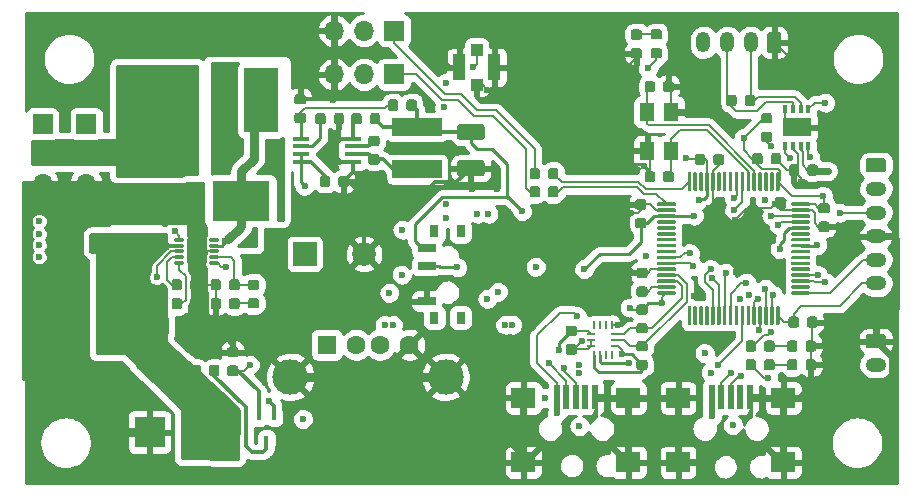
<source format=gbr>
G04 #@! TF.GenerationSoftware,KiCad,Pcbnew,5.99.0-unknown-9339afc~100~ubuntu16.04.1*
G04 #@! TF.CreationDate,2019-10-14T14:32:32+02:00*
G04 #@! TF.ProjectId,f9p_board,6639705f-626f-4617-9264-2e6b69636164,rev?*
G04 #@! TF.SameCoordinates,Original*
G04 #@! TF.FileFunction,Copper,L1,Top*
G04 #@! TF.FilePolarity,Positive*
%FSLAX46Y46*%
G04 Gerber Fmt 4.6, Leading zero omitted, Abs format (unit mm)*
G04 Created by KiCad (PCBNEW 5.99.0-unknown-9339afc~100~ubuntu16.04.1) date 2019-10-14 14:32:32*
%MOMM*%
%LPD*%
G04 APERTURE LIST*
%ADD10O,1.200000X1.750000*%
%ADD11C,0.100000*%
%ADD12C,1.200000*%
%ADD13R,0.800000X1.000000*%
%ADD14R,1.500000X0.700000*%
%ADD15C,0.875000*%
%ADD16O,1.700000X1.700000*%
%ADD17R,1.700000X1.700000*%
%ADD18C,1.250000*%
%ADD19R,0.450000X0.700000*%
%ADD20C,2.000000*%
%ADD21R,2.000000X2.000000*%
%ADD22R,0.230000X0.600000*%
%ADD23R,0.650000X0.900000*%
%ADD24O,0.850000X0.280000*%
%ADD25R,0.280000X0.280000*%
%ADD26R,1.700000X2.150000*%
%ADD27R,0.250000X0.700000*%
%ADD28R,1.400000X1.390000*%
%ADD29R,4.860000X3.360000*%
%ADD30R,2.900000X5.400000*%
%ADD31O,1.750000X1.200000*%
%ADD32C,1.600000*%
%ADD33R,1.600000X1.600000*%
%ADD34C,3.000000*%
%ADD35C,2.600000*%
%ADD36R,2.600000X2.600000*%
%ADD37R,1.000000X1.000000*%
%ADD38R,1.050000X2.200000*%
%ADD39R,2.400000X1.550000*%
%ADD40R,0.350000X0.650000*%
%ADD41R,0.250000X0.675000*%
%ADD42R,0.675000X0.250000*%
%ADD43R,1.300000X1.600000*%
%ADD44R,1.450000X0.450000*%
%ADD45C,0.300000*%
%ADD46R,4.200000X1.500000*%
%ADD47R,2.000000X1.700000*%
%ADD48R,0.500000X2.000000*%
%ADD49C,1.325000*%
%ADD50C,0.600000*%
%ADD51C,0.200000*%
%ADD52C,0.180000*%
%ADD53C,0.250000*%
%ADD54C,0.300000*%
%ADD55C,0.800000*%
%ADD56C,0.600000*%
%ADD57C,0.500000*%
%ADD58C,0.400000*%
%ADD59C,0.254000*%
G04 APERTURE END LIST*
D10*
X103000000Y-56100000D03*
X105000000Y-56100000D03*
X107000000Y-56100000D03*
D11*
G36*
X109445671Y-55244030D02*
G01*
X109526777Y-55298223D01*
X109580970Y-55379329D01*
X109600000Y-55474999D01*
X109600000Y-56725001D01*
X109580970Y-56820671D01*
X109526777Y-56901777D01*
X109445671Y-56955970D01*
X109350001Y-56975000D01*
X108649999Y-56975000D01*
X108554329Y-56955970D01*
X108473223Y-56901777D01*
X108419030Y-56820671D01*
X108400000Y-56725001D01*
X108400000Y-55474999D01*
X108419030Y-55379329D01*
X108473223Y-55298223D01*
X108554329Y-55244030D01*
X108649999Y-55225000D01*
X109350001Y-55225000D01*
X109445671Y-55244030D01*
X109445671Y-55244030D01*
G37*
D12*
X109000000Y-56100000D03*
D13*
X80220000Y-79400000D03*
X80220000Y-72100000D03*
X82430000Y-72100000D03*
X82430000Y-79400000D03*
D14*
X79570000Y-73500000D03*
X79570000Y-75000000D03*
X79570000Y-78000000D03*
D11*
G36*
X90589962Y-68291651D02*
G01*
X90660930Y-68339070D01*
X90708349Y-68410038D01*
X90725000Y-68493750D01*
X90725000Y-69006250D01*
X90708349Y-69089962D01*
X90660930Y-69160930D01*
X90589962Y-69208349D01*
X90506250Y-69225000D01*
X90068750Y-69225000D01*
X89985038Y-69208349D01*
X89914070Y-69160930D01*
X89866651Y-69089962D01*
X89850000Y-69006250D01*
X89850000Y-68493750D01*
X89866651Y-68410038D01*
X89914070Y-68339070D01*
X89985038Y-68291651D01*
X90068750Y-68275000D01*
X90506250Y-68275000D01*
X90589962Y-68291651D01*
X90589962Y-68291651D01*
G37*
D15*
X90287500Y-68750000D03*
D11*
G36*
X89014962Y-68291651D02*
G01*
X89085930Y-68339070D01*
X89133349Y-68410038D01*
X89150000Y-68493750D01*
X89150000Y-69006250D01*
X89133349Y-69089962D01*
X89085930Y-69160930D01*
X89014962Y-69208349D01*
X88931250Y-69225000D01*
X88493750Y-69225000D01*
X88410038Y-69208349D01*
X88339070Y-69160930D01*
X88291651Y-69089962D01*
X88275000Y-69006250D01*
X88275000Y-68493750D01*
X88291651Y-68410038D01*
X88339070Y-68339070D01*
X88410038Y-68291651D01*
X88493750Y-68275000D01*
X88931250Y-68275000D01*
X89014962Y-68291651D01*
X89014962Y-68291651D01*
G37*
D15*
X88712500Y-68750000D03*
D11*
G36*
X90589962Y-66741651D02*
G01*
X90660930Y-66789070D01*
X90708349Y-66860038D01*
X90725000Y-66943750D01*
X90725000Y-67456250D01*
X90708349Y-67539962D01*
X90660930Y-67610930D01*
X90589962Y-67658349D01*
X90506250Y-67675000D01*
X90068750Y-67675000D01*
X89985038Y-67658349D01*
X89914070Y-67610930D01*
X89866651Y-67539962D01*
X89850000Y-67456250D01*
X89850000Y-66943750D01*
X89866651Y-66860038D01*
X89914070Y-66789070D01*
X89985038Y-66741651D01*
X90068750Y-66725000D01*
X90506250Y-66725000D01*
X90589962Y-66741651D01*
X90589962Y-66741651D01*
G37*
D15*
X90287500Y-67200000D03*
D11*
G36*
X89014962Y-66741651D02*
G01*
X89085930Y-66789070D01*
X89133349Y-66860038D01*
X89150000Y-66943750D01*
X89150000Y-67456250D01*
X89133349Y-67539962D01*
X89085930Y-67610930D01*
X89014962Y-67658349D01*
X88931250Y-67675000D01*
X88493750Y-67675000D01*
X88410038Y-67658349D01*
X88339070Y-67610930D01*
X88291651Y-67539962D01*
X88275000Y-67456250D01*
X88275000Y-66943750D01*
X88291651Y-66860038D01*
X88339070Y-66789070D01*
X88410038Y-66741651D01*
X88493750Y-66725000D01*
X88931250Y-66725000D01*
X89014962Y-66741651D01*
X89014962Y-66741651D01*
G37*
D15*
X88712500Y-67200000D03*
D16*
X71720000Y-58800000D03*
X74260000Y-58800000D03*
D17*
X76800000Y-58800000D03*
D16*
X71720000Y-55100000D03*
X74260000Y-55100000D03*
D17*
X76800000Y-55100000D03*
D11*
G36*
X60370671Y-79244030D02*
G01*
X60451777Y-79298223D01*
X60505970Y-79379329D01*
X60525000Y-79475000D01*
X60525000Y-80725000D01*
X60505970Y-80820671D01*
X60451777Y-80901777D01*
X60370671Y-80955970D01*
X60275000Y-80975000D01*
X59525000Y-80975000D01*
X59429329Y-80955970D01*
X59348223Y-80901777D01*
X59294030Y-80820671D01*
X59275000Y-80725000D01*
X59275000Y-79475000D01*
X59294030Y-79379329D01*
X59348223Y-79298223D01*
X59429329Y-79244030D01*
X59525000Y-79225000D01*
X60275000Y-79225000D01*
X60370671Y-79244030D01*
X60370671Y-79244030D01*
G37*
D18*
X59900000Y-80100000D03*
D11*
G36*
X57570671Y-79244030D02*
G01*
X57651777Y-79298223D01*
X57705970Y-79379329D01*
X57725000Y-79475000D01*
X57725000Y-80725000D01*
X57705970Y-80820671D01*
X57651777Y-80901777D01*
X57570671Y-80955970D01*
X57475000Y-80975000D01*
X56725000Y-80975000D01*
X56629329Y-80955970D01*
X56548223Y-80901777D01*
X56494030Y-80820671D01*
X56475000Y-80725000D01*
X56475000Y-79475000D01*
X56494030Y-79379329D01*
X56548223Y-79298223D01*
X56629329Y-79244030D01*
X56725000Y-79225000D01*
X57475000Y-79225000D01*
X57570671Y-79244030D01*
X57570671Y-79244030D01*
G37*
D18*
X57100000Y-80100000D03*
D19*
X66000000Y-89750000D03*
X65350000Y-87750000D03*
X66650000Y-87750000D03*
D16*
X50725000Y-68055000D03*
X50725000Y-65515000D03*
D17*
X50725000Y-62975000D03*
D16*
X47050000Y-68055000D03*
X47050000Y-65515000D03*
D17*
X47050000Y-62975000D03*
D20*
X74250000Y-74000000D03*
D21*
X69250000Y-74000000D03*
D20*
X48250000Y-79850000D03*
D21*
X53250000Y-79850000D03*
D22*
X60700000Y-75225000D03*
X60300000Y-75225000D03*
X59900000Y-75225000D03*
X59500000Y-75225000D03*
X60700000Y-72375000D03*
X60300000Y-72375000D03*
X59900000Y-72375000D03*
X59500000Y-72375000D03*
D23*
X60535000Y-73240000D03*
X59665000Y-74360000D03*
X60535000Y-74360000D03*
X59665000Y-73240000D03*
D24*
X61575000Y-72800000D03*
X61575000Y-73300000D03*
X61575000Y-73800000D03*
D25*
X61860000Y-74300000D03*
X61860000Y-74800000D03*
D24*
X58625000Y-74800000D03*
D25*
X58340000Y-74300000D03*
D24*
X58625000Y-73800000D03*
D25*
X58340000Y-73300000D03*
X58340000Y-72800000D03*
D26*
X60100000Y-73800000D03*
D27*
X60300000Y-75225000D03*
X59900000Y-75225000D03*
X60300000Y-72375000D03*
X59900000Y-72375000D03*
D25*
X61860000Y-72800000D03*
X61860000Y-73300000D03*
X61860000Y-73800000D03*
D24*
X61575000Y-74300000D03*
X61575000Y-74800000D03*
D25*
X58340000Y-74800000D03*
D24*
X58625000Y-74300000D03*
D25*
X58340000Y-73800000D03*
D24*
X58625000Y-73300000D03*
X58625000Y-72800000D03*
D27*
X60700000Y-72375000D03*
X59500000Y-72375000D03*
X60700000Y-75225000D03*
X59500000Y-75225000D03*
D11*
G36*
X61889962Y-83391651D02*
G01*
X61960930Y-83439070D01*
X62008349Y-83510038D01*
X62025000Y-83593750D01*
X62025000Y-84106250D01*
X62008349Y-84189962D01*
X61960930Y-84260930D01*
X61889962Y-84308349D01*
X61806250Y-84325000D01*
X61368750Y-84325000D01*
X61285038Y-84308349D01*
X61214070Y-84260930D01*
X61166651Y-84189962D01*
X61150000Y-84106250D01*
X61150000Y-83593750D01*
X61166651Y-83510038D01*
X61214070Y-83439070D01*
X61285038Y-83391651D01*
X61368750Y-83375000D01*
X61806250Y-83375000D01*
X61889962Y-83391651D01*
X61889962Y-83391651D01*
G37*
D15*
X61587500Y-83850000D03*
D11*
G36*
X60314962Y-83391651D02*
G01*
X60385930Y-83439070D01*
X60433349Y-83510038D01*
X60450000Y-83593750D01*
X60450000Y-84106250D01*
X60433349Y-84189962D01*
X60385930Y-84260930D01*
X60314962Y-84308349D01*
X60231250Y-84325000D01*
X59793750Y-84325000D01*
X59710038Y-84308349D01*
X59639070Y-84260930D01*
X59591651Y-84189962D01*
X59575000Y-84106250D01*
X59575000Y-83593750D01*
X59591651Y-83510038D01*
X59639070Y-83439070D01*
X59710038Y-83391651D01*
X59793750Y-83375000D01*
X60231250Y-83375000D01*
X60314962Y-83391651D01*
X60314962Y-83391651D01*
G37*
D15*
X60012500Y-83850000D03*
D28*
X59894000Y-68580000D03*
X59894000Y-70420000D03*
D29*
X63876000Y-69500000D03*
D11*
G36*
X63489962Y-81891651D02*
G01*
X63560930Y-81939070D01*
X63608349Y-82010038D01*
X63625000Y-82093750D01*
X63625000Y-82531250D01*
X63608349Y-82614962D01*
X63560930Y-82685930D01*
X63489962Y-82733349D01*
X63406250Y-82750000D01*
X62893750Y-82750000D01*
X62810038Y-82733349D01*
X62739070Y-82685930D01*
X62691651Y-82614962D01*
X62675000Y-82531250D01*
X62675000Y-82093750D01*
X62691651Y-82010038D01*
X62739070Y-81939070D01*
X62810038Y-81891651D01*
X62893750Y-81875000D01*
X63406250Y-81875000D01*
X63489962Y-81891651D01*
X63489962Y-81891651D01*
G37*
D15*
X63150000Y-82312500D03*
D11*
G36*
X63489962Y-83466651D02*
G01*
X63560930Y-83514070D01*
X63608349Y-83585038D01*
X63625000Y-83668750D01*
X63625000Y-84106250D01*
X63608349Y-84189962D01*
X63560930Y-84260930D01*
X63489962Y-84308349D01*
X63406250Y-84325000D01*
X62893750Y-84325000D01*
X62810038Y-84308349D01*
X62739070Y-84260930D01*
X62691651Y-84189962D01*
X62675000Y-84106250D01*
X62675000Y-83668750D01*
X62691651Y-83585038D01*
X62739070Y-83514070D01*
X62810038Y-83466651D01*
X62893750Y-83450000D01*
X63406250Y-83450000D01*
X63489962Y-83466651D01*
X63489962Y-83466651D01*
G37*
D15*
X63150000Y-83887500D03*
D11*
G36*
X65239962Y-77766651D02*
G01*
X65310930Y-77814070D01*
X65358349Y-77885038D01*
X65375000Y-77968750D01*
X65375000Y-78406250D01*
X65358349Y-78489962D01*
X65310930Y-78560930D01*
X65239962Y-78608349D01*
X65156250Y-78625000D01*
X64643750Y-78625000D01*
X64560038Y-78608349D01*
X64489070Y-78560930D01*
X64441651Y-78489962D01*
X64425000Y-78406250D01*
X64425000Y-77968750D01*
X64441651Y-77885038D01*
X64489070Y-77814070D01*
X64560038Y-77766651D01*
X64643750Y-77750000D01*
X65156250Y-77750000D01*
X65239962Y-77766651D01*
X65239962Y-77766651D01*
G37*
D15*
X64900000Y-78187500D03*
D11*
G36*
X65239962Y-76191651D02*
G01*
X65310930Y-76239070D01*
X65358349Y-76310038D01*
X65375000Y-76393750D01*
X65375000Y-76831250D01*
X65358349Y-76914962D01*
X65310930Y-76985930D01*
X65239962Y-77033349D01*
X65156250Y-77050000D01*
X64643750Y-77050000D01*
X64560038Y-77033349D01*
X64489070Y-76985930D01*
X64441651Y-76914962D01*
X64425000Y-76831250D01*
X64425000Y-76393750D01*
X64441651Y-76310038D01*
X64489070Y-76239070D01*
X64560038Y-76191651D01*
X64643750Y-76175000D01*
X65156250Y-76175000D01*
X65239962Y-76191651D01*
X65239962Y-76191651D01*
G37*
D15*
X64900000Y-76612500D03*
D11*
G36*
X60289962Y-77741651D02*
G01*
X60360930Y-77789070D01*
X60408349Y-77860038D01*
X60425000Y-77943750D01*
X60425000Y-78456250D01*
X60408349Y-78539962D01*
X60360930Y-78610930D01*
X60289962Y-78658349D01*
X60206250Y-78675000D01*
X59768750Y-78675000D01*
X59685038Y-78658349D01*
X59614070Y-78610930D01*
X59566651Y-78539962D01*
X59550000Y-78456250D01*
X59550000Y-77943750D01*
X59566651Y-77860038D01*
X59614070Y-77789070D01*
X59685038Y-77741651D01*
X59768750Y-77725000D01*
X60206250Y-77725000D01*
X60289962Y-77741651D01*
X60289962Y-77741651D01*
G37*
D15*
X59987500Y-78200000D03*
D11*
G36*
X58714962Y-77741651D02*
G01*
X58785930Y-77789070D01*
X58833349Y-77860038D01*
X58850000Y-77943750D01*
X58850000Y-78456250D01*
X58833349Y-78539962D01*
X58785930Y-78610930D01*
X58714962Y-78658349D01*
X58631250Y-78675000D01*
X58193750Y-78675000D01*
X58110038Y-78658349D01*
X58039070Y-78610930D01*
X57991651Y-78539962D01*
X57975000Y-78456250D01*
X57975000Y-77943750D01*
X57991651Y-77860038D01*
X58039070Y-77789070D01*
X58110038Y-77741651D01*
X58193750Y-77725000D01*
X58631250Y-77725000D01*
X58714962Y-77741651D01*
X58714962Y-77741651D01*
G37*
D15*
X58412500Y-78200000D03*
D30*
X55600000Y-61000000D03*
X65500000Y-61000000D03*
D31*
X117600000Y-83400000D03*
D11*
G36*
X118320671Y-80819030D02*
G01*
X118401777Y-80873223D01*
X118455970Y-80954329D01*
X118475000Y-81049999D01*
X118475000Y-81750001D01*
X118455970Y-81845671D01*
X118401777Y-81926777D01*
X118320671Y-81980970D01*
X118225001Y-82000000D01*
X116974999Y-82000000D01*
X116879329Y-81980970D01*
X116798223Y-81926777D01*
X116744030Y-81845671D01*
X116725000Y-81750001D01*
X116725000Y-81049999D01*
X116744030Y-80954329D01*
X116798223Y-80873223D01*
X116879329Y-80819030D01*
X116974999Y-80800000D01*
X118225001Y-80800000D01*
X118320671Y-80819030D01*
X118320671Y-80819030D01*
G37*
D12*
X117600000Y-81400000D03*
D32*
X78100000Y-81700000D03*
X75600000Y-81700000D03*
X73600000Y-81700000D03*
D33*
X71100000Y-81700000D03*
D34*
X68030000Y-84410000D03*
X81170000Y-84410000D03*
D35*
X61100000Y-89100000D03*
D36*
X56100000Y-89100000D03*
D11*
G36*
X62014962Y-76141651D02*
G01*
X62085930Y-76189070D01*
X62133349Y-76260038D01*
X62150000Y-76343750D01*
X62150000Y-76856250D01*
X62133349Y-76939962D01*
X62085930Y-77010930D01*
X62014962Y-77058349D01*
X61931250Y-77075000D01*
X61493750Y-77075000D01*
X61410038Y-77058349D01*
X61339070Y-77010930D01*
X61291651Y-76939962D01*
X61275000Y-76856250D01*
X61275000Y-76343750D01*
X61291651Y-76260038D01*
X61339070Y-76189070D01*
X61410038Y-76141651D01*
X61493750Y-76125000D01*
X61931250Y-76125000D01*
X62014962Y-76141651D01*
X62014962Y-76141651D01*
G37*
D15*
X61712500Y-76600000D03*
D11*
G36*
X63589962Y-76141651D02*
G01*
X63660930Y-76189070D01*
X63708349Y-76260038D01*
X63725000Y-76343750D01*
X63725000Y-76856250D01*
X63708349Y-76939962D01*
X63660930Y-77010930D01*
X63589962Y-77058349D01*
X63506250Y-77075000D01*
X63068750Y-77075000D01*
X62985038Y-77058349D01*
X62914070Y-77010930D01*
X62866651Y-76939962D01*
X62850000Y-76856250D01*
X62850000Y-76343750D01*
X62866651Y-76260038D01*
X62914070Y-76189070D01*
X62985038Y-76141651D01*
X63068750Y-76125000D01*
X63506250Y-76125000D01*
X63589962Y-76141651D01*
X63589962Y-76141651D01*
G37*
D15*
X63287500Y-76600000D03*
D11*
G36*
X62014962Y-77741651D02*
G01*
X62085930Y-77789070D01*
X62133349Y-77860038D01*
X62150000Y-77943750D01*
X62150000Y-78456250D01*
X62133349Y-78539962D01*
X62085930Y-78610930D01*
X62014962Y-78658349D01*
X61931250Y-78675000D01*
X61493750Y-78675000D01*
X61410038Y-78658349D01*
X61339070Y-78610930D01*
X61291651Y-78539962D01*
X61275000Y-78456250D01*
X61275000Y-77943750D01*
X61291651Y-77860038D01*
X61339070Y-77789070D01*
X61410038Y-77741651D01*
X61493750Y-77725000D01*
X61931250Y-77725000D01*
X62014962Y-77741651D01*
X62014962Y-77741651D01*
G37*
D15*
X61712500Y-78200000D03*
D11*
G36*
X63589962Y-77741651D02*
G01*
X63660930Y-77789070D01*
X63708349Y-77860038D01*
X63725000Y-77943750D01*
X63725000Y-78456250D01*
X63708349Y-78539962D01*
X63660930Y-78610930D01*
X63589962Y-78658349D01*
X63506250Y-78675000D01*
X63068750Y-78675000D01*
X62985038Y-78658349D01*
X62914070Y-78610930D01*
X62866651Y-78539962D01*
X62850000Y-78456250D01*
X62850000Y-77943750D01*
X62866651Y-77860038D01*
X62914070Y-77789070D01*
X62985038Y-77741651D01*
X63068750Y-77725000D01*
X63506250Y-77725000D01*
X63589962Y-77741651D01*
X63589962Y-77741651D01*
G37*
D15*
X63287500Y-78200000D03*
D11*
G36*
X56820671Y-69894030D02*
G01*
X56901777Y-69948223D01*
X56955970Y-70029329D01*
X56975000Y-70125000D01*
X56975000Y-70875000D01*
X56955970Y-70970671D01*
X56901777Y-71051777D01*
X56820671Y-71105970D01*
X56725000Y-71125000D01*
X55475000Y-71125000D01*
X55379329Y-71105970D01*
X55298223Y-71051777D01*
X55244030Y-70970671D01*
X55225000Y-70875000D01*
X55225000Y-70125000D01*
X55244030Y-70029329D01*
X55298223Y-69948223D01*
X55379329Y-69894030D01*
X55475000Y-69875000D01*
X56725000Y-69875000D01*
X56820671Y-69894030D01*
X56820671Y-69894030D01*
G37*
D18*
X56100000Y-70500000D03*
D11*
G36*
X56820671Y-72694030D02*
G01*
X56901777Y-72748223D01*
X56955970Y-72829329D01*
X56975000Y-72925000D01*
X56975000Y-73675000D01*
X56955970Y-73770671D01*
X56901777Y-73851777D01*
X56820671Y-73905970D01*
X56725000Y-73925000D01*
X55475000Y-73925000D01*
X55379329Y-73905970D01*
X55298223Y-73851777D01*
X55244030Y-73770671D01*
X55225000Y-73675000D01*
X55225000Y-72925000D01*
X55244030Y-72829329D01*
X55298223Y-72748223D01*
X55379329Y-72694030D01*
X55475000Y-72675000D01*
X56725000Y-72675000D01*
X56820671Y-72694030D01*
X56820671Y-72694030D01*
G37*
D18*
X56100000Y-73300000D03*
D11*
G36*
X54520671Y-69894030D02*
G01*
X54601777Y-69948223D01*
X54655970Y-70029329D01*
X54675000Y-70125000D01*
X54675000Y-70875000D01*
X54655970Y-70970671D01*
X54601777Y-71051777D01*
X54520671Y-71105970D01*
X54425000Y-71125000D01*
X53175000Y-71125000D01*
X53079329Y-71105970D01*
X52998223Y-71051777D01*
X52944030Y-70970671D01*
X52925000Y-70875000D01*
X52925000Y-70125000D01*
X52944030Y-70029329D01*
X52998223Y-69948223D01*
X53079329Y-69894030D01*
X53175000Y-69875000D01*
X54425000Y-69875000D01*
X54520671Y-69894030D01*
X54520671Y-69894030D01*
G37*
D18*
X53800000Y-70500000D03*
D11*
G36*
X54520671Y-72694030D02*
G01*
X54601777Y-72748223D01*
X54655970Y-72829329D01*
X54675000Y-72925000D01*
X54675000Y-73675000D01*
X54655970Y-73770671D01*
X54601777Y-73851777D01*
X54520671Y-73905970D01*
X54425000Y-73925000D01*
X53175000Y-73925000D01*
X53079329Y-73905970D01*
X52998223Y-73851777D01*
X52944030Y-73770671D01*
X52925000Y-73675000D01*
X52925000Y-72925000D01*
X52944030Y-72829329D01*
X52998223Y-72748223D01*
X53079329Y-72694030D01*
X53175000Y-72675000D01*
X54425000Y-72675000D01*
X54520671Y-72694030D01*
X54520671Y-72694030D01*
G37*
D18*
X53800000Y-73300000D03*
D11*
G36*
X49270671Y-72244030D02*
G01*
X49351777Y-72298223D01*
X49405970Y-72379329D01*
X49425000Y-72475000D01*
X49425000Y-73725000D01*
X49405970Y-73820671D01*
X49351777Y-73901777D01*
X49270671Y-73955970D01*
X49175000Y-73975000D01*
X48425000Y-73975000D01*
X48329329Y-73955970D01*
X48248223Y-73901777D01*
X48194030Y-73820671D01*
X48175000Y-73725000D01*
X48175000Y-72475000D01*
X48194030Y-72379329D01*
X48248223Y-72298223D01*
X48329329Y-72244030D01*
X48425000Y-72225000D01*
X49175000Y-72225000D01*
X49270671Y-72244030D01*
X49270671Y-72244030D01*
G37*
D18*
X48800000Y-73100000D03*
D11*
G36*
X52070671Y-72244030D02*
G01*
X52151777Y-72298223D01*
X52205970Y-72379329D01*
X52225000Y-72475000D01*
X52225000Y-73725000D01*
X52205970Y-73820671D01*
X52151777Y-73901777D01*
X52070671Y-73955970D01*
X51975000Y-73975000D01*
X51225000Y-73975000D01*
X51129329Y-73955970D01*
X51048223Y-73901777D01*
X50994030Y-73820671D01*
X50975000Y-73725000D01*
X50975000Y-72475000D01*
X50994030Y-72379329D01*
X51048223Y-72298223D01*
X51129329Y-72244030D01*
X51225000Y-72225000D01*
X51975000Y-72225000D01*
X52070671Y-72244030D01*
X52070671Y-72244030D01*
G37*
D18*
X51600000Y-73100000D03*
D11*
G36*
X60289962Y-76141651D02*
G01*
X60360930Y-76189070D01*
X60408349Y-76260038D01*
X60425000Y-76343750D01*
X60425000Y-76856250D01*
X60408349Y-76939962D01*
X60360930Y-77010930D01*
X60289962Y-77058349D01*
X60206250Y-77075000D01*
X59768750Y-77075000D01*
X59685038Y-77058349D01*
X59614070Y-77010930D01*
X59566651Y-76939962D01*
X59550000Y-76856250D01*
X59550000Y-76343750D01*
X59566651Y-76260038D01*
X59614070Y-76189070D01*
X59685038Y-76141651D01*
X59768750Y-76125000D01*
X60206250Y-76125000D01*
X60289962Y-76141651D01*
X60289962Y-76141651D01*
G37*
D15*
X59987500Y-76600000D03*
D11*
G36*
X58714962Y-76141651D02*
G01*
X58785930Y-76189070D01*
X58833349Y-76260038D01*
X58850000Y-76343750D01*
X58850000Y-76856250D01*
X58833349Y-76939962D01*
X58785930Y-77010930D01*
X58714962Y-77058349D01*
X58631250Y-77075000D01*
X58193750Y-77075000D01*
X58110038Y-77058349D01*
X58039070Y-77010930D01*
X57991651Y-76939962D01*
X57975000Y-76856250D01*
X57975000Y-76343750D01*
X57991651Y-76260038D01*
X58039070Y-76189070D01*
X58110038Y-76141651D01*
X58193750Y-76125000D01*
X58631250Y-76125000D01*
X58714962Y-76141651D01*
X58714962Y-76141651D01*
G37*
D15*
X58412500Y-76600000D03*
D37*
X83800000Y-56700000D03*
X83800000Y-59700000D03*
D38*
X82325000Y-58200000D03*
X85275000Y-58200000D03*
D11*
G36*
X112539962Y-66441651D02*
G01*
X112610930Y-66489070D01*
X112658349Y-66560038D01*
X112675000Y-66643750D01*
X112675000Y-67156250D01*
X112658349Y-67239962D01*
X112610930Y-67310930D01*
X112539962Y-67358349D01*
X112456250Y-67375000D01*
X112018750Y-67375000D01*
X111935038Y-67358349D01*
X111864070Y-67310930D01*
X111816651Y-67239962D01*
X111800000Y-67156250D01*
X111800000Y-66643750D01*
X111816651Y-66560038D01*
X111864070Y-66489070D01*
X111935038Y-66441651D01*
X112018750Y-66425000D01*
X112456250Y-66425000D01*
X112539962Y-66441651D01*
X112539962Y-66441651D01*
G37*
D15*
X112237500Y-66900000D03*
D11*
G36*
X110964962Y-66441651D02*
G01*
X111035930Y-66489070D01*
X111083349Y-66560038D01*
X111100000Y-66643750D01*
X111100000Y-67156250D01*
X111083349Y-67239962D01*
X111035930Y-67310930D01*
X110964962Y-67358349D01*
X110881250Y-67375000D01*
X110443750Y-67375000D01*
X110360038Y-67358349D01*
X110289070Y-67310930D01*
X110241651Y-67239962D01*
X110225000Y-67156250D01*
X110225000Y-66643750D01*
X110241651Y-66560038D01*
X110289070Y-66489070D01*
X110360038Y-66441651D01*
X110443750Y-66425000D01*
X110881250Y-66425000D01*
X110964962Y-66441651D01*
X110964962Y-66441651D01*
G37*
D15*
X110662500Y-66900000D03*
D11*
G36*
X97639962Y-56584271D02*
G01*
X97710930Y-56631690D01*
X97758349Y-56702658D01*
X97775000Y-56786370D01*
X97775000Y-57223870D01*
X97758349Y-57307582D01*
X97710930Y-57378550D01*
X97639962Y-57425969D01*
X97556250Y-57442620D01*
X97043750Y-57442620D01*
X96960038Y-57425969D01*
X96889070Y-57378550D01*
X96841651Y-57307582D01*
X96825000Y-57223870D01*
X96825000Y-56786370D01*
X96841651Y-56702658D01*
X96889070Y-56631690D01*
X96960038Y-56584271D01*
X97043750Y-56567620D01*
X97556250Y-56567620D01*
X97639962Y-56584271D01*
X97639962Y-56584271D01*
G37*
D15*
X97300000Y-57005120D03*
D11*
G36*
X97639962Y-55009271D02*
G01*
X97710930Y-55056690D01*
X97758349Y-55127658D01*
X97775000Y-55211370D01*
X97775000Y-55648870D01*
X97758349Y-55732582D01*
X97710930Y-55803550D01*
X97639962Y-55850969D01*
X97556250Y-55867620D01*
X97043750Y-55867620D01*
X96960038Y-55850969D01*
X96889070Y-55803550D01*
X96841651Y-55732582D01*
X96825000Y-55648870D01*
X96825000Y-55211370D01*
X96841651Y-55127658D01*
X96889070Y-55056690D01*
X96960038Y-55009271D01*
X97043750Y-54992620D01*
X97556250Y-54992620D01*
X97639962Y-55009271D01*
X97639962Y-55009271D01*
G37*
D15*
X97300000Y-55430120D03*
D11*
G36*
X99339962Y-56566651D02*
G01*
X99410930Y-56614070D01*
X99458349Y-56685038D01*
X99475000Y-56768750D01*
X99475000Y-57206250D01*
X99458349Y-57289962D01*
X99410930Y-57360930D01*
X99339962Y-57408349D01*
X99256250Y-57425000D01*
X98743750Y-57425000D01*
X98660038Y-57408349D01*
X98589070Y-57360930D01*
X98541651Y-57289962D01*
X98525000Y-57206250D01*
X98525000Y-56768750D01*
X98541651Y-56685038D01*
X98589070Y-56614070D01*
X98660038Y-56566651D01*
X98743750Y-56550000D01*
X99256250Y-56550000D01*
X99339962Y-56566651D01*
X99339962Y-56566651D01*
G37*
D15*
X99000000Y-56987500D03*
D11*
G36*
X99339962Y-54991651D02*
G01*
X99410930Y-55039070D01*
X99458349Y-55110038D01*
X99475000Y-55193750D01*
X99475000Y-55631250D01*
X99458349Y-55714962D01*
X99410930Y-55785930D01*
X99339962Y-55833349D01*
X99256250Y-55850000D01*
X98743750Y-55850000D01*
X98660038Y-55833349D01*
X98589070Y-55785930D01*
X98541651Y-55714962D01*
X98525000Y-55631250D01*
X98525000Y-55193750D01*
X98541651Y-55110038D01*
X98589070Y-55039070D01*
X98660038Y-54991651D01*
X98743750Y-54975000D01*
X99256250Y-54975000D01*
X99339962Y-54991651D01*
X99339962Y-54991651D01*
G37*
D15*
X99000000Y-55412500D03*
D11*
G36*
X98139962Y-81391651D02*
G01*
X98210930Y-81439070D01*
X98258349Y-81510038D01*
X98275000Y-81593750D01*
X98275000Y-82031250D01*
X98258349Y-82114962D01*
X98210930Y-82185930D01*
X98139962Y-82233349D01*
X98056250Y-82250000D01*
X97543750Y-82250000D01*
X97460038Y-82233349D01*
X97389070Y-82185930D01*
X97341651Y-82114962D01*
X97325000Y-82031250D01*
X97325000Y-81593750D01*
X97341651Y-81510038D01*
X97389070Y-81439070D01*
X97460038Y-81391651D01*
X97543750Y-81375000D01*
X98056250Y-81375000D01*
X98139962Y-81391651D01*
X98139962Y-81391651D01*
G37*
D15*
X97800000Y-81812500D03*
D11*
G36*
X98139962Y-82966651D02*
G01*
X98210930Y-83014070D01*
X98258349Y-83085038D01*
X98275000Y-83168750D01*
X98275000Y-83606250D01*
X98258349Y-83689962D01*
X98210930Y-83760930D01*
X98139962Y-83808349D01*
X98056250Y-83825000D01*
X97543750Y-83825000D01*
X97460038Y-83808349D01*
X97389070Y-83760930D01*
X97341651Y-83689962D01*
X97325000Y-83606250D01*
X97325000Y-83168750D01*
X97341651Y-83085038D01*
X97389070Y-83014070D01*
X97460038Y-82966651D01*
X97543750Y-82950000D01*
X98056250Y-82950000D01*
X98139962Y-82966651D01*
X98139962Y-82966651D01*
G37*
D15*
X97800000Y-83387500D03*
D11*
G36*
X98139962Y-79866651D02*
G01*
X98210930Y-79914070D01*
X98258349Y-79985038D01*
X98275000Y-80068750D01*
X98275000Y-80506250D01*
X98258349Y-80589962D01*
X98210930Y-80660930D01*
X98139962Y-80708349D01*
X98056250Y-80725000D01*
X97543750Y-80725000D01*
X97460038Y-80708349D01*
X97389070Y-80660930D01*
X97341651Y-80589962D01*
X97325000Y-80506250D01*
X97325000Y-80068750D01*
X97341651Y-79985038D01*
X97389070Y-79914070D01*
X97460038Y-79866651D01*
X97543750Y-79850000D01*
X98056250Y-79850000D01*
X98139962Y-79866651D01*
X98139962Y-79866651D01*
G37*
D15*
X97800000Y-80287500D03*
D11*
G36*
X98139962Y-78291651D02*
G01*
X98210930Y-78339070D01*
X98258349Y-78410038D01*
X98275000Y-78493750D01*
X98275000Y-78931250D01*
X98258349Y-79014962D01*
X98210930Y-79085930D01*
X98139962Y-79133349D01*
X98056250Y-79150000D01*
X97543750Y-79150000D01*
X97460038Y-79133349D01*
X97389070Y-79085930D01*
X97341651Y-79014962D01*
X97325000Y-78931250D01*
X97325000Y-78493750D01*
X97341651Y-78410038D01*
X97389070Y-78339070D01*
X97460038Y-78291651D01*
X97543750Y-78275000D01*
X98056250Y-78275000D01*
X98139962Y-78291651D01*
X98139962Y-78291651D01*
G37*
D15*
X97800000Y-78712500D03*
D11*
G36*
X92139962Y-81666651D02*
G01*
X92210930Y-81714070D01*
X92258349Y-81785038D01*
X92275000Y-81868750D01*
X92275000Y-82306250D01*
X92258349Y-82389962D01*
X92210930Y-82460930D01*
X92139962Y-82508349D01*
X92056250Y-82525000D01*
X91543750Y-82525000D01*
X91460038Y-82508349D01*
X91389070Y-82460930D01*
X91341651Y-82389962D01*
X91325000Y-82306250D01*
X91325000Y-81868750D01*
X91341651Y-81785038D01*
X91389070Y-81714070D01*
X91460038Y-81666651D01*
X91543750Y-81650000D01*
X92056250Y-81650000D01*
X92139962Y-81666651D01*
X92139962Y-81666651D01*
G37*
D15*
X91800000Y-82087500D03*
D11*
G36*
X92139962Y-80091651D02*
G01*
X92210930Y-80139070D01*
X92258349Y-80210038D01*
X92275000Y-80293750D01*
X92275000Y-80731250D01*
X92258349Y-80814962D01*
X92210930Y-80885930D01*
X92139962Y-80933349D01*
X92056250Y-80950000D01*
X91543750Y-80950000D01*
X91460038Y-80933349D01*
X91389070Y-80885930D01*
X91341651Y-80814962D01*
X91325000Y-80731250D01*
X91325000Y-80293750D01*
X91341651Y-80210038D01*
X91389070Y-80139070D01*
X91460038Y-80091651D01*
X91543750Y-80075000D01*
X92056250Y-80075000D01*
X92139962Y-80091651D01*
X92139962Y-80091651D01*
G37*
D15*
X91800000Y-80512500D03*
D11*
G36*
X107239962Y-60541651D02*
G01*
X107310930Y-60589070D01*
X107358349Y-60660038D01*
X107375000Y-60743750D01*
X107375000Y-61256250D01*
X107358349Y-61339962D01*
X107310930Y-61410930D01*
X107239962Y-61458349D01*
X107156250Y-61475000D01*
X106718750Y-61475000D01*
X106635038Y-61458349D01*
X106564070Y-61410930D01*
X106516651Y-61339962D01*
X106500000Y-61256250D01*
X106500000Y-60743750D01*
X106516651Y-60660038D01*
X106564070Y-60589070D01*
X106635038Y-60541651D01*
X106718750Y-60525000D01*
X107156250Y-60525000D01*
X107239962Y-60541651D01*
X107239962Y-60541651D01*
G37*
D15*
X106937500Y-61000000D03*
D11*
G36*
X105664962Y-60541651D02*
G01*
X105735930Y-60589070D01*
X105783349Y-60660038D01*
X105800000Y-60743750D01*
X105800000Y-61256250D01*
X105783349Y-61339962D01*
X105735930Y-61410930D01*
X105664962Y-61458349D01*
X105581250Y-61475000D01*
X105143750Y-61475000D01*
X105060038Y-61458349D01*
X104989070Y-61410930D01*
X104941651Y-61339962D01*
X104925000Y-61256250D01*
X104925000Y-60743750D01*
X104941651Y-60660038D01*
X104989070Y-60589070D01*
X105060038Y-60541651D01*
X105143750Y-60525000D01*
X105581250Y-60525000D01*
X105664962Y-60541651D01*
X105664962Y-60541651D01*
G37*
D15*
X105362500Y-61000000D03*
D11*
G36*
X108689962Y-63666651D02*
G01*
X108760930Y-63714070D01*
X108808349Y-63785038D01*
X108825000Y-63868750D01*
X108825000Y-64306250D01*
X108808349Y-64389962D01*
X108760930Y-64460930D01*
X108689962Y-64508349D01*
X108606250Y-64525000D01*
X108093750Y-64525000D01*
X108010038Y-64508349D01*
X107939070Y-64460930D01*
X107891651Y-64389962D01*
X107875000Y-64306250D01*
X107875000Y-63868750D01*
X107891651Y-63785038D01*
X107939070Y-63714070D01*
X108010038Y-63666651D01*
X108093750Y-63650000D01*
X108606250Y-63650000D01*
X108689962Y-63666651D01*
X108689962Y-63666651D01*
G37*
D15*
X108350000Y-64087500D03*
D11*
G36*
X108689962Y-62091651D02*
G01*
X108760930Y-62139070D01*
X108808349Y-62210038D01*
X108825000Y-62293750D01*
X108825000Y-62731250D01*
X108808349Y-62814962D01*
X108760930Y-62885930D01*
X108689962Y-62933349D01*
X108606250Y-62950000D01*
X108093750Y-62950000D01*
X108010038Y-62933349D01*
X107939070Y-62885930D01*
X107891651Y-62814962D01*
X107875000Y-62731250D01*
X107875000Y-62293750D01*
X107891651Y-62210038D01*
X107939070Y-62139070D01*
X108010038Y-62091651D01*
X108093750Y-62075000D01*
X108606250Y-62075000D01*
X108689962Y-62091651D01*
X108689962Y-62091651D01*
G37*
D15*
X108350000Y-62512500D03*
D39*
X110900000Y-63300000D03*
D40*
X109925000Y-61750000D03*
X110575000Y-61750000D03*
X111225000Y-61750000D03*
X111875000Y-61750000D03*
X111875000Y-64850000D03*
X111225000Y-64850000D03*
X110575000Y-64850000D03*
X109925000Y-64850000D03*
D41*
X95250000Y-82562500D03*
X94750000Y-82562500D03*
X94250000Y-82562500D03*
X93750000Y-82562500D03*
X93750000Y-80037500D03*
X94250000Y-80037500D03*
X94750000Y-80037500D03*
X95250000Y-80037500D03*
D42*
X93487500Y-81800000D03*
X93487500Y-81300000D03*
X93487500Y-80800000D03*
X95512500Y-81800000D03*
X95512500Y-80800000D03*
X95512500Y-81300000D03*
D31*
X117600000Y-76500000D03*
X117600000Y-74500000D03*
X117600000Y-72500000D03*
X117600000Y-70500000D03*
X117600000Y-68500000D03*
D11*
G36*
X118320671Y-65919030D02*
G01*
X118401777Y-65973223D01*
X118455970Y-66054329D01*
X118475000Y-66149999D01*
X118475000Y-66850001D01*
X118455970Y-66945671D01*
X118401777Y-67026777D01*
X118320671Y-67080970D01*
X118225001Y-67100000D01*
X116974999Y-67100000D01*
X116879329Y-67080970D01*
X116798223Y-67026777D01*
X116744030Y-66945671D01*
X116725000Y-66850001D01*
X116725000Y-66149999D01*
X116744030Y-66054329D01*
X116798223Y-65973223D01*
X116879329Y-65919030D01*
X116974999Y-65900000D01*
X118225001Y-65900000D01*
X118320671Y-65919030D01*
X118320671Y-65919030D01*
G37*
D12*
X117600000Y-66500000D03*
D11*
G36*
X112514962Y-79316651D02*
G01*
X112585930Y-79364070D01*
X112633349Y-79435038D01*
X112650000Y-79518750D01*
X112650000Y-80031250D01*
X112633349Y-80114962D01*
X112585930Y-80185930D01*
X112514962Y-80233349D01*
X112431250Y-80250000D01*
X111993750Y-80250000D01*
X111910038Y-80233349D01*
X111839070Y-80185930D01*
X111791651Y-80114962D01*
X111775000Y-80031250D01*
X111775000Y-79518750D01*
X111791651Y-79435038D01*
X111839070Y-79364070D01*
X111910038Y-79316651D01*
X111993750Y-79300000D01*
X112431250Y-79300000D01*
X112514962Y-79316651D01*
X112514962Y-79316651D01*
G37*
D15*
X112212500Y-79775000D03*
D11*
G36*
X110939962Y-79316651D02*
G01*
X111010930Y-79364070D01*
X111058349Y-79435038D01*
X111075000Y-79518750D01*
X111075000Y-80031250D01*
X111058349Y-80114962D01*
X111010930Y-80185930D01*
X110939962Y-80233349D01*
X110856250Y-80250000D01*
X110418750Y-80250000D01*
X110335038Y-80233349D01*
X110264070Y-80185930D01*
X110216651Y-80114962D01*
X110200000Y-80031250D01*
X110200000Y-79518750D01*
X110216651Y-79435038D01*
X110264070Y-79364070D01*
X110335038Y-79316651D01*
X110418750Y-79300000D01*
X110856250Y-79300000D01*
X110939962Y-79316651D01*
X110939962Y-79316651D01*
G37*
D15*
X110637500Y-79775000D03*
D11*
G36*
X104589962Y-65541651D02*
G01*
X104660930Y-65589070D01*
X104708349Y-65660038D01*
X104725000Y-65743750D01*
X104725000Y-66256250D01*
X104708349Y-66339962D01*
X104660930Y-66410930D01*
X104589962Y-66458349D01*
X104506250Y-66475000D01*
X104068750Y-66475000D01*
X103985038Y-66458349D01*
X103914070Y-66410930D01*
X103866651Y-66339962D01*
X103850000Y-66256250D01*
X103850000Y-65743750D01*
X103866651Y-65660038D01*
X103914070Y-65589070D01*
X103985038Y-65541651D01*
X104068750Y-65525000D01*
X104506250Y-65525000D01*
X104589962Y-65541651D01*
X104589962Y-65541651D01*
G37*
D15*
X104287500Y-66000000D03*
D11*
G36*
X103014962Y-65541651D02*
G01*
X103085930Y-65589070D01*
X103133349Y-65660038D01*
X103150000Y-65743750D01*
X103150000Y-66256250D01*
X103133349Y-66339962D01*
X103085930Y-66410930D01*
X103014962Y-66458349D01*
X102931250Y-66475000D01*
X102493750Y-66475000D01*
X102410038Y-66458349D01*
X102339070Y-66410930D01*
X102291651Y-66339962D01*
X102275000Y-66256250D01*
X102275000Y-65743750D01*
X102291651Y-65660038D01*
X102339070Y-65589070D01*
X102410038Y-65541651D01*
X102493750Y-65525000D01*
X102931250Y-65525000D01*
X103014962Y-65541651D01*
X103014962Y-65541651D01*
G37*
D15*
X102712500Y-66000000D03*
D11*
G36*
X113539962Y-71266651D02*
G01*
X113610930Y-71314070D01*
X113658349Y-71385038D01*
X113675000Y-71468750D01*
X113675000Y-71906250D01*
X113658349Y-71989962D01*
X113610930Y-72060930D01*
X113539962Y-72108349D01*
X113456250Y-72125000D01*
X112943750Y-72125000D01*
X112860038Y-72108349D01*
X112789070Y-72060930D01*
X112741651Y-71989962D01*
X112725000Y-71906250D01*
X112725000Y-71468750D01*
X112741651Y-71385038D01*
X112789070Y-71314070D01*
X112860038Y-71266651D01*
X112943750Y-71250000D01*
X113456250Y-71250000D01*
X113539962Y-71266651D01*
X113539962Y-71266651D01*
G37*
D15*
X113200000Y-71687500D03*
D11*
G36*
X113539962Y-69691651D02*
G01*
X113610930Y-69739070D01*
X113658349Y-69810038D01*
X113675000Y-69893750D01*
X113675000Y-70331250D01*
X113658349Y-70414962D01*
X113610930Y-70485930D01*
X113539962Y-70533349D01*
X113456250Y-70550000D01*
X112943750Y-70550000D01*
X112860038Y-70533349D01*
X112789070Y-70485930D01*
X112741651Y-70414962D01*
X112725000Y-70331250D01*
X112725000Y-69893750D01*
X112741651Y-69810038D01*
X112789070Y-69739070D01*
X112860038Y-69691651D01*
X112943750Y-69675000D01*
X113456250Y-69675000D01*
X113539962Y-69691651D01*
X113539962Y-69691651D01*
G37*
D15*
X113200000Y-70112500D03*
D11*
G36*
X98039962Y-69391651D02*
G01*
X98110930Y-69439070D01*
X98158349Y-69510038D01*
X98175000Y-69593750D01*
X98175000Y-70031250D01*
X98158349Y-70114962D01*
X98110930Y-70185930D01*
X98039962Y-70233349D01*
X97956250Y-70250000D01*
X97443750Y-70250000D01*
X97360038Y-70233349D01*
X97289070Y-70185930D01*
X97241651Y-70114962D01*
X97225000Y-70031250D01*
X97225000Y-69593750D01*
X97241651Y-69510038D01*
X97289070Y-69439070D01*
X97360038Y-69391651D01*
X97443750Y-69375000D01*
X97956250Y-69375000D01*
X98039962Y-69391651D01*
X98039962Y-69391651D01*
G37*
D15*
X97700000Y-69812500D03*
D11*
G36*
X98039962Y-70966651D02*
G01*
X98110930Y-71014070D01*
X98158349Y-71085038D01*
X98175000Y-71168750D01*
X98175000Y-71606250D01*
X98158349Y-71689962D01*
X98110930Y-71760930D01*
X98039962Y-71808349D01*
X97956250Y-71825000D01*
X97443750Y-71825000D01*
X97360038Y-71808349D01*
X97289070Y-71760930D01*
X97241651Y-71689962D01*
X97225000Y-71606250D01*
X97225000Y-71168750D01*
X97241651Y-71085038D01*
X97289070Y-71014070D01*
X97360038Y-70966651D01*
X97443750Y-70950000D01*
X97956250Y-70950000D01*
X98039962Y-70966651D01*
X98039962Y-70966651D01*
G37*
D15*
X97700000Y-71387500D03*
D11*
G36*
X109439962Y-65491651D02*
G01*
X109510930Y-65539070D01*
X109558349Y-65610038D01*
X109575000Y-65693750D01*
X109575000Y-66206250D01*
X109558349Y-66289962D01*
X109510930Y-66360930D01*
X109439962Y-66408349D01*
X109356250Y-66425000D01*
X108918750Y-66425000D01*
X108835038Y-66408349D01*
X108764070Y-66360930D01*
X108716651Y-66289962D01*
X108700000Y-66206250D01*
X108700000Y-65693750D01*
X108716651Y-65610038D01*
X108764070Y-65539070D01*
X108835038Y-65491651D01*
X108918750Y-65475000D01*
X109356250Y-65475000D01*
X109439962Y-65491651D01*
X109439962Y-65491651D01*
G37*
D15*
X109137500Y-65950000D03*
D11*
G36*
X107864962Y-65491651D02*
G01*
X107935930Y-65539070D01*
X107983349Y-65610038D01*
X108000000Y-65693750D01*
X108000000Y-66206250D01*
X107983349Y-66289962D01*
X107935930Y-66360930D01*
X107864962Y-66408349D01*
X107781250Y-66425000D01*
X107343750Y-66425000D01*
X107260038Y-66408349D01*
X107189070Y-66360930D01*
X107141651Y-66289962D01*
X107125000Y-66206250D01*
X107125000Y-65693750D01*
X107141651Y-65610038D01*
X107189070Y-65539070D01*
X107260038Y-65491651D01*
X107343750Y-65475000D01*
X107781250Y-65475000D01*
X107864962Y-65491651D01*
X107864962Y-65491651D01*
G37*
D15*
X107562500Y-65950000D03*
D11*
G36*
X98139962Y-75191651D02*
G01*
X98210930Y-75239070D01*
X98258349Y-75310038D01*
X98275000Y-75393750D01*
X98275000Y-75831250D01*
X98258349Y-75914962D01*
X98210930Y-75985930D01*
X98139962Y-76033349D01*
X98056250Y-76050000D01*
X97543750Y-76050000D01*
X97460038Y-76033349D01*
X97389070Y-75985930D01*
X97341651Y-75914962D01*
X97325000Y-75831250D01*
X97325000Y-75393750D01*
X97341651Y-75310038D01*
X97389070Y-75239070D01*
X97460038Y-75191651D01*
X97543750Y-75175000D01*
X98056250Y-75175000D01*
X98139962Y-75191651D01*
X98139962Y-75191651D01*
G37*
D15*
X97800000Y-75612500D03*
D11*
G36*
X98139962Y-76766651D02*
G01*
X98210930Y-76814070D01*
X98258349Y-76885038D01*
X98275000Y-76968750D01*
X98275000Y-77406250D01*
X98258349Y-77489962D01*
X98210930Y-77560930D01*
X98139962Y-77608349D01*
X98056250Y-77625000D01*
X97543750Y-77625000D01*
X97460038Y-77608349D01*
X97389070Y-77560930D01*
X97341651Y-77489962D01*
X97325000Y-77406250D01*
X97325000Y-76968750D01*
X97341651Y-76885038D01*
X97389070Y-76814070D01*
X97460038Y-76766651D01*
X97543750Y-76750000D01*
X98056250Y-76750000D01*
X98139962Y-76766651D01*
X98139962Y-76766651D01*
G37*
D15*
X97800000Y-77187500D03*
D43*
X100250000Y-61990000D03*
X100250000Y-65290000D03*
X98250000Y-65290000D03*
X98250000Y-61990000D03*
D11*
G36*
X98764962Y-59371651D02*
G01*
X98835930Y-59419070D01*
X98883349Y-59490038D01*
X98900000Y-59573750D01*
X98900000Y-60086250D01*
X98883349Y-60169962D01*
X98835930Y-60240930D01*
X98764962Y-60288349D01*
X98681250Y-60305000D01*
X98243750Y-60305000D01*
X98160038Y-60288349D01*
X98089070Y-60240930D01*
X98041651Y-60169962D01*
X98025000Y-60086250D01*
X98025000Y-59573750D01*
X98041651Y-59490038D01*
X98089070Y-59419070D01*
X98160038Y-59371651D01*
X98243750Y-59355000D01*
X98681250Y-59355000D01*
X98764962Y-59371651D01*
X98764962Y-59371651D01*
G37*
D15*
X98462500Y-59830000D03*
D11*
G36*
X100339962Y-59371651D02*
G01*
X100410930Y-59419070D01*
X100458349Y-59490038D01*
X100475000Y-59573750D01*
X100475000Y-60086250D01*
X100458349Y-60169962D01*
X100410930Y-60240930D01*
X100339962Y-60288349D01*
X100256250Y-60305000D01*
X99818750Y-60305000D01*
X99735038Y-60288349D01*
X99664070Y-60240930D01*
X99616651Y-60169962D01*
X99600000Y-60086250D01*
X99600000Y-59573750D01*
X99616651Y-59490038D01*
X99664070Y-59419070D01*
X99735038Y-59371651D01*
X99818750Y-59355000D01*
X100256250Y-59355000D01*
X100339962Y-59371651D01*
X100339962Y-59371651D01*
G37*
D15*
X100037500Y-59830000D03*
D11*
G36*
X100339962Y-66991651D02*
G01*
X100410930Y-67039070D01*
X100458349Y-67110038D01*
X100475000Y-67193750D01*
X100475000Y-67706250D01*
X100458349Y-67789962D01*
X100410930Y-67860930D01*
X100339962Y-67908349D01*
X100256250Y-67925000D01*
X99818750Y-67925000D01*
X99735038Y-67908349D01*
X99664070Y-67860930D01*
X99616651Y-67789962D01*
X99600000Y-67706250D01*
X99600000Y-67193750D01*
X99616651Y-67110038D01*
X99664070Y-67039070D01*
X99735038Y-66991651D01*
X99818750Y-66975000D01*
X100256250Y-66975000D01*
X100339962Y-66991651D01*
X100339962Y-66991651D01*
G37*
D15*
X100037500Y-67450000D03*
D11*
G36*
X98764962Y-66991651D02*
G01*
X98835930Y-67039070D01*
X98883349Y-67110038D01*
X98900000Y-67193750D01*
X98900000Y-67706250D01*
X98883349Y-67789962D01*
X98835930Y-67860930D01*
X98764962Y-67908349D01*
X98681250Y-67925000D01*
X98243750Y-67925000D01*
X98160038Y-67908349D01*
X98089070Y-67860930D01*
X98041651Y-67789962D01*
X98025000Y-67706250D01*
X98025000Y-67193750D01*
X98041651Y-67110038D01*
X98089070Y-67039070D01*
X98160038Y-66991651D01*
X98243750Y-66975000D01*
X98681250Y-66975000D01*
X98764962Y-66991651D01*
X98764962Y-66991651D01*
G37*
D15*
X98462500Y-67450000D03*
D11*
G36*
X107314962Y-81341651D02*
G01*
X107385930Y-81389070D01*
X107433349Y-81460038D01*
X107450000Y-81543750D01*
X107450000Y-82056250D01*
X107433349Y-82139962D01*
X107385930Y-82210930D01*
X107314962Y-82258349D01*
X107231250Y-82275000D01*
X106793750Y-82275000D01*
X106710038Y-82258349D01*
X106639070Y-82210930D01*
X106591651Y-82139962D01*
X106575000Y-82056250D01*
X106575000Y-81543750D01*
X106591651Y-81460038D01*
X106639070Y-81389070D01*
X106710038Y-81341651D01*
X106793750Y-81325000D01*
X107231250Y-81325000D01*
X107314962Y-81341651D01*
X107314962Y-81341651D01*
G37*
D15*
X107012500Y-81800000D03*
D11*
G36*
X108889962Y-81341651D02*
G01*
X108960930Y-81389070D01*
X109008349Y-81460038D01*
X109025000Y-81543750D01*
X109025000Y-82056250D01*
X109008349Y-82139962D01*
X108960930Y-82210930D01*
X108889962Y-82258349D01*
X108806250Y-82275000D01*
X108368750Y-82275000D01*
X108285038Y-82258349D01*
X108214070Y-82210930D01*
X108166651Y-82139962D01*
X108150000Y-82056250D01*
X108150000Y-81543750D01*
X108166651Y-81460038D01*
X108214070Y-81389070D01*
X108285038Y-81341651D01*
X108368750Y-81325000D01*
X108806250Y-81325000D01*
X108889962Y-81341651D01*
X108889962Y-81341651D01*
G37*
D15*
X108587500Y-81800000D03*
D11*
G36*
X107314962Y-82941651D02*
G01*
X107385930Y-82989070D01*
X107433349Y-83060038D01*
X107450000Y-83143750D01*
X107450000Y-83656250D01*
X107433349Y-83739962D01*
X107385930Y-83810930D01*
X107314962Y-83858349D01*
X107231250Y-83875000D01*
X106793750Y-83875000D01*
X106710038Y-83858349D01*
X106639070Y-83810930D01*
X106591651Y-83739962D01*
X106575000Y-83656250D01*
X106575000Y-83143750D01*
X106591651Y-83060038D01*
X106639070Y-82989070D01*
X106710038Y-82941651D01*
X106793750Y-82925000D01*
X107231250Y-82925000D01*
X107314962Y-82941651D01*
X107314962Y-82941651D01*
G37*
D15*
X107012500Y-83400000D03*
D11*
G36*
X108889962Y-82941651D02*
G01*
X108960930Y-82989070D01*
X109008349Y-83060038D01*
X109025000Y-83143750D01*
X109025000Y-83656250D01*
X109008349Y-83739962D01*
X108960930Y-83810930D01*
X108889962Y-83858349D01*
X108806250Y-83875000D01*
X108368750Y-83875000D01*
X108285038Y-83858349D01*
X108214070Y-83810930D01*
X108166651Y-83739962D01*
X108150000Y-83656250D01*
X108150000Y-83143750D01*
X108166651Y-83060038D01*
X108214070Y-82989070D01*
X108285038Y-82941651D01*
X108368750Y-82925000D01*
X108806250Y-82925000D01*
X108889962Y-82941651D01*
X108889962Y-82941651D01*
G37*
D15*
X108587500Y-83400000D03*
D11*
G36*
X110814962Y-81341651D02*
G01*
X110885930Y-81389070D01*
X110933349Y-81460038D01*
X110950000Y-81543750D01*
X110950000Y-82056250D01*
X110933349Y-82139962D01*
X110885930Y-82210930D01*
X110814962Y-82258349D01*
X110731250Y-82275000D01*
X110293750Y-82275000D01*
X110210038Y-82258349D01*
X110139070Y-82210930D01*
X110091651Y-82139962D01*
X110075000Y-82056250D01*
X110075000Y-81543750D01*
X110091651Y-81460038D01*
X110139070Y-81389070D01*
X110210038Y-81341651D01*
X110293750Y-81325000D01*
X110731250Y-81325000D01*
X110814962Y-81341651D01*
X110814962Y-81341651D01*
G37*
D15*
X110512500Y-81800000D03*
D11*
G36*
X112389962Y-81341651D02*
G01*
X112460930Y-81389070D01*
X112508349Y-81460038D01*
X112525000Y-81543750D01*
X112525000Y-82056250D01*
X112508349Y-82139962D01*
X112460930Y-82210930D01*
X112389962Y-82258349D01*
X112306250Y-82275000D01*
X111868750Y-82275000D01*
X111785038Y-82258349D01*
X111714070Y-82210930D01*
X111666651Y-82139962D01*
X111650000Y-82056250D01*
X111650000Y-81543750D01*
X111666651Y-81460038D01*
X111714070Y-81389070D01*
X111785038Y-81341651D01*
X111868750Y-81325000D01*
X112306250Y-81325000D01*
X112389962Y-81341651D01*
X112389962Y-81341651D01*
G37*
D15*
X112087500Y-81800000D03*
D11*
G36*
X110814962Y-82941651D02*
G01*
X110885930Y-82989070D01*
X110933349Y-83060038D01*
X110950000Y-83143750D01*
X110950000Y-83656250D01*
X110933349Y-83739962D01*
X110885930Y-83810930D01*
X110814962Y-83858349D01*
X110731250Y-83875000D01*
X110293750Y-83875000D01*
X110210038Y-83858349D01*
X110139070Y-83810930D01*
X110091651Y-83739962D01*
X110075000Y-83656250D01*
X110075000Y-83143750D01*
X110091651Y-83060038D01*
X110139070Y-82989070D01*
X110210038Y-82941651D01*
X110293750Y-82925000D01*
X110731250Y-82925000D01*
X110814962Y-82941651D01*
X110814962Y-82941651D01*
G37*
D15*
X110512500Y-83400000D03*
D11*
G36*
X112389962Y-82941651D02*
G01*
X112460930Y-82989070D01*
X112508349Y-83060038D01*
X112525000Y-83143750D01*
X112525000Y-83656250D01*
X112508349Y-83739962D01*
X112460930Y-83810930D01*
X112389962Y-83858349D01*
X112306250Y-83875000D01*
X111868750Y-83875000D01*
X111785038Y-83858349D01*
X111714070Y-83810930D01*
X111666651Y-83739962D01*
X111650000Y-83656250D01*
X111650000Y-83143750D01*
X111666651Y-83060038D01*
X111714070Y-82989070D01*
X111785038Y-82941651D01*
X111868750Y-82925000D01*
X112306250Y-82925000D01*
X112389962Y-82941651D01*
X112389962Y-82941651D01*
G37*
D15*
X112087500Y-83400000D03*
D44*
X73300000Y-64237500D03*
X73300000Y-64887500D03*
X73300000Y-65537500D03*
X73300000Y-66187500D03*
X68900000Y-66187500D03*
X68900000Y-65537500D03*
X68900000Y-64887500D03*
X68900000Y-64237500D03*
D11*
G36*
X111953701Y-69655709D02*
G01*
X111978033Y-69671967D01*
X111994291Y-69696299D01*
X112000000Y-69725000D01*
X112000000Y-69875000D01*
X111994291Y-69903701D01*
X111978033Y-69928033D01*
X111953701Y-69944291D01*
X111925000Y-69950000D01*
X110525000Y-69950000D01*
X110496299Y-69944291D01*
X110471967Y-69928033D01*
X110455709Y-69903701D01*
X110450000Y-69875000D01*
X110450000Y-69725000D01*
X110455709Y-69696299D01*
X110471967Y-69671967D01*
X110496299Y-69655709D01*
X110525000Y-69650000D01*
X111925000Y-69650000D01*
X111953701Y-69655709D01*
X111953701Y-69655709D01*
G37*
D45*
X111225000Y-69800000D03*
D11*
G36*
X111953701Y-70155709D02*
G01*
X111978033Y-70171967D01*
X111994291Y-70196299D01*
X112000000Y-70225000D01*
X112000000Y-70375000D01*
X111994291Y-70403701D01*
X111978033Y-70428033D01*
X111953701Y-70444291D01*
X111925000Y-70450000D01*
X110525000Y-70450000D01*
X110496299Y-70444291D01*
X110471967Y-70428033D01*
X110455709Y-70403701D01*
X110450000Y-70375000D01*
X110450000Y-70225000D01*
X110455709Y-70196299D01*
X110471967Y-70171967D01*
X110496299Y-70155709D01*
X110525000Y-70150000D01*
X111925000Y-70150000D01*
X111953701Y-70155709D01*
X111953701Y-70155709D01*
G37*
D45*
X111225000Y-70300000D03*
D11*
G36*
X111953701Y-70655709D02*
G01*
X111978033Y-70671967D01*
X111994291Y-70696299D01*
X112000000Y-70725000D01*
X112000000Y-70875000D01*
X111994291Y-70903701D01*
X111978033Y-70928033D01*
X111953701Y-70944291D01*
X111925000Y-70950000D01*
X110525000Y-70950000D01*
X110496299Y-70944291D01*
X110471967Y-70928033D01*
X110455709Y-70903701D01*
X110450000Y-70875000D01*
X110450000Y-70725000D01*
X110455709Y-70696299D01*
X110471967Y-70671967D01*
X110496299Y-70655709D01*
X110525000Y-70650000D01*
X111925000Y-70650000D01*
X111953701Y-70655709D01*
X111953701Y-70655709D01*
G37*
D45*
X111225000Y-70800000D03*
D11*
G36*
X111953701Y-71155709D02*
G01*
X111978033Y-71171967D01*
X111994291Y-71196299D01*
X112000000Y-71225000D01*
X112000000Y-71375000D01*
X111994291Y-71403701D01*
X111978033Y-71428033D01*
X111953701Y-71444291D01*
X111925000Y-71450000D01*
X110525000Y-71450000D01*
X110496299Y-71444291D01*
X110471967Y-71428033D01*
X110455709Y-71403701D01*
X110450000Y-71375000D01*
X110450000Y-71225000D01*
X110455709Y-71196299D01*
X110471967Y-71171967D01*
X110496299Y-71155709D01*
X110525000Y-71150000D01*
X111925000Y-71150000D01*
X111953701Y-71155709D01*
X111953701Y-71155709D01*
G37*
D45*
X111225000Y-71300000D03*
D11*
G36*
X111953701Y-71655709D02*
G01*
X111978033Y-71671967D01*
X111994291Y-71696299D01*
X112000000Y-71725000D01*
X112000000Y-71875000D01*
X111994291Y-71903701D01*
X111978033Y-71928033D01*
X111953701Y-71944291D01*
X111925000Y-71950000D01*
X110525000Y-71950000D01*
X110496299Y-71944291D01*
X110471967Y-71928033D01*
X110455709Y-71903701D01*
X110450000Y-71875000D01*
X110450000Y-71725000D01*
X110455709Y-71696299D01*
X110471967Y-71671967D01*
X110496299Y-71655709D01*
X110525000Y-71650000D01*
X111925000Y-71650000D01*
X111953701Y-71655709D01*
X111953701Y-71655709D01*
G37*
D45*
X111225000Y-71800000D03*
D11*
G36*
X111953701Y-72155709D02*
G01*
X111978033Y-72171967D01*
X111994291Y-72196299D01*
X112000000Y-72225000D01*
X112000000Y-72375000D01*
X111994291Y-72403701D01*
X111978033Y-72428033D01*
X111953701Y-72444291D01*
X111925000Y-72450000D01*
X110525000Y-72450000D01*
X110496299Y-72444291D01*
X110471967Y-72428033D01*
X110455709Y-72403701D01*
X110450000Y-72375000D01*
X110450000Y-72225000D01*
X110455709Y-72196299D01*
X110471967Y-72171967D01*
X110496299Y-72155709D01*
X110525000Y-72150000D01*
X111925000Y-72150000D01*
X111953701Y-72155709D01*
X111953701Y-72155709D01*
G37*
D45*
X111225000Y-72300000D03*
D11*
G36*
X111953701Y-72655709D02*
G01*
X111978033Y-72671967D01*
X111994291Y-72696299D01*
X112000000Y-72725000D01*
X112000000Y-72875000D01*
X111994291Y-72903701D01*
X111978033Y-72928033D01*
X111953701Y-72944291D01*
X111925000Y-72950000D01*
X110525000Y-72950000D01*
X110496299Y-72944291D01*
X110471967Y-72928033D01*
X110455709Y-72903701D01*
X110450000Y-72875000D01*
X110450000Y-72725000D01*
X110455709Y-72696299D01*
X110471967Y-72671967D01*
X110496299Y-72655709D01*
X110525000Y-72650000D01*
X111925000Y-72650000D01*
X111953701Y-72655709D01*
X111953701Y-72655709D01*
G37*
D45*
X111225000Y-72800000D03*
D11*
G36*
X111953701Y-73155709D02*
G01*
X111978033Y-73171967D01*
X111994291Y-73196299D01*
X112000000Y-73225000D01*
X112000000Y-73375000D01*
X111994291Y-73403701D01*
X111978033Y-73428033D01*
X111953701Y-73444291D01*
X111925000Y-73450000D01*
X110525000Y-73450000D01*
X110496299Y-73444291D01*
X110471967Y-73428033D01*
X110455709Y-73403701D01*
X110450000Y-73375000D01*
X110450000Y-73225000D01*
X110455709Y-73196299D01*
X110471967Y-73171967D01*
X110496299Y-73155709D01*
X110525000Y-73150000D01*
X111925000Y-73150000D01*
X111953701Y-73155709D01*
X111953701Y-73155709D01*
G37*
D45*
X111225000Y-73300000D03*
D11*
G36*
X111953701Y-73655709D02*
G01*
X111978033Y-73671967D01*
X111994291Y-73696299D01*
X112000000Y-73725000D01*
X112000000Y-73875000D01*
X111994291Y-73903701D01*
X111978033Y-73928033D01*
X111953701Y-73944291D01*
X111925000Y-73950000D01*
X110525000Y-73950000D01*
X110496299Y-73944291D01*
X110471967Y-73928033D01*
X110455709Y-73903701D01*
X110450000Y-73875000D01*
X110450000Y-73725000D01*
X110455709Y-73696299D01*
X110471967Y-73671967D01*
X110496299Y-73655709D01*
X110525000Y-73650000D01*
X111925000Y-73650000D01*
X111953701Y-73655709D01*
X111953701Y-73655709D01*
G37*
D45*
X111225000Y-73800000D03*
D11*
G36*
X111953701Y-74155709D02*
G01*
X111978033Y-74171967D01*
X111994291Y-74196299D01*
X112000000Y-74225000D01*
X112000000Y-74375000D01*
X111994291Y-74403701D01*
X111978033Y-74428033D01*
X111953701Y-74444291D01*
X111925000Y-74450000D01*
X110525000Y-74450000D01*
X110496299Y-74444291D01*
X110471967Y-74428033D01*
X110455709Y-74403701D01*
X110450000Y-74375000D01*
X110450000Y-74225000D01*
X110455709Y-74196299D01*
X110471967Y-74171967D01*
X110496299Y-74155709D01*
X110525000Y-74150000D01*
X111925000Y-74150000D01*
X111953701Y-74155709D01*
X111953701Y-74155709D01*
G37*
D45*
X111225000Y-74300000D03*
D11*
G36*
X111953701Y-74655709D02*
G01*
X111978033Y-74671967D01*
X111994291Y-74696299D01*
X112000000Y-74725000D01*
X112000000Y-74875000D01*
X111994291Y-74903701D01*
X111978033Y-74928033D01*
X111953701Y-74944291D01*
X111925000Y-74950000D01*
X110525000Y-74950000D01*
X110496299Y-74944291D01*
X110471967Y-74928033D01*
X110455709Y-74903701D01*
X110450000Y-74875000D01*
X110450000Y-74725000D01*
X110455709Y-74696299D01*
X110471967Y-74671967D01*
X110496299Y-74655709D01*
X110525000Y-74650000D01*
X111925000Y-74650000D01*
X111953701Y-74655709D01*
X111953701Y-74655709D01*
G37*
D45*
X111225000Y-74800000D03*
D11*
G36*
X111953701Y-75155709D02*
G01*
X111978033Y-75171967D01*
X111994291Y-75196299D01*
X112000000Y-75225000D01*
X112000000Y-75375000D01*
X111994291Y-75403701D01*
X111978033Y-75428033D01*
X111953701Y-75444291D01*
X111925000Y-75450000D01*
X110525000Y-75450000D01*
X110496299Y-75444291D01*
X110471967Y-75428033D01*
X110455709Y-75403701D01*
X110450000Y-75375000D01*
X110450000Y-75225000D01*
X110455709Y-75196299D01*
X110471967Y-75171967D01*
X110496299Y-75155709D01*
X110525000Y-75150000D01*
X111925000Y-75150000D01*
X111953701Y-75155709D01*
X111953701Y-75155709D01*
G37*
D45*
X111225000Y-75300000D03*
D11*
G36*
X111953701Y-75655709D02*
G01*
X111978033Y-75671967D01*
X111994291Y-75696299D01*
X112000000Y-75725000D01*
X112000000Y-75875000D01*
X111994291Y-75903701D01*
X111978033Y-75928033D01*
X111953701Y-75944291D01*
X111925000Y-75950000D01*
X110525000Y-75950000D01*
X110496299Y-75944291D01*
X110471967Y-75928033D01*
X110455709Y-75903701D01*
X110450000Y-75875000D01*
X110450000Y-75725000D01*
X110455709Y-75696299D01*
X110471967Y-75671967D01*
X110496299Y-75655709D01*
X110525000Y-75650000D01*
X111925000Y-75650000D01*
X111953701Y-75655709D01*
X111953701Y-75655709D01*
G37*
D45*
X111225000Y-75800000D03*
D11*
G36*
X111953701Y-76155709D02*
G01*
X111978033Y-76171967D01*
X111994291Y-76196299D01*
X112000000Y-76225000D01*
X112000000Y-76375000D01*
X111994291Y-76403701D01*
X111978033Y-76428033D01*
X111953701Y-76444291D01*
X111925000Y-76450000D01*
X110525000Y-76450000D01*
X110496299Y-76444291D01*
X110471967Y-76428033D01*
X110455709Y-76403701D01*
X110450000Y-76375000D01*
X110450000Y-76225000D01*
X110455709Y-76196299D01*
X110471967Y-76171967D01*
X110496299Y-76155709D01*
X110525000Y-76150000D01*
X111925000Y-76150000D01*
X111953701Y-76155709D01*
X111953701Y-76155709D01*
G37*
D45*
X111225000Y-76300000D03*
D11*
G36*
X111953701Y-76655709D02*
G01*
X111978033Y-76671967D01*
X111994291Y-76696299D01*
X112000000Y-76725000D01*
X112000000Y-76875000D01*
X111994291Y-76903701D01*
X111978033Y-76928033D01*
X111953701Y-76944291D01*
X111925000Y-76950000D01*
X110525000Y-76950000D01*
X110496299Y-76944291D01*
X110471967Y-76928033D01*
X110455709Y-76903701D01*
X110450000Y-76875000D01*
X110450000Y-76725000D01*
X110455709Y-76696299D01*
X110471967Y-76671967D01*
X110496299Y-76655709D01*
X110525000Y-76650000D01*
X111925000Y-76650000D01*
X111953701Y-76655709D01*
X111953701Y-76655709D01*
G37*
D45*
X111225000Y-76800000D03*
D11*
G36*
X111953701Y-77155709D02*
G01*
X111978033Y-77171967D01*
X111994291Y-77196299D01*
X112000000Y-77225000D01*
X112000000Y-77375000D01*
X111994291Y-77403701D01*
X111978033Y-77428033D01*
X111953701Y-77444291D01*
X111925000Y-77450000D01*
X110525000Y-77450000D01*
X110496299Y-77444291D01*
X110471967Y-77428033D01*
X110455709Y-77403701D01*
X110450000Y-77375000D01*
X110450000Y-77225000D01*
X110455709Y-77196299D01*
X110471967Y-77171967D01*
X110496299Y-77155709D01*
X110525000Y-77150000D01*
X111925000Y-77150000D01*
X111953701Y-77155709D01*
X111953701Y-77155709D01*
G37*
D45*
X111225000Y-77300000D03*
D11*
G36*
X109403701Y-78455709D02*
G01*
X109428033Y-78471967D01*
X109444291Y-78496299D01*
X109450000Y-78525000D01*
X109450000Y-79925000D01*
X109444291Y-79953701D01*
X109428033Y-79978033D01*
X109403701Y-79994291D01*
X109375000Y-80000000D01*
X109225000Y-80000000D01*
X109196299Y-79994291D01*
X109171967Y-79978033D01*
X109155709Y-79953701D01*
X109150000Y-79925000D01*
X109150000Y-78525000D01*
X109155709Y-78496299D01*
X109171967Y-78471967D01*
X109196299Y-78455709D01*
X109225000Y-78450000D01*
X109375000Y-78450000D01*
X109403701Y-78455709D01*
X109403701Y-78455709D01*
G37*
D45*
X109300000Y-79225000D03*
D11*
G36*
X108903701Y-78455709D02*
G01*
X108928033Y-78471967D01*
X108944291Y-78496299D01*
X108950000Y-78525000D01*
X108950000Y-79925000D01*
X108944291Y-79953701D01*
X108928033Y-79978033D01*
X108903701Y-79994291D01*
X108875000Y-80000000D01*
X108725000Y-80000000D01*
X108696299Y-79994291D01*
X108671967Y-79978033D01*
X108655709Y-79953701D01*
X108650000Y-79925000D01*
X108650000Y-78525000D01*
X108655709Y-78496299D01*
X108671967Y-78471967D01*
X108696299Y-78455709D01*
X108725000Y-78450000D01*
X108875000Y-78450000D01*
X108903701Y-78455709D01*
X108903701Y-78455709D01*
G37*
D45*
X108800000Y-79225000D03*
D11*
G36*
X108403701Y-78455709D02*
G01*
X108428033Y-78471967D01*
X108444291Y-78496299D01*
X108450000Y-78525000D01*
X108450000Y-79925000D01*
X108444291Y-79953701D01*
X108428033Y-79978033D01*
X108403701Y-79994291D01*
X108375000Y-80000000D01*
X108225000Y-80000000D01*
X108196299Y-79994291D01*
X108171967Y-79978033D01*
X108155709Y-79953701D01*
X108150000Y-79925000D01*
X108150000Y-78525000D01*
X108155709Y-78496299D01*
X108171967Y-78471967D01*
X108196299Y-78455709D01*
X108225000Y-78450000D01*
X108375000Y-78450000D01*
X108403701Y-78455709D01*
X108403701Y-78455709D01*
G37*
D45*
X108300000Y-79225000D03*
D11*
G36*
X107903701Y-78455709D02*
G01*
X107928033Y-78471967D01*
X107944291Y-78496299D01*
X107950000Y-78525000D01*
X107950000Y-79925000D01*
X107944291Y-79953701D01*
X107928033Y-79978033D01*
X107903701Y-79994291D01*
X107875000Y-80000000D01*
X107725000Y-80000000D01*
X107696299Y-79994291D01*
X107671967Y-79978033D01*
X107655709Y-79953701D01*
X107650000Y-79925000D01*
X107650000Y-78525000D01*
X107655709Y-78496299D01*
X107671967Y-78471967D01*
X107696299Y-78455709D01*
X107725000Y-78450000D01*
X107875000Y-78450000D01*
X107903701Y-78455709D01*
X107903701Y-78455709D01*
G37*
D45*
X107800000Y-79225000D03*
D11*
G36*
X107403701Y-78455709D02*
G01*
X107428033Y-78471967D01*
X107444291Y-78496299D01*
X107450000Y-78525000D01*
X107450000Y-79925000D01*
X107444291Y-79953701D01*
X107428033Y-79978033D01*
X107403701Y-79994291D01*
X107375000Y-80000000D01*
X107225000Y-80000000D01*
X107196299Y-79994291D01*
X107171967Y-79978033D01*
X107155709Y-79953701D01*
X107150000Y-79925000D01*
X107150000Y-78525000D01*
X107155709Y-78496299D01*
X107171967Y-78471967D01*
X107196299Y-78455709D01*
X107225000Y-78450000D01*
X107375000Y-78450000D01*
X107403701Y-78455709D01*
X107403701Y-78455709D01*
G37*
D45*
X107300000Y-79225000D03*
D11*
G36*
X106903701Y-78455709D02*
G01*
X106928033Y-78471967D01*
X106944291Y-78496299D01*
X106950000Y-78525000D01*
X106950000Y-79925000D01*
X106944291Y-79953701D01*
X106928033Y-79978033D01*
X106903701Y-79994291D01*
X106875000Y-80000000D01*
X106725000Y-80000000D01*
X106696299Y-79994291D01*
X106671967Y-79978033D01*
X106655709Y-79953701D01*
X106650000Y-79925000D01*
X106650000Y-78525000D01*
X106655709Y-78496299D01*
X106671967Y-78471967D01*
X106696299Y-78455709D01*
X106725000Y-78450000D01*
X106875000Y-78450000D01*
X106903701Y-78455709D01*
X106903701Y-78455709D01*
G37*
D45*
X106800000Y-79225000D03*
D11*
G36*
X106403701Y-78455709D02*
G01*
X106428033Y-78471967D01*
X106444291Y-78496299D01*
X106450000Y-78525000D01*
X106450000Y-79925000D01*
X106444291Y-79953701D01*
X106428033Y-79978033D01*
X106403701Y-79994291D01*
X106375000Y-80000000D01*
X106225000Y-80000000D01*
X106196299Y-79994291D01*
X106171967Y-79978033D01*
X106155709Y-79953701D01*
X106150000Y-79925000D01*
X106150000Y-78525000D01*
X106155709Y-78496299D01*
X106171967Y-78471967D01*
X106196299Y-78455709D01*
X106225000Y-78450000D01*
X106375000Y-78450000D01*
X106403701Y-78455709D01*
X106403701Y-78455709D01*
G37*
D45*
X106300000Y-79225000D03*
D11*
G36*
X105903701Y-78455709D02*
G01*
X105928033Y-78471967D01*
X105944291Y-78496299D01*
X105950000Y-78525000D01*
X105950000Y-79925000D01*
X105944291Y-79953701D01*
X105928033Y-79978033D01*
X105903701Y-79994291D01*
X105875000Y-80000000D01*
X105725000Y-80000000D01*
X105696299Y-79994291D01*
X105671967Y-79978033D01*
X105655709Y-79953701D01*
X105650000Y-79925000D01*
X105650000Y-78525000D01*
X105655709Y-78496299D01*
X105671967Y-78471967D01*
X105696299Y-78455709D01*
X105725000Y-78450000D01*
X105875000Y-78450000D01*
X105903701Y-78455709D01*
X105903701Y-78455709D01*
G37*
D45*
X105800000Y-79225000D03*
D11*
G36*
X105403701Y-78455709D02*
G01*
X105428033Y-78471967D01*
X105444291Y-78496299D01*
X105450000Y-78525000D01*
X105450000Y-79925000D01*
X105444291Y-79953701D01*
X105428033Y-79978033D01*
X105403701Y-79994291D01*
X105375000Y-80000000D01*
X105225000Y-80000000D01*
X105196299Y-79994291D01*
X105171967Y-79978033D01*
X105155709Y-79953701D01*
X105150000Y-79925000D01*
X105150000Y-78525000D01*
X105155709Y-78496299D01*
X105171967Y-78471967D01*
X105196299Y-78455709D01*
X105225000Y-78450000D01*
X105375000Y-78450000D01*
X105403701Y-78455709D01*
X105403701Y-78455709D01*
G37*
D45*
X105300000Y-79225000D03*
D11*
G36*
X104903701Y-78455709D02*
G01*
X104928033Y-78471967D01*
X104944291Y-78496299D01*
X104950000Y-78525000D01*
X104950000Y-79925000D01*
X104944291Y-79953701D01*
X104928033Y-79978033D01*
X104903701Y-79994291D01*
X104875000Y-80000000D01*
X104725000Y-80000000D01*
X104696299Y-79994291D01*
X104671967Y-79978033D01*
X104655709Y-79953701D01*
X104650000Y-79925000D01*
X104650000Y-78525000D01*
X104655709Y-78496299D01*
X104671967Y-78471967D01*
X104696299Y-78455709D01*
X104725000Y-78450000D01*
X104875000Y-78450000D01*
X104903701Y-78455709D01*
X104903701Y-78455709D01*
G37*
D45*
X104800000Y-79225000D03*
D11*
G36*
X104403701Y-78455709D02*
G01*
X104428033Y-78471967D01*
X104444291Y-78496299D01*
X104450000Y-78525000D01*
X104450000Y-79925000D01*
X104444291Y-79953701D01*
X104428033Y-79978033D01*
X104403701Y-79994291D01*
X104375000Y-80000000D01*
X104225000Y-80000000D01*
X104196299Y-79994291D01*
X104171967Y-79978033D01*
X104155709Y-79953701D01*
X104150000Y-79925000D01*
X104150000Y-78525000D01*
X104155709Y-78496299D01*
X104171967Y-78471967D01*
X104196299Y-78455709D01*
X104225000Y-78450000D01*
X104375000Y-78450000D01*
X104403701Y-78455709D01*
X104403701Y-78455709D01*
G37*
D45*
X104300000Y-79225000D03*
D11*
G36*
X103903701Y-78455709D02*
G01*
X103928033Y-78471967D01*
X103944291Y-78496299D01*
X103950000Y-78525000D01*
X103950000Y-79925000D01*
X103944291Y-79953701D01*
X103928033Y-79978033D01*
X103903701Y-79994291D01*
X103875000Y-80000000D01*
X103725000Y-80000000D01*
X103696299Y-79994291D01*
X103671967Y-79978033D01*
X103655709Y-79953701D01*
X103650000Y-79925000D01*
X103650000Y-78525000D01*
X103655709Y-78496299D01*
X103671967Y-78471967D01*
X103696299Y-78455709D01*
X103725000Y-78450000D01*
X103875000Y-78450000D01*
X103903701Y-78455709D01*
X103903701Y-78455709D01*
G37*
D45*
X103800000Y-79225000D03*
D11*
G36*
X103403701Y-78455709D02*
G01*
X103428033Y-78471967D01*
X103444291Y-78496299D01*
X103450000Y-78525000D01*
X103450000Y-79925000D01*
X103444291Y-79953701D01*
X103428033Y-79978033D01*
X103403701Y-79994291D01*
X103375000Y-80000000D01*
X103225000Y-80000000D01*
X103196299Y-79994291D01*
X103171967Y-79978033D01*
X103155709Y-79953701D01*
X103150000Y-79925000D01*
X103150000Y-78525000D01*
X103155709Y-78496299D01*
X103171967Y-78471967D01*
X103196299Y-78455709D01*
X103225000Y-78450000D01*
X103375000Y-78450000D01*
X103403701Y-78455709D01*
X103403701Y-78455709D01*
G37*
D45*
X103300000Y-79225000D03*
D11*
G36*
X102903701Y-78455709D02*
G01*
X102928033Y-78471967D01*
X102944291Y-78496299D01*
X102950000Y-78525000D01*
X102950000Y-79925000D01*
X102944291Y-79953701D01*
X102928033Y-79978033D01*
X102903701Y-79994291D01*
X102875000Y-80000000D01*
X102725000Y-80000000D01*
X102696299Y-79994291D01*
X102671967Y-79978033D01*
X102655709Y-79953701D01*
X102650000Y-79925000D01*
X102650000Y-78525000D01*
X102655709Y-78496299D01*
X102671967Y-78471967D01*
X102696299Y-78455709D01*
X102725000Y-78450000D01*
X102875000Y-78450000D01*
X102903701Y-78455709D01*
X102903701Y-78455709D01*
G37*
D45*
X102800000Y-79225000D03*
D11*
G36*
X102403701Y-78455709D02*
G01*
X102428033Y-78471967D01*
X102444291Y-78496299D01*
X102450000Y-78525000D01*
X102450000Y-79925000D01*
X102444291Y-79953701D01*
X102428033Y-79978033D01*
X102403701Y-79994291D01*
X102375000Y-80000000D01*
X102225000Y-80000000D01*
X102196299Y-79994291D01*
X102171967Y-79978033D01*
X102155709Y-79953701D01*
X102150000Y-79925000D01*
X102150000Y-78525000D01*
X102155709Y-78496299D01*
X102171967Y-78471967D01*
X102196299Y-78455709D01*
X102225000Y-78450000D01*
X102375000Y-78450000D01*
X102403701Y-78455709D01*
X102403701Y-78455709D01*
G37*
D45*
X102300000Y-79225000D03*
D11*
G36*
X101903701Y-78455709D02*
G01*
X101928033Y-78471967D01*
X101944291Y-78496299D01*
X101950000Y-78525000D01*
X101950000Y-79925000D01*
X101944291Y-79953701D01*
X101928033Y-79978033D01*
X101903701Y-79994291D01*
X101875000Y-80000000D01*
X101725000Y-80000000D01*
X101696299Y-79994291D01*
X101671967Y-79978033D01*
X101655709Y-79953701D01*
X101650000Y-79925000D01*
X101650000Y-78525000D01*
X101655709Y-78496299D01*
X101671967Y-78471967D01*
X101696299Y-78455709D01*
X101725000Y-78450000D01*
X101875000Y-78450000D01*
X101903701Y-78455709D01*
X101903701Y-78455709D01*
G37*
D45*
X101800000Y-79225000D03*
D11*
G36*
X100603701Y-77155709D02*
G01*
X100628033Y-77171967D01*
X100644291Y-77196299D01*
X100650000Y-77225000D01*
X100650000Y-77375000D01*
X100644291Y-77403701D01*
X100628033Y-77428033D01*
X100603701Y-77444291D01*
X100575000Y-77450000D01*
X99175000Y-77450000D01*
X99146299Y-77444291D01*
X99121967Y-77428033D01*
X99105709Y-77403701D01*
X99100000Y-77375000D01*
X99100000Y-77225000D01*
X99105709Y-77196299D01*
X99121967Y-77171967D01*
X99146299Y-77155709D01*
X99175000Y-77150000D01*
X100575000Y-77150000D01*
X100603701Y-77155709D01*
X100603701Y-77155709D01*
G37*
D45*
X99875000Y-77300000D03*
D11*
G36*
X100603701Y-76655709D02*
G01*
X100628033Y-76671967D01*
X100644291Y-76696299D01*
X100650000Y-76725000D01*
X100650000Y-76875000D01*
X100644291Y-76903701D01*
X100628033Y-76928033D01*
X100603701Y-76944291D01*
X100575000Y-76950000D01*
X99175000Y-76950000D01*
X99146299Y-76944291D01*
X99121967Y-76928033D01*
X99105709Y-76903701D01*
X99100000Y-76875000D01*
X99100000Y-76725000D01*
X99105709Y-76696299D01*
X99121967Y-76671967D01*
X99146299Y-76655709D01*
X99175000Y-76650000D01*
X100575000Y-76650000D01*
X100603701Y-76655709D01*
X100603701Y-76655709D01*
G37*
D45*
X99875000Y-76800000D03*
D11*
G36*
X100603701Y-76155709D02*
G01*
X100628033Y-76171967D01*
X100644291Y-76196299D01*
X100650000Y-76225000D01*
X100650000Y-76375000D01*
X100644291Y-76403701D01*
X100628033Y-76428033D01*
X100603701Y-76444291D01*
X100575000Y-76450000D01*
X99175000Y-76450000D01*
X99146299Y-76444291D01*
X99121967Y-76428033D01*
X99105709Y-76403701D01*
X99100000Y-76375000D01*
X99100000Y-76225000D01*
X99105709Y-76196299D01*
X99121967Y-76171967D01*
X99146299Y-76155709D01*
X99175000Y-76150000D01*
X100575000Y-76150000D01*
X100603701Y-76155709D01*
X100603701Y-76155709D01*
G37*
D45*
X99875000Y-76300000D03*
D11*
G36*
X100603701Y-75655709D02*
G01*
X100628033Y-75671967D01*
X100644291Y-75696299D01*
X100650000Y-75725000D01*
X100650000Y-75875000D01*
X100644291Y-75903701D01*
X100628033Y-75928033D01*
X100603701Y-75944291D01*
X100575000Y-75950000D01*
X99175000Y-75950000D01*
X99146299Y-75944291D01*
X99121967Y-75928033D01*
X99105709Y-75903701D01*
X99100000Y-75875000D01*
X99100000Y-75725000D01*
X99105709Y-75696299D01*
X99121967Y-75671967D01*
X99146299Y-75655709D01*
X99175000Y-75650000D01*
X100575000Y-75650000D01*
X100603701Y-75655709D01*
X100603701Y-75655709D01*
G37*
D45*
X99875000Y-75800000D03*
D11*
G36*
X100603701Y-75155709D02*
G01*
X100628033Y-75171967D01*
X100644291Y-75196299D01*
X100650000Y-75225000D01*
X100650000Y-75375000D01*
X100644291Y-75403701D01*
X100628033Y-75428033D01*
X100603701Y-75444291D01*
X100575000Y-75450000D01*
X99175000Y-75450000D01*
X99146299Y-75444291D01*
X99121967Y-75428033D01*
X99105709Y-75403701D01*
X99100000Y-75375000D01*
X99100000Y-75225000D01*
X99105709Y-75196299D01*
X99121967Y-75171967D01*
X99146299Y-75155709D01*
X99175000Y-75150000D01*
X100575000Y-75150000D01*
X100603701Y-75155709D01*
X100603701Y-75155709D01*
G37*
D45*
X99875000Y-75300000D03*
D11*
G36*
X100603701Y-74655709D02*
G01*
X100628033Y-74671967D01*
X100644291Y-74696299D01*
X100650000Y-74725000D01*
X100650000Y-74875000D01*
X100644291Y-74903701D01*
X100628033Y-74928033D01*
X100603701Y-74944291D01*
X100575000Y-74950000D01*
X99175000Y-74950000D01*
X99146299Y-74944291D01*
X99121967Y-74928033D01*
X99105709Y-74903701D01*
X99100000Y-74875000D01*
X99100000Y-74725000D01*
X99105709Y-74696299D01*
X99121967Y-74671967D01*
X99146299Y-74655709D01*
X99175000Y-74650000D01*
X100575000Y-74650000D01*
X100603701Y-74655709D01*
X100603701Y-74655709D01*
G37*
D45*
X99875000Y-74800000D03*
D11*
G36*
X100603701Y-74155709D02*
G01*
X100628033Y-74171967D01*
X100644291Y-74196299D01*
X100650000Y-74225000D01*
X100650000Y-74375000D01*
X100644291Y-74403701D01*
X100628033Y-74428033D01*
X100603701Y-74444291D01*
X100575000Y-74450000D01*
X99175000Y-74450000D01*
X99146299Y-74444291D01*
X99121967Y-74428033D01*
X99105709Y-74403701D01*
X99100000Y-74375000D01*
X99100000Y-74225000D01*
X99105709Y-74196299D01*
X99121967Y-74171967D01*
X99146299Y-74155709D01*
X99175000Y-74150000D01*
X100575000Y-74150000D01*
X100603701Y-74155709D01*
X100603701Y-74155709D01*
G37*
D45*
X99875000Y-74300000D03*
D11*
G36*
X100603701Y-73655709D02*
G01*
X100628033Y-73671967D01*
X100644291Y-73696299D01*
X100650000Y-73725000D01*
X100650000Y-73875000D01*
X100644291Y-73903701D01*
X100628033Y-73928033D01*
X100603701Y-73944291D01*
X100575000Y-73950000D01*
X99175000Y-73950000D01*
X99146299Y-73944291D01*
X99121967Y-73928033D01*
X99105709Y-73903701D01*
X99100000Y-73875000D01*
X99100000Y-73725000D01*
X99105709Y-73696299D01*
X99121967Y-73671967D01*
X99146299Y-73655709D01*
X99175000Y-73650000D01*
X100575000Y-73650000D01*
X100603701Y-73655709D01*
X100603701Y-73655709D01*
G37*
D45*
X99875000Y-73800000D03*
D11*
G36*
X100603701Y-73155709D02*
G01*
X100628033Y-73171967D01*
X100644291Y-73196299D01*
X100650000Y-73225000D01*
X100650000Y-73375000D01*
X100644291Y-73403701D01*
X100628033Y-73428033D01*
X100603701Y-73444291D01*
X100575000Y-73450000D01*
X99175000Y-73450000D01*
X99146299Y-73444291D01*
X99121967Y-73428033D01*
X99105709Y-73403701D01*
X99100000Y-73375000D01*
X99100000Y-73225000D01*
X99105709Y-73196299D01*
X99121967Y-73171967D01*
X99146299Y-73155709D01*
X99175000Y-73150000D01*
X100575000Y-73150000D01*
X100603701Y-73155709D01*
X100603701Y-73155709D01*
G37*
D45*
X99875000Y-73300000D03*
D11*
G36*
X100603701Y-72655709D02*
G01*
X100628033Y-72671967D01*
X100644291Y-72696299D01*
X100650000Y-72725000D01*
X100650000Y-72875000D01*
X100644291Y-72903701D01*
X100628033Y-72928033D01*
X100603701Y-72944291D01*
X100575000Y-72950000D01*
X99175000Y-72950000D01*
X99146299Y-72944291D01*
X99121967Y-72928033D01*
X99105709Y-72903701D01*
X99100000Y-72875000D01*
X99100000Y-72725000D01*
X99105709Y-72696299D01*
X99121967Y-72671967D01*
X99146299Y-72655709D01*
X99175000Y-72650000D01*
X100575000Y-72650000D01*
X100603701Y-72655709D01*
X100603701Y-72655709D01*
G37*
D45*
X99875000Y-72800000D03*
D11*
G36*
X100603701Y-72155709D02*
G01*
X100628033Y-72171967D01*
X100644291Y-72196299D01*
X100650000Y-72225000D01*
X100650000Y-72375000D01*
X100644291Y-72403701D01*
X100628033Y-72428033D01*
X100603701Y-72444291D01*
X100575000Y-72450000D01*
X99175000Y-72450000D01*
X99146299Y-72444291D01*
X99121967Y-72428033D01*
X99105709Y-72403701D01*
X99100000Y-72375000D01*
X99100000Y-72225000D01*
X99105709Y-72196299D01*
X99121967Y-72171967D01*
X99146299Y-72155709D01*
X99175000Y-72150000D01*
X100575000Y-72150000D01*
X100603701Y-72155709D01*
X100603701Y-72155709D01*
G37*
D45*
X99875000Y-72300000D03*
D11*
G36*
X100603701Y-71655709D02*
G01*
X100628033Y-71671967D01*
X100644291Y-71696299D01*
X100650000Y-71725000D01*
X100650000Y-71875000D01*
X100644291Y-71903701D01*
X100628033Y-71928033D01*
X100603701Y-71944291D01*
X100575000Y-71950000D01*
X99175000Y-71950000D01*
X99146299Y-71944291D01*
X99121967Y-71928033D01*
X99105709Y-71903701D01*
X99100000Y-71875000D01*
X99100000Y-71725000D01*
X99105709Y-71696299D01*
X99121967Y-71671967D01*
X99146299Y-71655709D01*
X99175000Y-71650000D01*
X100575000Y-71650000D01*
X100603701Y-71655709D01*
X100603701Y-71655709D01*
G37*
D45*
X99875000Y-71800000D03*
D11*
G36*
X100603701Y-71155709D02*
G01*
X100628033Y-71171967D01*
X100644291Y-71196299D01*
X100650000Y-71225000D01*
X100650000Y-71375000D01*
X100644291Y-71403701D01*
X100628033Y-71428033D01*
X100603701Y-71444291D01*
X100575000Y-71450000D01*
X99175000Y-71450000D01*
X99146299Y-71444291D01*
X99121967Y-71428033D01*
X99105709Y-71403701D01*
X99100000Y-71375000D01*
X99100000Y-71225000D01*
X99105709Y-71196299D01*
X99121967Y-71171967D01*
X99146299Y-71155709D01*
X99175000Y-71150000D01*
X100575000Y-71150000D01*
X100603701Y-71155709D01*
X100603701Y-71155709D01*
G37*
D45*
X99875000Y-71300000D03*
D11*
G36*
X100603701Y-70655709D02*
G01*
X100628033Y-70671967D01*
X100644291Y-70696299D01*
X100650000Y-70725000D01*
X100650000Y-70875000D01*
X100644291Y-70903701D01*
X100628033Y-70928033D01*
X100603701Y-70944291D01*
X100575000Y-70950000D01*
X99175000Y-70950000D01*
X99146299Y-70944291D01*
X99121967Y-70928033D01*
X99105709Y-70903701D01*
X99100000Y-70875000D01*
X99100000Y-70725000D01*
X99105709Y-70696299D01*
X99121967Y-70671967D01*
X99146299Y-70655709D01*
X99175000Y-70650000D01*
X100575000Y-70650000D01*
X100603701Y-70655709D01*
X100603701Y-70655709D01*
G37*
D45*
X99875000Y-70800000D03*
D11*
G36*
X100603701Y-70155709D02*
G01*
X100628033Y-70171967D01*
X100644291Y-70196299D01*
X100650000Y-70225000D01*
X100650000Y-70375000D01*
X100644291Y-70403701D01*
X100628033Y-70428033D01*
X100603701Y-70444291D01*
X100575000Y-70450000D01*
X99175000Y-70450000D01*
X99146299Y-70444291D01*
X99121967Y-70428033D01*
X99105709Y-70403701D01*
X99100000Y-70375000D01*
X99100000Y-70225000D01*
X99105709Y-70196299D01*
X99121967Y-70171967D01*
X99146299Y-70155709D01*
X99175000Y-70150000D01*
X100575000Y-70150000D01*
X100603701Y-70155709D01*
X100603701Y-70155709D01*
G37*
D45*
X99875000Y-70300000D03*
D11*
G36*
X100603701Y-69655709D02*
G01*
X100628033Y-69671967D01*
X100644291Y-69696299D01*
X100650000Y-69725000D01*
X100650000Y-69875000D01*
X100644291Y-69903701D01*
X100628033Y-69928033D01*
X100603701Y-69944291D01*
X100575000Y-69950000D01*
X99175000Y-69950000D01*
X99146299Y-69944291D01*
X99121967Y-69928033D01*
X99105709Y-69903701D01*
X99100000Y-69875000D01*
X99100000Y-69725000D01*
X99105709Y-69696299D01*
X99121967Y-69671967D01*
X99146299Y-69655709D01*
X99175000Y-69650000D01*
X100575000Y-69650000D01*
X100603701Y-69655709D01*
X100603701Y-69655709D01*
G37*
D45*
X99875000Y-69800000D03*
D11*
G36*
X101903701Y-67105709D02*
G01*
X101928033Y-67121967D01*
X101944291Y-67146299D01*
X101950000Y-67175000D01*
X101950000Y-68575000D01*
X101944291Y-68603701D01*
X101928033Y-68628033D01*
X101903701Y-68644291D01*
X101875000Y-68650000D01*
X101725000Y-68650000D01*
X101696299Y-68644291D01*
X101671967Y-68628033D01*
X101655709Y-68603701D01*
X101650000Y-68575000D01*
X101650000Y-67175000D01*
X101655709Y-67146299D01*
X101671967Y-67121967D01*
X101696299Y-67105709D01*
X101725000Y-67100000D01*
X101875000Y-67100000D01*
X101903701Y-67105709D01*
X101903701Y-67105709D01*
G37*
D45*
X101800000Y-67875000D03*
D11*
G36*
X102403701Y-67105709D02*
G01*
X102428033Y-67121967D01*
X102444291Y-67146299D01*
X102450000Y-67175000D01*
X102450000Y-68575000D01*
X102444291Y-68603701D01*
X102428033Y-68628033D01*
X102403701Y-68644291D01*
X102375000Y-68650000D01*
X102225000Y-68650000D01*
X102196299Y-68644291D01*
X102171967Y-68628033D01*
X102155709Y-68603701D01*
X102150000Y-68575000D01*
X102150000Y-67175000D01*
X102155709Y-67146299D01*
X102171967Y-67121967D01*
X102196299Y-67105709D01*
X102225000Y-67100000D01*
X102375000Y-67100000D01*
X102403701Y-67105709D01*
X102403701Y-67105709D01*
G37*
D45*
X102300000Y-67875000D03*
D11*
G36*
X102903701Y-67105709D02*
G01*
X102928033Y-67121967D01*
X102944291Y-67146299D01*
X102950000Y-67175000D01*
X102950000Y-68575000D01*
X102944291Y-68603701D01*
X102928033Y-68628033D01*
X102903701Y-68644291D01*
X102875000Y-68650000D01*
X102725000Y-68650000D01*
X102696299Y-68644291D01*
X102671967Y-68628033D01*
X102655709Y-68603701D01*
X102650000Y-68575000D01*
X102650000Y-67175000D01*
X102655709Y-67146299D01*
X102671967Y-67121967D01*
X102696299Y-67105709D01*
X102725000Y-67100000D01*
X102875000Y-67100000D01*
X102903701Y-67105709D01*
X102903701Y-67105709D01*
G37*
D45*
X102800000Y-67875000D03*
D11*
G36*
X103403701Y-67105709D02*
G01*
X103428033Y-67121967D01*
X103444291Y-67146299D01*
X103450000Y-67175000D01*
X103450000Y-68575000D01*
X103444291Y-68603701D01*
X103428033Y-68628033D01*
X103403701Y-68644291D01*
X103375000Y-68650000D01*
X103225000Y-68650000D01*
X103196299Y-68644291D01*
X103171967Y-68628033D01*
X103155709Y-68603701D01*
X103150000Y-68575000D01*
X103150000Y-67175000D01*
X103155709Y-67146299D01*
X103171967Y-67121967D01*
X103196299Y-67105709D01*
X103225000Y-67100000D01*
X103375000Y-67100000D01*
X103403701Y-67105709D01*
X103403701Y-67105709D01*
G37*
D45*
X103300000Y-67875000D03*
D11*
G36*
X103903701Y-67105709D02*
G01*
X103928033Y-67121967D01*
X103944291Y-67146299D01*
X103950000Y-67175000D01*
X103950000Y-68575000D01*
X103944291Y-68603701D01*
X103928033Y-68628033D01*
X103903701Y-68644291D01*
X103875000Y-68650000D01*
X103725000Y-68650000D01*
X103696299Y-68644291D01*
X103671967Y-68628033D01*
X103655709Y-68603701D01*
X103650000Y-68575000D01*
X103650000Y-67175000D01*
X103655709Y-67146299D01*
X103671967Y-67121967D01*
X103696299Y-67105709D01*
X103725000Y-67100000D01*
X103875000Y-67100000D01*
X103903701Y-67105709D01*
X103903701Y-67105709D01*
G37*
D45*
X103800000Y-67875000D03*
D11*
G36*
X104403701Y-67105709D02*
G01*
X104428033Y-67121967D01*
X104444291Y-67146299D01*
X104450000Y-67175000D01*
X104450000Y-68575000D01*
X104444291Y-68603701D01*
X104428033Y-68628033D01*
X104403701Y-68644291D01*
X104375000Y-68650000D01*
X104225000Y-68650000D01*
X104196299Y-68644291D01*
X104171967Y-68628033D01*
X104155709Y-68603701D01*
X104150000Y-68575000D01*
X104150000Y-67175000D01*
X104155709Y-67146299D01*
X104171967Y-67121967D01*
X104196299Y-67105709D01*
X104225000Y-67100000D01*
X104375000Y-67100000D01*
X104403701Y-67105709D01*
X104403701Y-67105709D01*
G37*
D45*
X104300000Y-67875000D03*
D11*
G36*
X104903701Y-67105709D02*
G01*
X104928033Y-67121967D01*
X104944291Y-67146299D01*
X104950000Y-67175000D01*
X104950000Y-68575000D01*
X104944291Y-68603701D01*
X104928033Y-68628033D01*
X104903701Y-68644291D01*
X104875000Y-68650000D01*
X104725000Y-68650000D01*
X104696299Y-68644291D01*
X104671967Y-68628033D01*
X104655709Y-68603701D01*
X104650000Y-68575000D01*
X104650000Y-67175000D01*
X104655709Y-67146299D01*
X104671967Y-67121967D01*
X104696299Y-67105709D01*
X104725000Y-67100000D01*
X104875000Y-67100000D01*
X104903701Y-67105709D01*
X104903701Y-67105709D01*
G37*
D45*
X104800000Y-67875000D03*
D11*
G36*
X105403701Y-67105709D02*
G01*
X105428033Y-67121967D01*
X105444291Y-67146299D01*
X105450000Y-67175000D01*
X105450000Y-68575000D01*
X105444291Y-68603701D01*
X105428033Y-68628033D01*
X105403701Y-68644291D01*
X105375000Y-68650000D01*
X105225000Y-68650000D01*
X105196299Y-68644291D01*
X105171967Y-68628033D01*
X105155709Y-68603701D01*
X105150000Y-68575000D01*
X105150000Y-67175000D01*
X105155709Y-67146299D01*
X105171967Y-67121967D01*
X105196299Y-67105709D01*
X105225000Y-67100000D01*
X105375000Y-67100000D01*
X105403701Y-67105709D01*
X105403701Y-67105709D01*
G37*
D45*
X105300000Y-67875000D03*
D11*
G36*
X105903701Y-67105709D02*
G01*
X105928033Y-67121967D01*
X105944291Y-67146299D01*
X105950000Y-67175000D01*
X105950000Y-68575000D01*
X105944291Y-68603701D01*
X105928033Y-68628033D01*
X105903701Y-68644291D01*
X105875000Y-68650000D01*
X105725000Y-68650000D01*
X105696299Y-68644291D01*
X105671967Y-68628033D01*
X105655709Y-68603701D01*
X105650000Y-68575000D01*
X105650000Y-67175000D01*
X105655709Y-67146299D01*
X105671967Y-67121967D01*
X105696299Y-67105709D01*
X105725000Y-67100000D01*
X105875000Y-67100000D01*
X105903701Y-67105709D01*
X105903701Y-67105709D01*
G37*
D45*
X105800000Y-67875000D03*
D11*
G36*
X106403701Y-67105709D02*
G01*
X106428033Y-67121967D01*
X106444291Y-67146299D01*
X106450000Y-67175000D01*
X106450000Y-68575000D01*
X106444291Y-68603701D01*
X106428033Y-68628033D01*
X106403701Y-68644291D01*
X106375000Y-68650000D01*
X106225000Y-68650000D01*
X106196299Y-68644291D01*
X106171967Y-68628033D01*
X106155709Y-68603701D01*
X106150000Y-68575000D01*
X106150000Y-67175000D01*
X106155709Y-67146299D01*
X106171967Y-67121967D01*
X106196299Y-67105709D01*
X106225000Y-67100000D01*
X106375000Y-67100000D01*
X106403701Y-67105709D01*
X106403701Y-67105709D01*
G37*
D45*
X106300000Y-67875000D03*
D11*
G36*
X106903701Y-67105709D02*
G01*
X106928033Y-67121967D01*
X106944291Y-67146299D01*
X106950000Y-67175000D01*
X106950000Y-68575000D01*
X106944291Y-68603701D01*
X106928033Y-68628033D01*
X106903701Y-68644291D01*
X106875000Y-68650000D01*
X106725000Y-68650000D01*
X106696299Y-68644291D01*
X106671967Y-68628033D01*
X106655709Y-68603701D01*
X106650000Y-68575000D01*
X106650000Y-67175000D01*
X106655709Y-67146299D01*
X106671967Y-67121967D01*
X106696299Y-67105709D01*
X106725000Y-67100000D01*
X106875000Y-67100000D01*
X106903701Y-67105709D01*
X106903701Y-67105709D01*
G37*
D45*
X106800000Y-67875000D03*
D11*
G36*
X107403701Y-67105709D02*
G01*
X107428033Y-67121967D01*
X107444291Y-67146299D01*
X107450000Y-67175000D01*
X107450000Y-68575000D01*
X107444291Y-68603701D01*
X107428033Y-68628033D01*
X107403701Y-68644291D01*
X107375000Y-68650000D01*
X107225000Y-68650000D01*
X107196299Y-68644291D01*
X107171967Y-68628033D01*
X107155709Y-68603701D01*
X107150000Y-68575000D01*
X107150000Y-67175000D01*
X107155709Y-67146299D01*
X107171967Y-67121967D01*
X107196299Y-67105709D01*
X107225000Y-67100000D01*
X107375000Y-67100000D01*
X107403701Y-67105709D01*
X107403701Y-67105709D01*
G37*
D45*
X107300000Y-67875000D03*
D11*
G36*
X107903701Y-67105709D02*
G01*
X107928033Y-67121967D01*
X107944291Y-67146299D01*
X107950000Y-67175000D01*
X107950000Y-68575000D01*
X107944291Y-68603701D01*
X107928033Y-68628033D01*
X107903701Y-68644291D01*
X107875000Y-68650000D01*
X107725000Y-68650000D01*
X107696299Y-68644291D01*
X107671967Y-68628033D01*
X107655709Y-68603701D01*
X107650000Y-68575000D01*
X107650000Y-67175000D01*
X107655709Y-67146299D01*
X107671967Y-67121967D01*
X107696299Y-67105709D01*
X107725000Y-67100000D01*
X107875000Y-67100000D01*
X107903701Y-67105709D01*
X107903701Y-67105709D01*
G37*
D45*
X107800000Y-67875000D03*
D11*
G36*
X108403701Y-67105709D02*
G01*
X108428033Y-67121967D01*
X108444291Y-67146299D01*
X108450000Y-67175000D01*
X108450000Y-68575000D01*
X108444291Y-68603701D01*
X108428033Y-68628033D01*
X108403701Y-68644291D01*
X108375000Y-68650000D01*
X108225000Y-68650000D01*
X108196299Y-68644291D01*
X108171967Y-68628033D01*
X108155709Y-68603701D01*
X108150000Y-68575000D01*
X108150000Y-67175000D01*
X108155709Y-67146299D01*
X108171967Y-67121967D01*
X108196299Y-67105709D01*
X108225000Y-67100000D01*
X108375000Y-67100000D01*
X108403701Y-67105709D01*
X108403701Y-67105709D01*
G37*
D45*
X108300000Y-67875000D03*
D11*
G36*
X108903701Y-67105709D02*
G01*
X108928033Y-67121967D01*
X108944291Y-67146299D01*
X108950000Y-67175000D01*
X108950000Y-68575000D01*
X108944291Y-68603701D01*
X108928033Y-68628033D01*
X108903701Y-68644291D01*
X108875000Y-68650000D01*
X108725000Y-68650000D01*
X108696299Y-68644291D01*
X108671967Y-68628033D01*
X108655709Y-68603701D01*
X108650000Y-68575000D01*
X108650000Y-67175000D01*
X108655709Y-67146299D01*
X108671967Y-67121967D01*
X108696299Y-67105709D01*
X108725000Y-67100000D01*
X108875000Y-67100000D01*
X108903701Y-67105709D01*
X108903701Y-67105709D01*
G37*
D45*
X108800000Y-67875000D03*
D11*
G36*
X109403701Y-67105709D02*
G01*
X109428033Y-67121967D01*
X109444291Y-67146299D01*
X109450000Y-67175000D01*
X109450000Y-68575000D01*
X109444291Y-68603701D01*
X109428033Y-68628033D01*
X109403701Y-68644291D01*
X109375000Y-68650000D01*
X109225000Y-68650000D01*
X109196299Y-68644291D01*
X109171967Y-68628033D01*
X109155709Y-68603701D01*
X109150000Y-68575000D01*
X109150000Y-67175000D01*
X109155709Y-67146299D01*
X109171967Y-67121967D01*
X109196299Y-67105709D01*
X109225000Y-67100000D01*
X109375000Y-67100000D01*
X109403701Y-67105709D01*
X109403701Y-67105709D01*
G37*
D45*
X109300000Y-67875000D03*
D11*
G36*
X69189962Y-62066651D02*
G01*
X69260930Y-62114070D01*
X69308349Y-62185038D01*
X69325000Y-62268750D01*
X69325000Y-62706250D01*
X69308349Y-62789962D01*
X69260930Y-62860930D01*
X69189962Y-62908349D01*
X69106250Y-62925000D01*
X68593750Y-62925000D01*
X68510038Y-62908349D01*
X68439070Y-62860930D01*
X68391651Y-62789962D01*
X68375000Y-62706250D01*
X68375000Y-62268750D01*
X68391651Y-62185038D01*
X68439070Y-62114070D01*
X68510038Y-62066651D01*
X68593750Y-62050000D01*
X69106250Y-62050000D01*
X69189962Y-62066651D01*
X69189962Y-62066651D01*
G37*
D15*
X68850000Y-62487500D03*
D11*
G36*
X69189962Y-60491651D02*
G01*
X69260930Y-60539070D01*
X69308349Y-60610038D01*
X69325000Y-60693750D01*
X69325000Y-61131250D01*
X69308349Y-61214962D01*
X69260930Y-61285930D01*
X69189962Y-61333349D01*
X69106250Y-61350000D01*
X68593750Y-61350000D01*
X68510038Y-61333349D01*
X68439070Y-61285930D01*
X68391651Y-61214962D01*
X68375000Y-61131250D01*
X68375000Y-60693750D01*
X68391651Y-60610038D01*
X68439070Y-60539070D01*
X68510038Y-60491651D01*
X68593750Y-60475000D01*
X69106250Y-60475000D01*
X69189962Y-60491651D01*
X69189962Y-60491651D01*
G37*
D15*
X68850000Y-60912500D03*
D11*
G36*
X78589962Y-60941651D02*
G01*
X78660930Y-60989070D01*
X78708349Y-61060038D01*
X78725000Y-61143750D01*
X78725000Y-61656250D01*
X78708349Y-61739962D01*
X78660930Y-61810930D01*
X78589962Y-61858349D01*
X78506250Y-61875000D01*
X78068750Y-61875000D01*
X77985038Y-61858349D01*
X77914070Y-61810930D01*
X77866651Y-61739962D01*
X77850000Y-61656250D01*
X77850000Y-61143750D01*
X77866651Y-61060038D01*
X77914070Y-60989070D01*
X77985038Y-60941651D01*
X78068750Y-60925000D01*
X78506250Y-60925000D01*
X78589962Y-60941651D01*
X78589962Y-60941651D01*
G37*
D15*
X78287500Y-61400000D03*
D11*
G36*
X77014962Y-60941651D02*
G01*
X77085930Y-60989070D01*
X77133349Y-61060038D01*
X77150000Y-61143750D01*
X77150000Y-61656250D01*
X77133349Y-61739962D01*
X77085930Y-61810930D01*
X77014962Y-61858349D01*
X76931250Y-61875000D01*
X76493750Y-61875000D01*
X76410038Y-61858349D01*
X76339070Y-61810930D01*
X76291651Y-61739962D01*
X76275000Y-61656250D01*
X76275000Y-61143750D01*
X76291651Y-61060038D01*
X76339070Y-60989070D01*
X76410038Y-60941651D01*
X76493750Y-60925000D01*
X76931250Y-60925000D01*
X77014962Y-60941651D01*
X77014962Y-60941651D01*
G37*
D15*
X76712500Y-61400000D03*
D46*
X78750000Y-66850000D03*
X78750000Y-63250000D03*
D47*
X109750000Y-91650000D03*
X109750000Y-86200000D03*
X100850000Y-91650000D03*
X100850000Y-86200000D03*
D48*
X106900000Y-86100000D03*
X106100000Y-86100000D03*
X105300000Y-86100000D03*
X104500000Y-86100000D03*
X103700000Y-86100000D03*
D47*
X96650000Y-91650000D03*
X96650000Y-86200000D03*
X87750000Y-91650000D03*
X87750000Y-86200000D03*
D48*
X93800000Y-86100000D03*
X93000000Y-86100000D03*
X92200000Y-86100000D03*
X91400000Y-86100000D03*
X90600000Y-86100000D03*
D11*
G36*
X73914962Y-62091651D02*
G01*
X73985930Y-62139070D01*
X74033349Y-62210038D01*
X74050000Y-62293750D01*
X74050000Y-62806250D01*
X74033349Y-62889962D01*
X73985930Y-62960930D01*
X73914962Y-63008349D01*
X73831250Y-63025000D01*
X73393750Y-63025000D01*
X73310038Y-63008349D01*
X73239070Y-62960930D01*
X73191651Y-62889962D01*
X73175000Y-62806250D01*
X73175000Y-62293750D01*
X73191651Y-62210038D01*
X73239070Y-62139070D01*
X73310038Y-62091651D01*
X73393750Y-62075000D01*
X73831250Y-62075000D01*
X73914962Y-62091651D01*
X73914962Y-62091651D01*
G37*
D15*
X73612500Y-62550000D03*
D11*
G36*
X75489962Y-62091651D02*
G01*
X75560930Y-62139070D01*
X75608349Y-62210038D01*
X75625000Y-62293750D01*
X75625000Y-62806250D01*
X75608349Y-62889962D01*
X75560930Y-62960930D01*
X75489962Y-63008349D01*
X75406250Y-63025000D01*
X74968750Y-63025000D01*
X74885038Y-63008349D01*
X74814070Y-62960930D01*
X74766651Y-62889962D01*
X74750000Y-62806250D01*
X74750000Y-62293750D01*
X74766651Y-62210038D01*
X74814070Y-62139070D01*
X74885038Y-62091651D01*
X74968750Y-62075000D01*
X75406250Y-62075000D01*
X75489962Y-62091651D01*
X75489962Y-62091651D01*
G37*
D15*
X75187500Y-62550000D03*
D11*
G36*
X84320671Y-66094030D02*
G01*
X84401777Y-66148223D01*
X84455970Y-66229329D01*
X84475000Y-66324999D01*
X84475000Y-67150001D01*
X84455970Y-67245671D01*
X84401777Y-67326777D01*
X84320671Y-67380970D01*
X84225001Y-67400000D01*
X82374999Y-67400000D01*
X82279329Y-67380970D01*
X82198223Y-67326777D01*
X82144030Y-67245671D01*
X82125000Y-67150001D01*
X82125000Y-66324999D01*
X82144030Y-66229329D01*
X82198223Y-66148223D01*
X82279329Y-66094030D01*
X82374999Y-66075000D01*
X84225001Y-66075000D01*
X84320671Y-66094030D01*
X84320671Y-66094030D01*
G37*
D49*
X83300000Y-66737500D03*
D11*
G36*
X84320671Y-63019030D02*
G01*
X84401777Y-63073223D01*
X84455970Y-63154329D01*
X84475000Y-63249999D01*
X84475000Y-64075001D01*
X84455970Y-64170671D01*
X84401777Y-64251777D01*
X84320671Y-64305970D01*
X84225001Y-64325000D01*
X82374999Y-64325000D01*
X82279329Y-64305970D01*
X82198223Y-64251777D01*
X82144030Y-64170671D01*
X82125000Y-64075001D01*
X82125000Y-63249999D01*
X82144030Y-63154329D01*
X82198223Y-63073223D01*
X82279329Y-63019030D01*
X82374999Y-63000000D01*
X84225001Y-63000000D01*
X84320671Y-63019030D01*
X84320671Y-63019030D01*
G37*
D49*
X83300000Y-63662500D03*
D11*
G36*
X75439962Y-65579151D02*
G01*
X75510930Y-65626570D01*
X75558349Y-65697538D01*
X75575000Y-65781250D01*
X75575000Y-66218750D01*
X75558349Y-66302462D01*
X75510930Y-66373430D01*
X75439962Y-66420849D01*
X75356250Y-66437500D01*
X74843750Y-66437500D01*
X74760038Y-66420849D01*
X74689070Y-66373430D01*
X74641651Y-66302462D01*
X74625000Y-66218750D01*
X74625000Y-65781250D01*
X74641651Y-65697538D01*
X74689070Y-65626570D01*
X74760038Y-65579151D01*
X74843750Y-65562500D01*
X75356250Y-65562500D01*
X75439962Y-65579151D01*
X75439962Y-65579151D01*
G37*
D15*
X75100000Y-66000000D03*
D11*
G36*
X75439962Y-64004151D02*
G01*
X75510930Y-64051570D01*
X75558349Y-64122538D01*
X75575000Y-64206250D01*
X75575000Y-64643750D01*
X75558349Y-64727462D01*
X75510930Y-64798430D01*
X75439962Y-64845849D01*
X75356250Y-64862500D01*
X74843750Y-64862500D01*
X74760038Y-64845849D01*
X74689070Y-64798430D01*
X74641651Y-64727462D01*
X74625000Y-64643750D01*
X74625000Y-64206250D01*
X74641651Y-64122538D01*
X74689070Y-64051570D01*
X74760038Y-64004151D01*
X74843750Y-63987500D01*
X75356250Y-63987500D01*
X75439962Y-64004151D01*
X75439962Y-64004151D01*
G37*
D15*
X75100000Y-64425000D03*
D11*
G36*
X72439962Y-62091651D02*
G01*
X72510930Y-62139070D01*
X72558349Y-62210038D01*
X72575000Y-62293750D01*
X72575000Y-62806250D01*
X72558349Y-62889962D01*
X72510930Y-62960930D01*
X72439962Y-63008349D01*
X72356250Y-63025000D01*
X71918750Y-63025000D01*
X71835038Y-63008349D01*
X71764070Y-62960930D01*
X71716651Y-62889962D01*
X71700000Y-62806250D01*
X71700000Y-62293750D01*
X71716651Y-62210038D01*
X71764070Y-62139070D01*
X71835038Y-62091651D01*
X71918750Y-62075000D01*
X72356250Y-62075000D01*
X72439962Y-62091651D01*
X72439962Y-62091651D01*
G37*
D15*
X72137500Y-62550000D03*
D11*
G36*
X70864962Y-62091651D02*
G01*
X70935930Y-62139070D01*
X70983349Y-62210038D01*
X71000000Y-62293750D01*
X71000000Y-62806250D01*
X70983349Y-62889962D01*
X70935930Y-62960930D01*
X70864962Y-63008349D01*
X70781250Y-63025000D01*
X70343750Y-63025000D01*
X70260038Y-63008349D01*
X70189070Y-62960930D01*
X70141651Y-62889962D01*
X70125000Y-62806250D01*
X70125000Y-62293750D01*
X70141651Y-62210038D01*
X70189070Y-62139070D01*
X70260038Y-62091651D01*
X70343750Y-62075000D01*
X70781250Y-62075000D01*
X70864962Y-62091651D01*
X70864962Y-62091651D01*
G37*
D15*
X70562500Y-62550000D03*
D11*
G36*
X72839962Y-67404151D02*
G01*
X72910930Y-67451570D01*
X72958349Y-67522538D01*
X72975000Y-67606250D01*
X72975000Y-68118750D01*
X72958349Y-68202462D01*
X72910930Y-68273430D01*
X72839962Y-68320849D01*
X72756250Y-68337500D01*
X72318750Y-68337500D01*
X72235038Y-68320849D01*
X72164070Y-68273430D01*
X72116651Y-68202462D01*
X72100000Y-68118750D01*
X72100000Y-67606250D01*
X72116651Y-67522538D01*
X72164070Y-67451570D01*
X72235038Y-67404151D01*
X72318750Y-67387500D01*
X72756250Y-67387500D01*
X72839962Y-67404151D01*
X72839962Y-67404151D01*
G37*
D15*
X72537500Y-67862500D03*
D11*
G36*
X71264962Y-67404151D02*
G01*
X71335930Y-67451570D01*
X71383349Y-67522538D01*
X71400000Y-67606250D01*
X71400000Y-68118750D01*
X71383349Y-68202462D01*
X71335930Y-68273430D01*
X71264962Y-68320849D01*
X71181250Y-68337500D01*
X70743750Y-68337500D01*
X70660038Y-68320849D01*
X70589070Y-68273430D01*
X70541651Y-68202462D01*
X70525000Y-68118750D01*
X70525000Y-67606250D01*
X70541651Y-67522538D01*
X70589070Y-67451570D01*
X70660038Y-67404151D01*
X70743750Y-67387500D01*
X71181250Y-67387500D01*
X71264962Y-67404151D01*
X71264962Y-67404151D01*
G37*
D15*
X70962500Y-67862500D03*
D50*
X88250000Y-76400000D03*
X85500000Y-68500000D03*
X83400000Y-68500000D03*
X91800000Y-66400000D03*
X93900000Y-66400000D03*
X96000000Y-66400000D03*
X89700000Y-64300000D03*
X91800000Y-64300000D03*
X93900000Y-64300000D03*
X96000000Y-64300000D03*
X87600000Y-62200000D03*
X89700000Y-62200000D03*
X91800000Y-62200000D03*
X93900000Y-62200000D03*
X96000000Y-62200000D03*
X96000000Y-60100000D03*
X93900000Y-60100000D03*
X91800000Y-60100000D03*
X89700000Y-60100000D03*
X87600000Y-60100000D03*
X85500000Y-60100000D03*
X77300000Y-78900000D03*
X76300000Y-78900000D03*
X75100000Y-78900000D03*
X78100000Y-78100000D03*
X77500011Y-71949990D03*
X77450000Y-75750000D03*
X108750000Y-64900000D03*
X112000023Y-65775000D03*
X110366817Y-65880371D03*
X71600000Y-61000000D03*
X71550000Y-64050000D03*
X81041445Y-61542158D03*
X109350000Y-71550000D03*
X108850000Y-72950000D03*
X66250000Y-86500000D03*
X56700000Y-76000000D03*
X64600000Y-83400000D03*
X62500012Y-72906348D03*
X50300000Y-61300000D03*
X47500000Y-61300000D03*
X49600000Y-61300000D03*
X48200000Y-61300000D03*
X48900000Y-61300000D03*
X49600000Y-69400000D03*
X50300000Y-69400000D03*
X51000000Y-69400000D03*
X51700000Y-69400000D03*
X52400000Y-69400000D03*
X52400000Y-68700000D03*
X52400000Y-68000000D03*
X52400000Y-62500000D03*
X52400000Y-63300000D03*
X52400000Y-67300000D03*
X48900000Y-62700000D03*
X48900000Y-62000000D03*
X46750000Y-72300013D03*
X62575000Y-75075000D03*
X59750000Y-64000000D03*
X59750000Y-64750000D03*
X59750000Y-65500000D03*
X57500000Y-61000000D03*
X57500000Y-60250000D03*
X59000000Y-59500000D03*
X58250000Y-59500000D03*
X59750000Y-61000000D03*
X58250000Y-60250000D03*
X59750000Y-59500000D03*
X58250000Y-61000000D03*
X59000000Y-61000000D03*
X59750000Y-60250000D03*
X57500000Y-59500000D03*
X59000000Y-60250000D03*
X57500000Y-61750000D03*
X58250000Y-62500000D03*
X59750000Y-61750000D03*
X58250000Y-61750000D03*
X59000000Y-61750000D03*
X59750000Y-62500000D03*
X57500000Y-63250000D03*
X59000000Y-63250000D03*
X59750000Y-63250000D03*
X57500000Y-62500000D03*
X59000000Y-62500000D03*
X58250000Y-63250000D03*
X57500000Y-64000000D03*
X59000000Y-58750000D03*
X59000000Y-64000000D03*
X57500000Y-58750000D03*
X58250000Y-58750000D03*
X59750000Y-58750000D03*
X58250000Y-64000000D03*
X54500000Y-64750000D03*
X55250000Y-64750000D03*
X56750000Y-64750000D03*
X56000000Y-64750000D03*
X58250000Y-64750000D03*
X59000000Y-64750000D03*
X57500000Y-64750000D03*
X59000000Y-65500000D03*
X58250000Y-65500000D03*
X57500000Y-65500000D03*
X56750000Y-65500000D03*
X56000000Y-65500000D03*
X55250000Y-65500000D03*
X54500000Y-65500000D03*
X58000000Y-70750000D03*
X58750000Y-70750000D03*
X58000000Y-70000000D03*
X58750000Y-70000000D03*
X54250000Y-69250000D03*
X55000000Y-69250000D03*
X55750000Y-69250000D03*
X56500000Y-69250000D03*
X57250000Y-69250000D03*
X58000000Y-69250000D03*
X58750000Y-69250000D03*
X46750000Y-74250000D03*
X46750000Y-73250000D03*
X46750000Y-71250000D03*
X92500000Y-88600000D03*
X105500000Y-88500000D03*
X81200000Y-69800000D03*
X81200000Y-71000000D03*
X81200000Y-59500000D03*
X90600000Y-87500000D03*
X91200000Y-83700000D03*
X89924272Y-83275728D03*
X92500000Y-83400000D03*
X92500000Y-83400000D03*
X92500000Y-84100000D03*
X103735436Y-87735498D03*
X84800000Y-70600002D03*
X83850002Y-70597495D03*
X95800000Y-80000000D03*
X92700000Y-81400000D03*
X99500000Y-78200000D03*
X96600000Y-75000000D03*
X76399989Y-77300011D03*
X85610234Y-77199990D03*
X76000000Y-80000000D03*
X76700000Y-80000000D03*
X86200000Y-80000000D03*
X86800000Y-80000000D03*
X84700000Y-77800000D03*
X83500000Y-58200000D03*
X84700000Y-60100000D03*
X95900000Y-58200000D03*
X98300000Y-58300000D03*
X91200000Y-73200000D03*
X91800000Y-70500000D03*
X69100000Y-88000000D03*
X89589999Y-86210001D03*
X88800000Y-75100000D03*
X92300000Y-79300000D03*
X90600000Y-76400000D03*
X103600015Y-75279802D03*
X106644466Y-76439432D03*
X103721890Y-76076529D03*
X104888517Y-75591173D03*
X90800000Y-82100000D03*
X96700000Y-83200000D03*
X96072247Y-82518751D03*
X103100000Y-82400000D03*
X92900000Y-75300000D03*
X58222500Y-72077500D03*
X102098267Y-75047186D03*
X101836852Y-73954027D03*
X106100000Y-77800000D03*
X107600000Y-77800000D03*
X106866410Y-77480838D03*
X101500000Y-65900000D03*
X106400000Y-64200000D03*
X108200000Y-69450000D03*
X108747258Y-70761033D03*
X105600000Y-70300000D03*
X105547360Y-69254096D03*
X102614844Y-69400000D03*
X113300000Y-61200000D03*
X104200000Y-83450000D03*
X103600000Y-84050000D03*
X105350000Y-84100000D03*
X106200000Y-84300000D03*
X108900010Y-77500000D03*
X108250000Y-76950000D03*
X112652573Y-73280625D03*
X113145304Y-69100010D03*
X103472140Y-70103470D03*
X113100000Y-63350000D03*
X111300000Y-67950000D03*
X114550000Y-70500000D03*
X113550000Y-67000000D03*
X109050000Y-69800000D03*
X102180271Y-70769729D03*
X77500000Y-70750000D03*
X77500000Y-70000000D03*
X77500000Y-69250000D03*
X77500000Y-68500000D03*
X80000000Y-56500000D03*
X81250000Y-56500000D03*
X80000000Y-55750000D03*
X80000000Y-55000000D03*
X80000000Y-54250000D03*
X81250000Y-54250000D03*
X81250000Y-55750000D03*
X81250000Y-55000000D03*
X71340000Y-84410000D03*
X72840000Y-84410000D03*
X74340000Y-84410000D03*
X75840000Y-84410000D03*
X77340000Y-84410000D03*
X94050000Y-90200000D03*
X96650000Y-88350000D03*
X87750000Y-88750000D03*
X100850000Y-88400000D03*
X109750000Y-88500000D03*
X116800000Y-86200000D03*
X117550000Y-86200000D03*
X118975010Y-84024990D03*
X119300000Y-77200000D03*
X119300000Y-74200000D03*
X52450000Y-87550000D03*
X51325000Y-86400000D03*
X50200000Y-85300000D03*
X48750000Y-77500000D03*
X48750000Y-76750000D03*
X48750000Y-76000000D03*
X51500000Y-70500000D03*
X52250000Y-70500000D03*
X84750000Y-85000000D03*
X84750000Y-84000000D03*
X84750000Y-83000000D03*
X83000000Y-91500000D03*
X83750000Y-90750000D03*
X84005000Y-89745000D03*
X84005000Y-88745000D03*
X73931250Y-68818750D03*
X91500000Y-54100000D03*
X92400000Y-54100000D03*
X93300000Y-54100000D03*
X105650000Y-63450000D03*
X104975000Y-62675000D03*
X104200000Y-62000000D03*
X102960000Y-61990000D03*
X101810000Y-61990000D03*
X105750000Y-75500000D03*
X106250000Y-75000000D03*
X106775000Y-74475000D03*
X107275000Y-73975000D03*
X96900000Y-70499972D03*
X97980264Y-66569736D03*
X87652785Y-70400000D03*
X82139576Y-75150000D03*
X98150000Y-74200000D03*
X109450000Y-73600000D03*
X69250000Y-68250000D03*
X102200021Y-77588770D03*
X96750000Y-78550000D03*
X105650000Y-71150000D03*
X105650000Y-73150000D03*
X104500000Y-81400000D03*
X112700000Y-75800000D03*
X108700000Y-80650000D03*
X107734608Y-80417030D03*
X113300000Y-76400000D03*
X108450000Y-84500000D03*
D51*
X83800000Y-56600000D02*
X83812500Y-56587500D01*
X83800000Y-56700000D02*
X83800000Y-56600000D01*
D52*
X105000000Y-56100000D02*
X105000000Y-60637500D01*
X105000000Y-60637500D02*
X105362500Y-61000000D01*
X107000000Y-56100000D02*
X107000000Y-60937500D01*
X107000000Y-60937500D02*
X106937500Y-61000000D01*
D51*
X112100000Y-58000000D02*
X110900000Y-58000000D01*
X110900000Y-58000000D02*
X109000000Y-56100000D01*
D53*
X90600000Y-76400000D02*
X88250000Y-76400000D01*
D51*
X99725000Y-69650000D02*
X99875000Y-69800000D01*
X90287500Y-68750000D02*
X90725000Y-68750000D01*
X90987500Y-67900000D02*
X97500000Y-67900000D01*
X101650000Y-68025000D02*
X101800000Y-67875000D01*
X90725000Y-68750000D02*
X91125000Y-68350000D01*
X97934311Y-68900011D02*
X98975011Y-68900011D01*
X91125000Y-68350000D02*
X97384300Y-68350000D01*
X98975011Y-68900011D02*
X99725000Y-69650000D01*
X97384300Y-68350000D02*
X97934311Y-68900011D01*
X90287500Y-67200000D02*
X90987500Y-67900000D01*
X97500000Y-67900000D02*
X98100000Y-68500000D01*
X98100000Y-68500000D02*
X101175000Y-68500000D01*
X101175000Y-68500000D02*
X101650000Y-68025000D01*
D53*
X96000000Y-66400000D02*
X97810528Y-66400000D01*
X97810528Y-66400000D02*
X97980264Y-66569736D01*
D51*
X78200000Y-78000000D02*
X78100000Y-78100000D01*
X79570000Y-78000000D02*
X78200000Y-78000000D01*
X106400000Y-64200000D02*
X106400000Y-65225000D01*
X106400000Y-65225000D02*
X107125000Y-65950000D01*
X107125000Y-65950000D02*
X107562500Y-65950000D01*
X109137500Y-65950000D02*
X110087500Y-66900000D01*
X110087500Y-66900000D02*
X110662500Y-66900000D01*
X109450000Y-67725000D02*
X109450000Y-66950000D01*
X109300000Y-67875000D02*
X109450000Y-67725000D01*
X109450000Y-66950000D02*
X109299990Y-66799990D01*
X109299990Y-66799990D02*
X107937490Y-66799990D01*
X107937490Y-66799990D02*
X107562500Y-66425000D01*
X107562500Y-66425000D02*
X107562500Y-65950000D01*
X98250000Y-62990000D02*
X98250000Y-61990000D01*
X98350001Y-63090001D02*
X98250000Y-62990000D01*
X107300000Y-67875000D02*
X107300000Y-66943628D01*
X103446373Y-63090001D02*
X98350001Y-63090001D01*
X107300000Y-66943628D02*
X103446373Y-63090001D01*
X100250000Y-64290000D02*
X101049988Y-63490012D01*
X100250000Y-65290000D02*
X100250000Y-64290000D01*
X106800000Y-67100000D02*
X106800000Y-67875000D01*
X101049988Y-63490012D02*
X103280684Y-63490012D01*
X103280684Y-63490012D02*
X106800000Y-67009328D01*
X106800000Y-67009328D02*
X106800000Y-67100000D01*
X100250000Y-61990000D02*
X100250000Y-60042500D01*
X100250000Y-60042500D02*
X100037500Y-59830000D01*
X98250000Y-61990000D02*
X98250000Y-60042500D01*
X98250000Y-60042500D02*
X98462500Y-59830000D01*
X98462500Y-67450000D02*
X98462500Y-65502500D01*
X98462500Y-65502500D02*
X98250000Y-65290000D01*
X100250000Y-65290000D02*
X100250000Y-67237500D01*
X100250000Y-67237500D02*
X100037500Y-67450000D01*
X108350000Y-64087500D02*
X108350000Y-64525000D01*
X108725000Y-64900000D02*
X108750000Y-64900000D01*
X108350000Y-64525000D02*
X108725000Y-64900000D01*
X111875000Y-65649977D02*
X112000023Y-65775000D01*
X109925000Y-64850000D02*
X109925000Y-65438554D01*
X110662500Y-66900000D02*
X111000002Y-66562498D01*
X111400013Y-65396309D02*
X111225000Y-65221296D01*
X111000002Y-66562498D02*
X111000002Y-65561998D01*
X109925000Y-65438554D02*
X110366817Y-65880371D01*
X110575000Y-65136996D02*
X110575000Y-64850000D01*
X111000002Y-65561998D02*
X110575000Y-65136996D01*
X111400013Y-66500013D02*
X111400013Y-65396309D01*
X112237500Y-66900000D02*
X111800000Y-66900000D01*
X111225000Y-65221296D02*
X111225000Y-64850000D01*
X111800000Y-66900000D02*
X111400013Y-66500013D01*
X111875000Y-64850000D02*
X111875000Y-65649977D01*
X71512500Y-60912500D02*
X71600000Y-61000000D01*
X68850000Y-60912500D02*
X71512500Y-60912500D01*
X72137500Y-63462500D02*
X71550000Y-64050000D01*
X72137500Y-62550000D02*
X72137500Y-63462500D01*
D54*
X83300000Y-63662500D02*
X79162500Y-63662500D01*
X79162500Y-63662500D02*
X78750000Y-63250000D01*
X72537500Y-67862500D02*
X72975000Y-67862500D01*
X72975000Y-67862500D02*
X73931250Y-68818750D01*
X74250000Y-69137500D02*
X74250000Y-72585787D01*
X74250000Y-72585787D02*
X74250000Y-74000000D01*
X83300000Y-66737500D02*
X82087499Y-67950001D01*
X82087499Y-67950001D02*
X80299999Y-67950001D01*
X80299999Y-67950001D02*
X77500000Y-70750000D01*
X75249999Y-73000001D02*
X74250000Y-74000000D01*
D51*
X76712500Y-61400000D02*
X76275000Y-61400000D01*
X69249990Y-61650010D02*
X68850000Y-62050000D01*
X76275000Y-61400000D02*
X76024990Y-61650010D01*
X76024990Y-61650010D02*
X69249990Y-61650010D01*
X68850000Y-62050000D02*
X68850000Y-62487500D01*
D54*
X78750000Y-63250000D02*
X78750000Y-61862500D01*
X78750000Y-61862500D02*
X78287500Y-61400000D01*
X76750000Y-66850000D02*
X75900000Y-66000000D01*
X75900000Y-66000000D02*
X75100000Y-66000000D01*
X78750000Y-66850000D02*
X76750000Y-66850000D01*
X75187500Y-62550000D02*
X75887500Y-63250000D01*
X75887500Y-63250000D02*
X78750000Y-63250000D01*
X73300000Y-64237500D02*
X73300000Y-62862500D01*
X73300000Y-62862500D02*
X73612500Y-62550000D01*
D53*
X70562500Y-62550000D02*
X70562500Y-64200000D01*
X69875000Y-64887500D02*
X68900000Y-64887500D01*
X70562500Y-64200000D02*
X69875000Y-64887500D01*
X73300000Y-64237500D02*
X72325000Y-64237500D01*
X72137500Y-64050000D02*
X72137500Y-63025000D01*
X72325000Y-64237500D02*
X72137500Y-64050000D01*
X72137500Y-63025000D02*
X72137500Y-62550000D01*
D54*
X70962500Y-67862500D02*
X70962500Y-67387500D01*
X70962500Y-67387500D02*
X69762500Y-66187500D01*
X69762500Y-66187500D02*
X68900000Y-66187500D01*
D51*
X109210489Y-70800000D02*
X109171522Y-70761033D01*
X111225000Y-70800000D02*
X109210489Y-70800000D01*
X109171522Y-70761033D02*
X108747258Y-70761033D01*
X109600000Y-71300000D02*
X109350000Y-71550000D01*
X111225000Y-71300000D02*
X109600000Y-71300000D01*
D54*
X66650000Y-86900000D02*
X66250000Y-86500000D01*
X66650000Y-87750000D02*
X66650000Y-86900000D01*
X65350000Y-87750000D02*
X65350000Y-85612500D01*
X65350000Y-85612500D02*
X63625000Y-83887500D01*
X63625000Y-83887500D02*
X63150000Y-83887500D01*
X64750000Y-90750000D02*
X65750000Y-90750000D01*
X64262500Y-90262500D02*
X64750000Y-90750000D01*
X65750000Y-90750000D02*
X66000000Y-90500000D01*
X64262500Y-87000000D02*
X64262500Y-90262500D01*
X61587500Y-83850000D02*
X61587500Y-84325000D01*
X61587500Y-84325000D02*
X64262500Y-87000000D01*
X66000000Y-90500000D02*
X66000000Y-89750000D01*
D55*
X59894000Y-70420000D02*
X59894000Y-68580000D01*
D51*
X51400000Y-70500000D02*
X51400001Y-69699999D01*
X51400001Y-69699999D02*
X51700000Y-69400000D01*
X56100000Y-70500000D02*
X56100000Y-69600000D01*
X56100000Y-69600000D02*
X55750000Y-69250000D01*
X56100000Y-70500000D02*
X56100000Y-69650000D01*
X56100000Y-69650000D02*
X56500000Y-69250000D01*
X60700000Y-72375000D02*
X60700000Y-71226000D01*
X60700000Y-71226000D02*
X59894000Y-70420000D01*
X60300000Y-72375000D02*
X60300000Y-70826000D01*
X60300000Y-70826000D02*
X59894000Y-70420000D01*
X59900000Y-72375000D02*
X59900000Y-70426000D01*
X59900000Y-70426000D02*
X59894000Y-70420000D01*
X59500000Y-72375000D02*
X59500000Y-70814000D01*
X59500000Y-70814000D02*
X59894000Y-70420000D01*
X51700000Y-69400000D02*
X51700000Y-69030000D01*
X51700000Y-69030000D02*
X50725000Y-68055000D01*
D54*
X48900000Y-61300000D02*
X48900000Y-62700000D01*
X50300000Y-61300000D02*
X47500000Y-61300000D01*
X52400000Y-62000000D02*
X51700000Y-61300000D01*
X52400000Y-62500000D02*
X52400000Y-62000000D01*
X51700000Y-61300000D02*
X50300000Y-61300000D01*
X52400000Y-63300000D02*
X52400000Y-62500000D01*
X52400000Y-69400000D02*
X52400000Y-67300000D01*
X50300000Y-69400000D02*
X52400000Y-69400000D01*
X49600000Y-69400000D02*
X50300000Y-69400000D01*
X47050000Y-68055000D02*
X48255000Y-68055000D01*
X48255000Y-68055000D02*
X49600000Y-69400000D01*
D55*
X68030000Y-84410000D02*
X71340000Y-84410000D01*
D51*
X64112500Y-83887500D02*
X64600000Y-83400000D01*
X63150000Y-83887500D02*
X64112500Y-83887500D01*
X62200000Y-73300000D02*
X62500012Y-72999988D01*
X61575000Y-73300000D02*
X62200000Y-73300000D01*
X62500012Y-72999988D02*
X62500012Y-72906348D01*
D55*
X53800000Y-73300000D02*
X51800000Y-73300000D01*
X51800000Y-73300000D02*
X51600000Y-73100000D01*
X56100000Y-73300000D02*
X53800000Y-73300000D01*
X56100000Y-73300000D02*
X57400000Y-73300000D01*
D51*
X58340000Y-73300000D02*
X57400000Y-73300000D01*
D55*
X50725000Y-65515000D02*
X47050000Y-65515000D01*
X50725000Y-65515000D02*
X54485000Y-65515000D01*
X54485000Y-65515000D02*
X54500000Y-65500000D01*
X50740000Y-65500000D02*
X50725000Y-65515000D01*
X53800000Y-70500000D02*
X51400000Y-70500000D01*
X51400000Y-70500000D02*
X48800000Y-73100000D01*
D51*
X62575000Y-75075000D02*
X62135000Y-75075000D01*
X62135000Y-75075000D02*
X61860000Y-74800000D01*
D54*
X63112500Y-83850000D02*
X63150000Y-83887500D01*
X57850000Y-73300000D02*
X57600000Y-73300000D01*
X58625000Y-73300000D02*
X57850000Y-73300000D01*
X57100000Y-73300000D02*
X56100000Y-73300000D01*
D55*
X48800000Y-73100000D02*
X48800000Y-79300000D01*
X48800000Y-79300000D02*
X48250000Y-79850000D01*
X56100000Y-70500000D02*
X53800000Y-70500000D01*
X55900000Y-73100000D02*
X56100000Y-73300000D01*
X53250000Y-79850000D02*
X53250000Y-74750000D01*
X53250000Y-74750000D02*
X51600000Y-73100000D01*
X61100000Y-89100000D02*
X53250000Y-81250000D01*
X53250000Y-81250000D02*
X53250000Y-79850000D01*
X56100000Y-89100000D02*
X54000000Y-89100000D01*
X54000000Y-89100000D02*
X52450000Y-87550000D01*
X48250000Y-83350000D02*
X48250000Y-81264213D01*
X48250000Y-81264213D02*
X48250000Y-79850000D01*
D53*
X61575000Y-73300000D02*
X62250000Y-73300000D01*
D56*
X58250000Y-59500000D02*
X58250000Y-65500000D01*
X54500000Y-65500000D02*
X59750000Y-65500000D01*
X54500000Y-61550000D02*
X55050000Y-61000000D01*
D55*
X63876000Y-67020000D02*
X64950000Y-65946000D01*
X64950000Y-65946000D02*
X64950000Y-61000000D01*
X63876000Y-69500000D02*
X63876000Y-67020000D01*
D53*
X62250000Y-73300000D02*
X62775000Y-72775000D01*
X63775000Y-71775000D02*
X63876000Y-71674000D01*
D55*
X63775000Y-71775000D02*
X62775000Y-72775000D01*
X63876000Y-69500000D02*
X63876000Y-71674000D01*
D53*
X58000000Y-70750000D02*
X58000000Y-69250000D01*
X58750000Y-69250000D02*
X58750000Y-70750000D01*
X54250000Y-69250000D02*
X58750000Y-69250000D01*
X58750000Y-70750000D02*
X58000000Y-70750000D01*
X59894000Y-70420000D02*
X59080000Y-70420000D01*
X59080000Y-70420000D02*
X58750000Y-70750000D01*
D52*
X61575000Y-73800000D02*
X60100000Y-73800000D01*
D56*
X57850000Y-58750000D02*
X55600000Y-61000000D01*
X59750000Y-58750000D02*
X57850000Y-58750000D01*
X57100000Y-59500000D02*
X55600000Y-61000000D01*
X59750000Y-59500000D02*
X57100000Y-59500000D01*
X56350000Y-60250000D02*
X55600000Y-61000000D01*
X59750000Y-60250000D02*
X56350000Y-60250000D01*
X59750000Y-61000000D02*
X55600000Y-61000000D01*
X56350000Y-61750000D02*
X55600000Y-61000000D01*
X59750000Y-61750000D02*
X56350000Y-61750000D01*
X57100000Y-62500000D02*
X55600000Y-61000000D01*
X59750000Y-62500000D02*
X57100000Y-62500000D01*
X57850000Y-63250000D02*
X55600000Y-61000000D01*
X59750000Y-63250000D02*
X57850000Y-63250000D01*
X57500000Y-62900000D02*
X55600000Y-61000000D01*
X57500000Y-64000000D02*
X57500000Y-62900000D01*
X59750000Y-64750000D02*
X54500000Y-64750000D01*
X56750000Y-62150000D02*
X55600000Y-61000000D01*
X56750000Y-65500000D02*
X56750000Y-62150000D01*
X56000000Y-61400000D02*
X55600000Y-61000000D01*
X56000000Y-65500000D02*
X56000000Y-61400000D01*
X55250000Y-61350000D02*
X55600000Y-61000000D01*
X55250000Y-65500000D02*
X55250000Y-61350000D01*
X54500000Y-62100000D02*
X55600000Y-61000000D01*
X54500000Y-65500000D02*
X54500000Y-62100000D01*
X59000000Y-58750000D02*
X59000000Y-65500000D01*
X59750000Y-58750000D02*
X59750000Y-65500000D01*
X58250000Y-58750000D02*
X58250000Y-65500000D01*
X57500000Y-58750000D02*
X57500000Y-65250000D01*
X57500000Y-59500000D02*
X57500000Y-65250000D01*
X57500000Y-65250000D02*
X57500000Y-65500000D01*
D54*
X73300000Y-67100000D02*
X72537500Y-67862500D01*
X73300000Y-66187500D02*
X73300000Y-67100000D01*
X74637500Y-65537500D02*
X75100000Y-66000000D01*
X73300000Y-65537500D02*
X74637500Y-65537500D01*
X74637500Y-64887500D02*
X75100000Y-64425000D01*
X73300000Y-64887500D02*
X74637500Y-64887500D01*
X72275000Y-64237500D02*
X73300000Y-64237500D01*
X71750000Y-64762500D02*
X72275000Y-64237500D01*
X71750000Y-65662500D02*
X71750000Y-64762500D01*
X73300000Y-66187500D02*
X72275000Y-66187500D01*
X72275000Y-66187500D02*
X71975000Y-65887500D01*
X71975000Y-65887500D02*
X71750000Y-65662500D01*
D56*
X87750000Y-90990000D02*
X87750000Y-91650000D01*
X96500000Y-91650000D02*
X96650000Y-91650000D01*
X95050000Y-90200000D02*
X96500000Y-91650000D01*
X89350000Y-90200000D02*
X94050000Y-90200000D01*
X87900000Y-91650000D02*
X89350000Y-90200000D01*
X87750000Y-91650000D02*
X87900000Y-91650000D01*
X96650000Y-91650000D02*
X96650000Y-88350000D01*
X87750000Y-91650000D02*
X87750000Y-88750000D01*
X93900000Y-86200000D02*
X93800000Y-86100000D01*
X96650000Y-86200000D02*
X93900000Y-86200000D01*
X96650000Y-86200000D02*
X100850000Y-86200000D01*
X100850000Y-86200000D02*
X100850000Y-88400000D01*
X109600000Y-91650000D02*
X109750000Y-91650000D01*
X108150000Y-90200000D02*
X109600000Y-91650000D01*
X103900000Y-90200000D02*
X108150000Y-90200000D01*
X102450000Y-91650000D02*
X103900000Y-90200000D01*
X100850000Y-91650000D02*
X102450000Y-91650000D01*
X109750000Y-91650000D02*
X109750000Y-88500000D01*
X107000000Y-86200000D02*
X106900000Y-86100000D01*
X109750000Y-86200000D02*
X107000000Y-86200000D01*
X118975010Y-82775010D02*
X118975010Y-84024990D01*
X117600000Y-81400000D02*
X118975010Y-82775010D01*
X118400000Y-86200000D02*
X117550000Y-86200000D01*
X118975010Y-85624990D02*
X118400000Y-86200000D01*
X117600000Y-81400000D02*
X117600000Y-80300000D01*
X117600000Y-80300000D02*
X119300000Y-78600000D01*
X119300000Y-72725000D02*
X119075000Y-72500000D01*
X119075000Y-72500000D02*
X117600000Y-72500000D01*
X119300000Y-78600000D02*
X119300000Y-77200000D01*
D57*
X90600000Y-86100000D02*
X90600000Y-87500000D01*
D51*
X92200000Y-86100000D02*
X92200000Y-84900000D01*
X91200000Y-83900000D02*
X91200000Y-83700000D01*
X92200000Y-84900000D02*
X91200000Y-83900000D01*
X91400000Y-86100000D02*
X91400000Y-84751456D01*
X91400000Y-84751456D02*
X89924272Y-83275728D01*
D57*
X103700000Y-86100000D02*
X103700000Y-87700062D01*
X103700000Y-87700062D02*
X103735436Y-87735498D01*
D51*
X93200000Y-80512500D02*
X93487500Y-80800000D01*
X91800000Y-80512500D02*
X93200000Y-80512500D01*
X93200000Y-82087500D02*
X93487500Y-81800000D01*
X91800000Y-82087500D02*
X93200000Y-82087500D01*
X95250000Y-80037500D02*
X95762500Y-80037500D01*
X95762500Y-80037500D02*
X95800000Y-80000000D01*
X93487500Y-81800000D02*
X93487500Y-81300000D01*
X91800000Y-82087500D02*
X92012500Y-82087500D01*
X92012500Y-82087500D02*
X92700000Y-81400000D01*
X99500000Y-77675000D02*
X99875000Y-77300000D01*
X99500000Y-78200000D02*
X99500000Y-77675000D01*
X99100000Y-76800000D02*
X99875000Y-76800000D01*
X98275000Y-77187500D02*
X98662500Y-76800000D01*
X98662500Y-76800000D02*
X99100000Y-76800000D01*
X97800000Y-77187500D02*
X98275000Y-77187500D01*
X97800000Y-75612500D02*
X97212500Y-75612500D01*
X97212500Y-75612500D02*
X96600000Y-75000000D01*
X83800000Y-56700000D02*
X83800000Y-57900000D01*
X83800000Y-57900000D02*
X83500000Y-58200000D01*
X83800000Y-59700000D02*
X84300000Y-59700000D01*
X84300000Y-59700000D02*
X84700000Y-60100000D01*
X97317620Y-55412500D02*
X97300000Y-55430120D01*
X99000000Y-55412500D02*
X97317620Y-55412500D01*
X96542620Y-58200000D02*
X95900000Y-58200000D01*
X97300000Y-57005120D02*
X97300000Y-57442620D01*
X97300000Y-57442620D02*
X96542620Y-58200000D01*
X99000000Y-56987500D02*
X99000000Y-57600000D01*
X99000000Y-57600000D02*
X98300000Y-58300000D01*
X91200000Y-73200000D02*
X91800000Y-72600000D01*
X91800000Y-72600000D02*
X91800000Y-70500000D01*
X103300000Y-67100000D02*
X103300000Y-67875000D01*
X103300000Y-66150000D02*
X103300000Y-67100000D01*
X103150000Y-66000000D02*
X103300000Y-66150000D01*
X102712500Y-66000000D02*
X103150000Y-66000000D01*
X103800000Y-67100000D02*
X103800000Y-67875000D01*
X103800000Y-66962500D02*
X103800000Y-67100000D01*
X104287500Y-66475000D02*
X103800000Y-66962500D01*
X104287500Y-66000000D02*
X104287500Y-66475000D01*
X92000001Y-79000001D02*
X92300000Y-79300000D01*
X90811997Y-79000001D02*
X92000001Y-79000001D01*
X90600000Y-84900000D02*
X88900000Y-83200000D01*
X88900000Y-80911998D02*
X90811997Y-79000001D01*
X90600000Y-86100000D02*
X90600000Y-84900000D01*
X88900000Y-83200000D02*
X88900000Y-80911998D01*
D53*
X91200000Y-75800000D02*
X91200000Y-73200000D01*
X90600000Y-76400000D02*
X91200000Y-75800000D01*
D51*
X104800000Y-75679690D02*
X104888517Y-75591173D01*
X104300000Y-76654639D02*
X103721890Y-76076529D01*
X103800000Y-77042641D02*
X103121889Y-76364530D01*
X103121889Y-76364530D02*
X103121889Y-75757928D01*
X104300000Y-79225000D02*
X104300000Y-76654639D01*
X103800000Y-79225000D02*
X103800000Y-77042641D01*
X103121889Y-75757928D02*
X103300016Y-75579801D01*
X103300016Y-75579801D02*
X103600015Y-75279802D01*
X104800000Y-79225000D02*
X104800000Y-75679690D01*
D53*
X90800000Y-81512500D02*
X91800000Y-80512500D01*
X90800000Y-82100000D02*
X90800000Y-81512500D01*
X96674999Y-83225001D02*
X96700000Y-83200000D01*
X94250000Y-82562500D02*
X94250000Y-83110002D01*
X94250000Y-83110002D02*
X94364999Y-83225001D01*
X94364999Y-83225001D02*
X96674999Y-83225001D01*
X93750000Y-83150000D02*
X93750000Y-82562500D01*
X96931251Y-82518751D02*
X96496511Y-82518751D01*
X97800000Y-83387500D02*
X96931251Y-82518751D01*
D51*
X95512500Y-81800000D02*
X95725000Y-81800000D01*
D53*
X93750000Y-83630926D02*
X93750000Y-83150000D01*
X94144076Y-84025002D02*
X93750000Y-83630926D01*
X96496511Y-82518751D02*
X96072247Y-82518751D01*
X97800000Y-83825000D02*
X97599998Y-84025002D01*
D51*
X95725000Y-81800000D02*
X96072247Y-82147247D01*
D53*
X97800000Y-83387500D02*
X97800000Y-83825000D01*
D51*
X96072247Y-82147247D02*
X96072247Y-82518751D01*
D53*
X97599998Y-84025002D02*
X94144076Y-84025002D01*
X98312500Y-78200000D02*
X97800000Y-78712500D01*
X99500000Y-78200000D02*
X98312500Y-78200000D01*
D52*
X58625000Y-72480000D02*
X58222500Y-72077500D01*
X58625000Y-72800000D02*
X58625000Y-72480000D01*
D51*
X57954298Y-73800000D02*
X56700000Y-75054298D01*
X58625000Y-73800000D02*
X57954298Y-73800000D01*
X56700000Y-75054298D02*
X56700000Y-76000000D01*
X58019998Y-74300000D02*
X57600000Y-74719998D01*
X58625000Y-74300000D02*
X58019998Y-74300000D01*
X57975000Y-76600000D02*
X58412500Y-76600000D01*
X57600000Y-76225000D02*
X57975000Y-76600000D01*
X57600000Y-74719998D02*
X57600000Y-76225000D01*
X59900000Y-76512500D02*
X59987500Y-76600000D01*
X59900000Y-75225000D02*
X59900000Y-76512500D01*
X59987500Y-76600000D02*
X59987500Y-78200000D01*
X61712500Y-76600000D02*
X59987500Y-76600000D01*
X61712500Y-78200000D02*
X61712500Y-76600000D01*
X61575000Y-74300000D02*
X63000000Y-74300000D01*
X63287500Y-74587500D02*
X63287500Y-76600000D01*
X63000000Y-74300000D02*
X63287500Y-74587500D01*
X64887500Y-76600000D02*
X64900000Y-76612500D01*
X63287500Y-76600000D02*
X64887500Y-76600000D01*
X64887500Y-78200000D02*
X64900000Y-78187500D01*
X63287500Y-78200000D02*
X64887500Y-78200000D01*
D58*
X68030000Y-84410000D02*
X63720000Y-80100000D01*
D51*
X59987500Y-80012500D02*
X59900000Y-80100000D01*
X59987500Y-78200000D02*
X59987500Y-80012500D01*
X62800000Y-81525000D02*
X62800000Y-80100000D01*
X63150000Y-81875000D02*
X62800000Y-81525000D01*
X63150000Y-82312500D02*
X63150000Y-81875000D01*
D58*
X63720000Y-80100000D02*
X62800000Y-80100000D01*
X62800000Y-80100000D02*
X59900000Y-80100000D01*
D51*
X53500000Y-80100000D02*
X53250000Y-79850000D01*
X57100000Y-80100000D02*
X53500000Y-80100000D01*
X57100000Y-80975000D02*
X57100000Y-80100000D01*
X57100000Y-81375000D02*
X57100000Y-80975000D01*
X59575000Y-83850000D02*
X57100000Y-81375000D01*
X60012500Y-83850000D02*
X59575000Y-83850000D01*
D53*
X94200000Y-74000000D02*
X92900000Y-75300000D01*
X97700000Y-71387500D02*
X97700000Y-73000000D01*
X96700000Y-74000000D02*
X94200000Y-74000000D01*
X97700000Y-73000000D02*
X96700000Y-74000000D01*
D51*
X98512500Y-69812500D02*
X97700000Y-69812500D01*
X99875000Y-70300000D02*
X99000000Y-70300000D01*
X99000000Y-70300000D02*
X98512500Y-69812500D01*
D53*
X98800000Y-70800000D02*
X99875000Y-70800000D01*
X97700000Y-71387500D02*
X98212500Y-71387500D01*
X98212500Y-71387500D02*
X98800000Y-70800000D01*
D51*
X105300000Y-77359634D02*
X106220202Y-76439432D01*
X106220202Y-76439432D02*
X106644466Y-76439432D01*
X105300000Y-79000000D02*
X105300000Y-77359634D01*
X107300000Y-78100000D02*
X107300000Y-79225000D01*
X107600000Y-77800000D02*
X107300000Y-78100000D01*
X101412588Y-73954027D02*
X101836852Y-73954027D01*
X101395973Y-73954027D02*
X101412588Y-73954027D01*
X101050000Y-74300000D02*
X101395973Y-73954027D01*
X99875000Y-74300000D02*
X101050000Y-74300000D01*
X101851081Y-74800000D02*
X102098267Y-75047186D01*
X99875000Y-74800000D02*
X101851081Y-74800000D01*
X58850000Y-78200000D02*
X58412500Y-78200000D01*
X59150010Y-77899990D02*
X58850000Y-78200000D01*
X59150010Y-75900010D02*
X59150010Y-77899990D01*
X58625000Y-74800000D02*
X58625000Y-75375000D01*
X58625000Y-75375000D02*
X59150010Y-75900010D01*
X102712500Y-66000000D02*
X101600000Y-66000000D01*
X101600000Y-66000000D02*
X101500000Y-65900000D01*
X112000000Y-69800000D02*
X111225000Y-69800000D01*
X112412500Y-69800000D02*
X112000000Y-69800000D01*
X112725000Y-70112500D02*
X112412500Y-69800000D01*
X113200000Y-70112500D02*
X112725000Y-70112500D01*
X105362500Y-61322913D02*
X105362500Y-61000000D01*
X107375000Y-61000000D02*
X106937500Y-61000000D01*
X107650012Y-60724988D02*
X107375000Y-61000000D01*
X110724988Y-60724988D02*
X107650012Y-60724988D01*
X111225000Y-61225000D02*
X110724988Y-60724988D01*
X111225000Y-61750000D02*
X111225000Y-61225000D01*
X111274999Y-64899999D02*
X111225000Y-64850000D01*
X105362500Y-61475000D02*
X105362500Y-61000000D01*
X110575000Y-61225000D02*
X110474999Y-61124999D01*
X110575000Y-61750000D02*
X110575000Y-61225000D01*
X110474999Y-61124999D02*
X108275001Y-61124999D01*
X108275001Y-61124999D02*
X107500000Y-61900000D01*
X107500000Y-61900000D02*
X105787500Y-61900000D01*
X105787500Y-61900000D02*
X105362500Y-61475000D01*
X105800000Y-69001456D02*
X105547360Y-69254096D01*
X106300000Y-67875000D02*
X106300000Y-69600000D01*
X105800000Y-67875000D02*
X105800000Y-69001456D01*
X106300000Y-69600000D02*
X105600000Y-70300000D01*
X108087500Y-62512500D02*
X108350000Y-62512500D01*
X106400000Y-64200000D02*
X108087500Y-62512500D01*
X112425000Y-61200000D02*
X111875000Y-61750000D01*
X113300000Y-61200000D02*
X112425000Y-61200000D01*
X104500000Y-86100000D02*
X104500000Y-84900000D01*
X105300000Y-84100000D02*
X105350000Y-84100000D01*
X104500000Y-84900000D02*
X105300000Y-84100000D01*
X105300000Y-85000000D02*
X105300000Y-86100000D01*
X106200000Y-84300000D02*
X106000000Y-84300000D01*
X106000000Y-84300000D02*
X105300000Y-85000000D01*
X110512500Y-81800000D02*
X108587500Y-81800000D01*
X108587500Y-83400000D02*
X110512500Y-83400000D01*
X109850000Y-79775000D02*
X109300000Y-79225000D01*
X110637500Y-79775000D02*
X109850000Y-79775000D01*
X110637500Y-79062500D02*
X110637500Y-79775000D01*
X111300000Y-78400000D02*
X110637500Y-79062500D01*
X114550000Y-78400000D02*
X111300000Y-78400000D01*
X117600000Y-76500000D02*
X116450000Y-76500000D01*
X116450000Y-76500000D02*
X114550000Y-78400000D01*
X112000000Y-77300000D02*
X111225000Y-77300000D01*
X113725000Y-77300000D02*
X112000000Y-77300000D01*
X116525000Y-74500000D02*
X113725000Y-77300000D01*
X117600000Y-74500000D02*
X116525000Y-74500000D01*
X108300000Y-77000000D02*
X108250000Y-76950000D01*
X108800000Y-77600010D02*
X108900010Y-77500000D01*
X108800000Y-79225000D02*
X108800000Y-77600010D01*
X108300000Y-79225000D02*
X108300000Y-77000000D01*
D53*
X111225000Y-73300000D02*
X112633198Y-73300000D01*
X112633198Y-73300000D02*
X112652573Y-73280625D01*
D51*
X113200000Y-70112500D02*
X113200000Y-69154706D01*
X113200000Y-69154706D02*
X113145304Y-69100010D01*
X113200000Y-71687500D02*
X112725000Y-71687500D01*
X103800000Y-67875000D02*
X103800000Y-69775610D01*
X103800000Y-69775610D02*
X103472140Y-70103470D01*
D53*
X102664844Y-69350000D02*
X102614844Y-69400000D01*
X103050000Y-69350000D02*
X102664844Y-69350000D01*
X103300000Y-67875000D02*
X103300000Y-69100000D01*
X103300000Y-69100000D02*
X103050000Y-69350000D01*
D51*
X110900000Y-63300000D02*
X113050000Y-63300000D01*
X113050000Y-63300000D02*
X113100000Y-63350000D01*
X113145304Y-69100010D02*
X110525010Y-69100010D01*
X110525010Y-69100010D02*
X109300000Y-67875000D01*
X111300000Y-67537500D02*
X110662500Y-66900000D01*
X111300000Y-67950000D02*
X111300000Y-67537500D01*
X112000000Y-70300000D02*
X111225000Y-70300000D01*
X112150000Y-70300000D02*
X112000000Y-70300000D01*
X112424990Y-70574990D02*
X112150000Y-70300000D01*
X112725000Y-71687500D02*
X112424990Y-71387490D01*
X112424990Y-71387490D02*
X112424990Y-70574990D01*
X117600000Y-70500000D02*
X114550000Y-70500000D01*
D56*
X112337500Y-67000000D02*
X112237500Y-66900000D01*
X113550000Y-67000000D02*
X112337500Y-67000000D01*
D52*
X112212500Y-81675000D02*
X112087500Y-81800000D01*
X112212500Y-79775000D02*
X112212500Y-81675000D01*
X112087500Y-81800000D02*
X112087500Y-83400000D01*
X110930000Y-86200000D02*
X109750000Y-86200000D01*
X112087500Y-85042500D02*
X110930000Y-86200000D01*
X112087500Y-83400000D02*
X112087500Y-85042500D01*
D51*
X111225000Y-70300000D02*
X109550000Y-70300000D01*
X109550000Y-70300000D02*
X109050000Y-69800000D01*
D53*
X102150000Y-70800000D02*
X102180271Y-70769729D01*
X99875000Y-70800000D02*
X102150000Y-70800000D01*
D51*
X113100000Y-63350000D02*
X113550000Y-63350000D01*
X113550000Y-63350000D02*
X114450000Y-62450000D01*
X114450000Y-62450000D02*
X114450000Y-60350000D01*
X114450000Y-60350000D02*
X112100000Y-58000000D01*
X109925000Y-62275000D02*
X109925000Y-61750000D01*
X110475000Y-63300000D02*
X109925000Y-62750000D01*
X109925000Y-62750000D02*
X109925000Y-62275000D01*
X110900000Y-63300000D02*
X110475000Y-63300000D01*
D54*
X77500000Y-70750000D02*
X75249999Y-73000001D01*
D53*
X77500000Y-68500000D02*
X77500000Y-69250000D01*
X77500000Y-70000000D02*
X77500000Y-69250000D01*
X77500000Y-70750000D02*
X77500000Y-70000000D01*
D51*
X81600000Y-58200000D02*
X81250000Y-57850000D01*
X81250000Y-57850000D02*
X81250000Y-56924264D01*
X81250000Y-56924264D02*
X81250000Y-56500000D01*
X82325000Y-58200000D02*
X81600000Y-58200000D01*
D53*
X81250000Y-56500000D02*
X80000000Y-56500000D01*
X80000000Y-56500000D02*
X80000000Y-55750000D01*
X80000000Y-55750000D02*
X80000000Y-54250000D01*
X80000000Y-54250000D02*
X81250000Y-54250000D01*
X81250000Y-54250000D02*
X81250000Y-56500000D01*
X80000000Y-55750000D02*
X81250000Y-55750000D01*
X81250000Y-55000000D02*
X80000000Y-55000000D01*
D55*
X71340000Y-84410000D02*
X72090000Y-84410000D01*
X72090000Y-84410000D02*
X72840000Y-84410000D01*
X72840000Y-84410000D02*
X73590000Y-84410000D01*
X73590000Y-84410000D02*
X74340000Y-84410000D01*
X74340000Y-84410000D02*
X75090000Y-84410000D01*
X75090000Y-84410000D02*
X75840000Y-84410000D01*
X75840000Y-84410000D02*
X76590000Y-84410000D01*
X76590000Y-84410000D02*
X77340000Y-84410000D01*
X77340000Y-84410000D02*
X78090000Y-84410000D01*
X78090000Y-84410000D02*
X81170000Y-84410000D01*
D56*
X94050000Y-90200000D02*
X95050000Y-90200000D01*
X96650000Y-88350000D02*
X96650000Y-86200000D01*
X87750000Y-88750000D02*
X87750000Y-86200000D01*
X100850000Y-88400000D02*
X100850000Y-91650000D01*
X109750000Y-88500000D02*
X109750000Y-86200000D01*
X116800000Y-86200000D02*
X109750000Y-86200000D01*
X117550000Y-86200000D02*
X116800000Y-86200000D01*
X118975010Y-84024990D02*
X118975010Y-85624990D01*
X119300000Y-77200000D02*
X119300000Y-74200000D01*
X119300000Y-74200000D02*
X119300000Y-72725000D01*
D55*
X52450000Y-87550000D02*
X51950000Y-87050000D01*
X51450000Y-86550000D02*
X50825000Y-85925000D01*
X50825000Y-85925000D02*
X50200000Y-85300000D01*
X50200000Y-85300000D02*
X48250000Y-83350000D01*
X51950000Y-87050000D02*
X51450000Y-86550000D01*
D53*
X84005000Y-87245000D02*
X84005000Y-85745000D01*
D56*
X84005000Y-87245000D02*
X87750000Y-90990000D01*
D53*
X84005000Y-85745000D02*
X84750000Y-85000000D01*
D56*
X81170000Y-84410000D02*
X84005000Y-87245000D01*
D53*
X84750000Y-85000000D02*
X84750000Y-84000000D01*
X84750000Y-84000000D02*
X84750000Y-83000000D01*
X84005000Y-87245000D02*
X84005000Y-88745000D01*
X84005000Y-90495000D02*
X83750000Y-90750000D01*
X83750000Y-90750000D02*
X83000000Y-91500000D01*
X84005000Y-89745000D02*
X84005000Y-90495000D01*
X84005000Y-88745000D02*
X84005000Y-89745000D01*
D54*
X73931250Y-68818750D02*
X74250000Y-69137500D01*
D53*
X100250000Y-61990000D02*
X101810000Y-61990000D01*
X103110000Y-61990000D02*
X103120000Y-62000000D01*
X103120000Y-62000000D02*
X104200000Y-62000000D01*
X104300000Y-62000000D02*
X104975000Y-62675000D01*
X105650000Y-63350000D02*
X105650000Y-63450000D01*
X104975000Y-62675000D02*
X105650000Y-63350000D01*
X104200000Y-62000000D02*
X104300000Y-62000000D01*
X102960000Y-61990000D02*
X103110000Y-61990000D01*
X101810000Y-61990000D02*
X102960000Y-61990000D01*
D51*
X97700000Y-70250000D02*
X97450028Y-70499972D01*
X97450028Y-70499972D02*
X96900000Y-70499972D01*
X97700000Y-69812500D02*
X97700000Y-70250000D01*
D53*
X98462500Y-67450000D02*
X98462500Y-67051972D01*
X98462500Y-67051972D02*
X97980264Y-66569736D01*
D51*
X88712500Y-65162500D02*
X88712500Y-67200000D01*
X76800000Y-56150000D02*
X81100000Y-60450000D01*
X76800000Y-55100000D02*
X76800000Y-56150000D01*
X81100000Y-60450000D02*
X82450000Y-60450000D01*
X82450000Y-60450000D02*
X83850000Y-61850000D01*
X83850000Y-61850000D02*
X85400000Y-61850000D01*
X85400000Y-61850000D02*
X88712500Y-65162500D01*
X88275000Y-68750000D02*
X88712500Y-68750000D01*
X87974990Y-68449990D02*
X88275000Y-68750000D01*
X87974990Y-65124990D02*
X87974990Y-68449990D01*
X78700000Y-58800000D02*
X80842157Y-60942157D01*
X85150000Y-62300000D02*
X87974990Y-65124990D01*
X76800000Y-58800000D02*
X78700000Y-58800000D01*
X82192157Y-60942157D02*
X83550000Y-62300000D01*
X80842157Y-60942157D02*
X82192157Y-60942157D01*
X83550000Y-62300000D02*
X85150000Y-62300000D01*
D53*
X83300000Y-64589680D02*
X83810320Y-65100000D01*
X83300000Y-63662500D02*
X83300000Y-64589680D01*
X83810320Y-65100000D02*
X85100000Y-65100000D01*
X85100000Y-65100000D02*
X86400000Y-66400000D01*
X86400000Y-66400000D02*
X86400000Y-69147215D01*
X86400000Y-69147215D02*
X87652785Y-70400000D01*
X79170000Y-73500000D02*
X79570000Y-73500000D01*
X78570000Y-72900000D02*
X79170000Y-73500000D01*
X78570000Y-71504998D02*
X78570000Y-72900000D01*
X80899999Y-69174999D02*
X78570000Y-71504998D01*
X86427784Y-69174999D02*
X80899999Y-69174999D01*
X87652785Y-70400000D02*
X86427784Y-69174999D01*
X80720000Y-75150000D02*
X82139576Y-75150000D01*
X79570000Y-75000000D02*
X80570000Y-75000000D01*
X80570000Y-75000000D02*
X80720000Y-75150000D01*
X110225010Y-71824990D02*
X111200010Y-71824990D01*
X111200010Y-71824990D02*
X111225000Y-71800000D01*
X109800000Y-72250000D02*
X110225010Y-71824990D01*
X109800000Y-72825736D02*
X109800000Y-72250000D01*
X109450000Y-73600000D02*
X109450000Y-73175736D01*
X109450000Y-73175736D02*
X109800000Y-72825736D01*
X68900000Y-65537500D02*
X68900000Y-66187500D01*
X68900000Y-66187500D02*
X68900000Y-67900000D01*
X68900000Y-67900000D02*
X69250000Y-68250000D01*
X68900000Y-62537500D02*
X68850000Y-62487500D01*
X68900000Y-64237500D02*
X68900000Y-62537500D01*
D51*
X95512500Y-80800000D02*
X96300000Y-80800000D01*
X96812500Y-80287500D02*
X97800000Y-80287500D01*
X96300000Y-80800000D02*
X96812500Y-80287500D01*
X95512500Y-81300000D02*
X96250000Y-81300000D01*
X96762500Y-81812500D02*
X97800000Y-81812500D01*
X96250000Y-81300000D02*
X96762500Y-81812500D01*
X101200000Y-76750000D02*
X100750000Y-76300000D01*
X100750000Y-76300000D02*
X99875000Y-76300000D01*
X98662500Y-80287500D02*
X101200000Y-77750000D01*
X97800000Y-80287500D02*
X98662500Y-80287500D01*
X101600011Y-78049989D02*
X101600011Y-76584311D01*
X100650000Y-75800000D02*
X99875000Y-75800000D01*
X97837500Y-81812500D02*
X101600011Y-78049989D01*
X101200000Y-77750000D02*
X101200000Y-76750000D01*
X101600011Y-76584311D02*
X100815700Y-75800000D01*
X100815700Y-75800000D02*
X100650000Y-75800000D01*
X97800000Y-81812500D02*
X97837500Y-81812500D01*
X97800000Y-78712500D02*
X96912500Y-78712500D01*
X96912500Y-78712500D02*
X96750000Y-78550000D01*
X99100000Y-75300000D02*
X99875000Y-75300000D01*
X98587500Y-75300000D02*
X99100000Y-75300000D01*
X98275000Y-75612500D02*
X98587500Y-75300000D01*
X97800000Y-75612500D02*
X98275000Y-75612500D01*
X109050000Y-69800000D02*
X108750001Y-70099999D01*
X106700001Y-70099999D02*
X105650000Y-71150000D01*
X108750001Y-70099999D02*
X106700001Y-70099999D01*
X106274990Y-81375010D02*
X104499999Y-83150001D01*
X104499999Y-83150001D02*
X104200000Y-83450000D01*
X106274990Y-80025010D02*
X106274990Y-81375010D01*
X106300000Y-80000000D02*
X106274990Y-80025010D01*
X106300000Y-79225000D02*
X106300000Y-80000000D01*
X111225000Y-75800000D02*
X112700000Y-75800000D01*
X108500000Y-80850000D02*
X108150000Y-80850000D01*
X108700000Y-80650000D02*
X108500000Y-80850000D01*
X108150000Y-80850000D02*
X107200000Y-81800000D01*
X107800000Y-79225000D02*
X107800000Y-80351638D01*
X107800000Y-80351638D02*
X107734608Y-80417030D01*
X107200000Y-81800000D02*
X107012500Y-81800000D01*
X112411998Y-76400000D02*
X113300000Y-76400000D01*
X111225000Y-76300000D02*
X112311998Y-76300000D01*
X112311998Y-76300000D02*
X112411998Y-76400000D01*
X108112500Y-84500000D02*
X107012500Y-83400000D01*
X108450000Y-84500000D02*
X108112500Y-84500000D01*
D59*
G36*
X57480556Y-73529866D02*
G01*
X56364699Y-74645724D01*
X56320774Y-74675074D01*
X56219217Y-74827068D01*
X56204519Y-74849067D01*
X56163695Y-75054298D01*
X56174000Y-75106103D01*
X56174001Y-75488830D01*
X56045066Y-75666294D01*
X55974000Y-75885013D01*
X55974000Y-76114987D01*
X56045066Y-76333706D01*
X56180241Y-76519759D01*
X56366294Y-76654934D01*
X56585013Y-76726000D01*
X56814987Y-76726000D01*
X57033706Y-76654934D01*
X57182450Y-76546866D01*
X57220776Y-76604225D01*
X57264696Y-76633571D01*
X57497005Y-76865881D01*
X57519861Y-81501525D01*
X62308968Y-85861054D01*
X63649068Y-87201154D01*
X63598341Y-91345591D01*
X58876000Y-91300205D01*
X58876000Y-87019528D01*
X55026000Y-83494527D01*
X55026000Y-82424000D01*
X51676000Y-82424000D01*
X51676000Y-72326000D01*
X57474620Y-72326000D01*
X57480556Y-73529866D01*
X57480556Y-73529866D01*
G37*
X57480556Y-73529866D02*
X56364699Y-74645724D01*
X56320774Y-74675074D01*
X56219217Y-74827068D01*
X56204519Y-74849067D01*
X56163695Y-75054298D01*
X56174000Y-75106103D01*
X56174001Y-75488830D01*
X56045066Y-75666294D01*
X55974000Y-75885013D01*
X55974000Y-76114987D01*
X56045066Y-76333706D01*
X56180241Y-76519759D01*
X56366294Y-76654934D01*
X56585013Y-76726000D01*
X56814987Y-76726000D01*
X57033706Y-76654934D01*
X57182450Y-76546866D01*
X57220776Y-76604225D01*
X57264696Y-76633571D01*
X57497005Y-76865881D01*
X57519861Y-81501525D01*
X62308968Y-85861054D01*
X63649068Y-87201154D01*
X63598341Y-91345591D01*
X58876000Y-91300205D01*
X58876000Y-87019528D01*
X55026000Y-83494527D01*
X55026000Y-82424000D01*
X51676000Y-82424000D01*
X51676000Y-72326000D01*
X57474620Y-72326000D01*
X57480556Y-73529866D01*
G36*
X119374001Y-93374000D02*
G01*
X45626000Y-93374000D01*
X45626000Y-90128437D01*
X46772500Y-90128437D01*
X46810540Y-90429555D01*
X46889095Y-90722724D01*
X47006710Y-91002521D01*
X47161210Y-91263765D01*
X47349735Y-91501625D01*
X47568798Y-91711698D01*
X47814343Y-91890098D01*
X48081830Y-92033522D01*
X48366305Y-92139318D01*
X48662507Y-92205527D01*
X48964954Y-92230924D01*
X49268049Y-92215040D01*
X49566185Y-92158168D01*
X49853843Y-92061359D01*
X50125702Y-91926407D01*
X50376730Y-91755809D01*
X50602283Y-91552721D01*
X50798187Y-91320900D01*
X50960816Y-91064637D01*
X51087162Y-90788673D01*
X51174887Y-90498116D01*
X51222470Y-90197686D01*
X51226123Y-89848901D01*
X51184841Y-89547541D01*
X51103222Y-89255211D01*
X51091447Y-89228000D01*
X54158163Y-89228000D01*
X54158163Y-90416588D01*
X54238795Y-90717512D01*
X54386185Y-90893165D01*
X54579814Y-91004956D01*
X54788976Y-91041837D01*
X55972000Y-91041837D01*
X55972000Y-89228000D01*
X56228000Y-89228000D01*
X56228000Y-91041837D01*
X57416588Y-91041837D01*
X57717512Y-90961205D01*
X57893165Y-90813815D01*
X58004956Y-90620186D01*
X58041837Y-90411024D01*
X58041837Y-89228000D01*
X56228000Y-89228000D01*
X55972000Y-89228000D01*
X54158163Y-89228000D01*
X51091447Y-89228000D01*
X50982683Y-88976661D01*
X50825455Y-88717048D01*
X50634450Y-88481176D01*
X50413199Y-88273408D01*
X50165799Y-88097590D01*
X49896826Y-87956974D01*
X49611258Y-87854163D01*
X49314379Y-87791059D01*
X49286014Y-87788976D01*
X54158163Y-87788976D01*
X54158163Y-88972000D01*
X55972000Y-88972000D01*
X55972000Y-87158163D01*
X56228000Y-87158163D01*
X56228000Y-88972000D01*
X58041837Y-88972000D01*
X58041837Y-87783412D01*
X57961205Y-87482489D01*
X57813815Y-87306835D01*
X57620186Y-87195044D01*
X57411024Y-87158163D01*
X56228000Y-87158163D01*
X55972000Y-87158163D01*
X54783412Y-87158163D01*
X54482489Y-87238795D01*
X54306835Y-87386185D01*
X54195044Y-87579814D01*
X54158163Y-87788976D01*
X49286014Y-87788976D01*
X49011682Y-87768831D01*
X48708771Y-87787889D01*
X48411247Y-87847880D01*
X48124618Y-87947694D01*
X47854187Y-88085486D01*
X47604958Y-88258705D01*
X47381545Y-88464144D01*
X47188080Y-88698003D01*
X47028143Y-88955955D01*
X46904693Y-89233226D01*
X46820016Y-89524687D01*
X46775679Y-89824942D01*
X46772500Y-90128437D01*
X45626000Y-90128437D01*
X45626000Y-84574000D01*
X45426000Y-84574000D01*
X45426000Y-71135013D01*
X46024000Y-71135013D01*
X46024000Y-71364987D01*
X46095066Y-71583706D01*
X46230241Y-71769759D01*
X46237464Y-71775006D01*
X46230241Y-71780254D01*
X46095066Y-71966307D01*
X46024000Y-72185026D01*
X46024000Y-72415000D01*
X46095066Y-72633719D01*
X46197717Y-72775007D01*
X46095066Y-72916294D01*
X46024000Y-73135013D01*
X46024000Y-73364987D01*
X46095066Y-73583706D01*
X46215885Y-73750000D01*
X46095066Y-73916294D01*
X46024000Y-74135013D01*
X46024000Y-74364987D01*
X46095066Y-74583706D01*
X46230241Y-74769759D01*
X46416294Y-74904934D01*
X46635013Y-74976000D01*
X46864987Y-74976000D01*
X47083706Y-74904934D01*
X47269759Y-74769759D01*
X47404934Y-74583706D01*
X47476000Y-74364987D01*
X47476000Y-74135013D01*
X47452191Y-74061734D01*
X49989295Y-74061734D01*
X50029343Y-73974041D01*
X50064224Y-73731441D01*
X50064224Y-73228000D01*
X49992453Y-73228000D01*
X49989295Y-74061734D01*
X47452191Y-74061734D01*
X47404934Y-73916294D01*
X47284115Y-73750000D01*
X47404934Y-73583706D01*
X47476000Y-73364987D01*
X47476000Y-73135013D01*
X47423034Y-72972000D01*
X49993423Y-72972000D01*
X50064224Y-72972000D01*
X50064224Y-72468558D01*
X50343858Y-72468558D01*
X50343858Y-73735976D01*
X50420043Y-74086191D01*
X50558725Y-74301987D01*
X50749099Y-74466946D01*
X50924000Y-74546820D01*
X50924000Y-82563546D01*
X50976896Y-82806705D01*
X51075921Y-82960791D01*
X51210859Y-83077715D01*
X51373271Y-83151885D01*
X51540988Y-83176000D01*
X53725018Y-83176000D01*
X54318746Y-83769729D01*
X54363205Y-83874578D01*
X54470622Y-84005622D01*
X55465918Y-84916900D01*
X58124000Y-87574982D01*
X58124000Y-91438240D01*
X58174622Y-91676449D01*
X58271996Y-91831217D01*
X58405803Y-91949430D01*
X58567494Y-92025160D01*
X58734973Y-92050885D01*
X63730240Y-92098894D01*
X63972538Y-92048951D01*
X64127752Y-91951864D01*
X64246319Y-91818368D01*
X64265354Y-91778000D01*
X86108163Y-91778000D01*
X86108163Y-92516588D01*
X86188795Y-92817512D01*
X86336185Y-92993165D01*
X86529814Y-93104956D01*
X86738976Y-93141837D01*
X87622000Y-93141837D01*
X87622000Y-91778000D01*
X87878000Y-91778000D01*
X87878000Y-93141837D01*
X88766588Y-93141837D01*
X89067512Y-93061205D01*
X89243165Y-92913815D01*
X89354956Y-92720186D01*
X89391837Y-92511024D01*
X89391837Y-91926225D01*
X90768459Y-91926225D01*
X90789790Y-92143776D01*
X90854431Y-92352595D01*
X90959739Y-92544149D01*
X91101414Y-92710618D01*
X91273669Y-92845198D01*
X91469467Y-92942392D01*
X91680809Y-92998232D01*
X91899062Y-93010434D01*
X92115312Y-92978501D01*
X92320723Y-92903737D01*
X92506906Y-92789197D01*
X92666254Y-92639559D01*
X92792259Y-92460936D01*
X92879773Y-92260624D01*
X92925268Y-92046589D01*
X92925688Y-91926225D01*
X93768459Y-91926225D01*
X93789790Y-92143776D01*
X93854431Y-92352595D01*
X93959739Y-92544149D01*
X94101414Y-92710618D01*
X94273669Y-92845198D01*
X94469467Y-92942392D01*
X94680809Y-92998232D01*
X94899062Y-93010434D01*
X95115312Y-92978501D01*
X95198480Y-92948230D01*
X95236185Y-92993165D01*
X95429814Y-93104956D01*
X95638976Y-93141837D01*
X96522000Y-93141837D01*
X96522000Y-91778000D01*
X96778000Y-91778000D01*
X96778000Y-93141837D01*
X97666588Y-93141837D01*
X97967512Y-93061205D01*
X98143165Y-92913815D01*
X98254956Y-92720186D01*
X98291837Y-92511024D01*
X98291837Y-91778000D01*
X99208163Y-91778000D01*
X99208163Y-92516588D01*
X99288795Y-92817512D01*
X99436185Y-92993165D01*
X99629814Y-93104956D01*
X99838976Y-93141837D01*
X100722000Y-93141837D01*
X100722000Y-91778000D01*
X100978000Y-91778000D01*
X100978000Y-93141837D01*
X101866588Y-93141837D01*
X102167512Y-93061205D01*
X102343165Y-92913815D01*
X102454956Y-92720186D01*
X102491837Y-92511024D01*
X102491837Y-92026225D01*
X103768459Y-92026225D01*
X103789790Y-92243776D01*
X103854431Y-92452595D01*
X103959739Y-92644149D01*
X104101414Y-92810618D01*
X104273669Y-92945198D01*
X104469467Y-93042392D01*
X104680809Y-93098232D01*
X104899062Y-93110434D01*
X105115312Y-93078501D01*
X105320723Y-93003737D01*
X105506906Y-92889197D01*
X105666254Y-92739559D01*
X105792259Y-92560936D01*
X105879773Y-92360624D01*
X105925268Y-92146589D01*
X105925688Y-92026225D01*
X106768459Y-92026225D01*
X106789790Y-92243776D01*
X106854431Y-92452595D01*
X106959739Y-92644149D01*
X107101414Y-92810618D01*
X107273669Y-92945198D01*
X107469467Y-93042392D01*
X107680809Y-93098232D01*
X107899062Y-93110434D01*
X108115312Y-93078501D01*
X108320723Y-93003737D01*
X108337074Y-92993678D01*
X108529814Y-93104956D01*
X108738976Y-93141837D01*
X109622000Y-93141837D01*
X109622000Y-91778000D01*
X109878000Y-91778000D01*
X109878000Y-93141837D01*
X110766588Y-93141837D01*
X111067512Y-93061205D01*
X111243165Y-92913815D01*
X111354956Y-92720186D01*
X111391837Y-92511024D01*
X111391837Y-91778000D01*
X109878000Y-91778000D01*
X109622000Y-91778000D01*
X109622000Y-90158163D01*
X109878000Y-90158163D01*
X109878000Y-91522000D01*
X111391837Y-91522000D01*
X111391837Y-90783412D01*
X111311205Y-90482489D01*
X111163815Y-90306835D01*
X110970186Y-90195044D01*
X110761024Y-90158163D01*
X109878000Y-90158163D01*
X109622000Y-90158163D01*
X108733412Y-90158163D01*
X108432489Y-90238795D01*
X108256835Y-90386185D01*
X108145044Y-90579814D01*
X108108163Y-90788976D01*
X108108163Y-90981137D01*
X107906604Y-90949935D01*
X107688271Y-90960614D01*
X107476544Y-91014975D01*
X107280072Y-91110801D01*
X107106882Y-91244176D01*
X106964049Y-91409649D01*
X106857405Y-91600466D01*
X106791309Y-91808828D01*
X106768459Y-92026225D01*
X105925688Y-92026225D01*
X105926056Y-91920920D01*
X105882056Y-91706573D01*
X105795942Y-91505656D01*
X105671187Y-91326157D01*
X105512888Y-91175410D01*
X105327509Y-91059573D01*
X105122625Y-90983376D01*
X104906604Y-90949935D01*
X104688271Y-90960614D01*
X104476544Y-91014975D01*
X104280072Y-91110801D01*
X104106882Y-91244176D01*
X103964049Y-91409649D01*
X103857405Y-91600466D01*
X103791309Y-91808828D01*
X103768459Y-92026225D01*
X102491837Y-92026225D01*
X102491837Y-91778000D01*
X100978000Y-91778000D01*
X100722000Y-91778000D01*
X99208163Y-91778000D01*
X98291837Y-91778000D01*
X96778000Y-91778000D01*
X96522000Y-91778000D01*
X96522000Y-90158163D01*
X96778000Y-90158163D01*
X96778000Y-91522000D01*
X98291837Y-91522000D01*
X98291837Y-90788976D01*
X99208163Y-90788976D01*
X99208163Y-91522000D01*
X100722000Y-91522000D01*
X100722000Y-90158163D01*
X100978000Y-90158163D01*
X100978000Y-91522000D01*
X102491837Y-91522000D01*
X102491837Y-90783412D01*
X102411205Y-90482489D01*
X102263815Y-90306835D01*
X102070186Y-90195044D01*
X101861024Y-90158163D01*
X100978000Y-90158163D01*
X100722000Y-90158163D01*
X99833412Y-90158163D01*
X99532489Y-90238795D01*
X99356835Y-90386185D01*
X99245044Y-90579814D01*
X99208163Y-90788976D01*
X98291837Y-90788976D01*
X98291837Y-90783412D01*
X98211205Y-90482489D01*
X98063815Y-90306835D01*
X97870186Y-90195044D01*
X97661024Y-90158163D01*
X96778000Y-90158163D01*
X96522000Y-90158163D01*
X95633412Y-90158163D01*
X95332489Y-90238795D01*
X95156835Y-90386185D01*
X95045044Y-90579814D01*
X95008163Y-90788976D01*
X95008163Y-90865657D01*
X94906604Y-90849935D01*
X94688271Y-90860614D01*
X94476544Y-90914975D01*
X94280072Y-91010801D01*
X94106882Y-91144176D01*
X93964049Y-91309649D01*
X93857405Y-91500466D01*
X93791309Y-91708828D01*
X93768459Y-91926225D01*
X92925688Y-91926225D01*
X92926056Y-91820920D01*
X92882056Y-91606573D01*
X92795942Y-91405656D01*
X92671187Y-91226157D01*
X92512888Y-91075410D01*
X92327509Y-90959573D01*
X92122625Y-90883376D01*
X91906604Y-90849935D01*
X91688271Y-90860614D01*
X91476544Y-90914975D01*
X91280072Y-91010801D01*
X91106882Y-91144176D01*
X90964049Y-91309649D01*
X90857405Y-91500466D01*
X90791309Y-91708828D01*
X90768459Y-91926225D01*
X89391837Y-91926225D01*
X89391837Y-91778000D01*
X87878000Y-91778000D01*
X87622000Y-91778000D01*
X86108163Y-91778000D01*
X64265354Y-91778000D01*
X64322472Y-91656876D01*
X64348637Y-91489465D01*
X64349500Y-91418954D01*
X64382788Y-91443541D01*
X64394526Y-91447663D01*
X64408946Y-91457629D01*
X64450008Y-91467146D01*
X64602950Y-91520856D01*
X64697807Y-91524583D01*
X64703918Y-91526000D01*
X64733861Y-91526000D01*
X64836114Y-91530018D01*
X64851268Y-91526000D01*
X65703937Y-91526000D01*
X65774649Y-91534369D01*
X65877408Y-91515602D01*
X65980748Y-91500066D01*
X65991966Y-91494679D01*
X66009207Y-91491530D01*
X66044965Y-91469229D01*
X66191098Y-91399057D01*
X66260809Y-91334617D01*
X66266131Y-91331298D01*
X66287269Y-91310160D01*
X66362448Y-91240665D01*
X66370325Y-91227103D01*
X66516137Y-91081291D01*
X66572063Y-91037203D01*
X66631491Y-90951219D01*
X66693539Y-90867214D01*
X66697662Y-90855476D01*
X66707629Y-90841053D01*
X66717147Y-90799994D01*
X66721016Y-90788976D01*
X86108163Y-90788976D01*
X86108163Y-91522000D01*
X87622000Y-91522000D01*
X87622000Y-90158163D01*
X87878000Y-90158163D01*
X87878000Y-91522000D01*
X89391837Y-91522000D01*
X89391837Y-90783412D01*
X89311205Y-90482489D01*
X89163815Y-90306835D01*
X88970186Y-90195044D01*
X88761024Y-90158163D01*
X87878000Y-90158163D01*
X87622000Y-90158163D01*
X86733412Y-90158163D01*
X86432489Y-90238795D01*
X86256835Y-90386185D01*
X86145044Y-90579814D01*
X86108163Y-90788976D01*
X66721016Y-90788976D01*
X66770856Y-90647051D01*
X66774583Y-90552193D01*
X66776000Y-90546082D01*
X66776000Y-90516140D01*
X66780018Y-90413886D01*
X66776000Y-90398732D01*
X66776000Y-90397639D01*
X66822322Y-90317407D01*
X66855642Y-90128437D01*
X113772500Y-90128437D01*
X113810540Y-90429555D01*
X113889095Y-90722724D01*
X114006710Y-91002521D01*
X114161210Y-91263765D01*
X114349735Y-91501625D01*
X114568798Y-91711698D01*
X114814343Y-91890098D01*
X115081830Y-92033522D01*
X115366305Y-92139318D01*
X115662507Y-92205527D01*
X115964954Y-92230924D01*
X116268049Y-92215040D01*
X116566185Y-92158168D01*
X116853843Y-92061359D01*
X117125702Y-91926407D01*
X117376730Y-91755809D01*
X117602283Y-91552721D01*
X117798187Y-91320900D01*
X117960816Y-91064637D01*
X118087162Y-90788673D01*
X118174887Y-90498116D01*
X118222470Y-90197686D01*
X118226123Y-89848901D01*
X118184841Y-89547541D01*
X118103222Y-89255211D01*
X117982683Y-88976661D01*
X117825455Y-88717048D01*
X117634450Y-88481176D01*
X117413199Y-88273408D01*
X117165799Y-88097590D01*
X116896826Y-87956974D01*
X116611258Y-87854163D01*
X116314379Y-87791059D01*
X116011682Y-87768831D01*
X115708771Y-87787889D01*
X115411247Y-87847880D01*
X115124618Y-87947694D01*
X114854187Y-88085486D01*
X114604958Y-88258705D01*
X114381545Y-88464144D01*
X114188080Y-88698003D01*
X114028143Y-88955955D01*
X113904693Y-89233226D01*
X113820016Y-89524687D01*
X113775679Y-89824942D01*
X113772500Y-90128437D01*
X66855642Y-90128437D01*
X66858713Y-90111024D01*
X66858713Y-89383412D01*
X66779169Y-89086551D01*
X66633593Y-88913058D01*
X66442407Y-88802678D01*
X66236024Y-88766287D01*
X65758412Y-88766287D01*
X65461551Y-88845831D01*
X65288058Y-88991407D01*
X65177678Y-89182593D01*
X65141287Y-89388976D01*
X65141287Y-89974000D01*
X65071430Y-89974000D01*
X65038500Y-89941071D01*
X65038500Y-88720405D01*
X65113976Y-88733713D01*
X65591588Y-88733713D01*
X65888450Y-88654169D01*
X65996642Y-88563386D01*
X66016407Y-88586942D01*
X66207593Y-88697322D01*
X66413976Y-88733713D01*
X66891588Y-88733713D01*
X67188450Y-88654169D01*
X67361942Y-88508593D01*
X67472322Y-88317407D01*
X67508713Y-88111024D01*
X67508713Y-87990212D01*
X68165353Y-87990212D01*
X68197152Y-88241918D01*
X68295467Y-88475800D01*
X68453056Y-88674628D01*
X68658308Y-88823752D01*
X68896102Y-88912187D01*
X69148918Y-88933416D01*
X69398130Y-88885877D01*
X69625378Y-88773070D01*
X69813918Y-88603308D01*
X69949861Y-88389096D01*
X70023384Y-88145575D01*
X70026231Y-87873795D01*
X69957823Y-87628787D01*
X69826397Y-87411776D01*
X69641453Y-87238102D01*
X69416617Y-87120561D01*
X69168455Y-87067813D01*
X68915251Y-87083742D01*
X68675656Y-87167179D01*
X68467325Y-87311972D01*
X68305607Y-87507456D01*
X68202416Y-87739228D01*
X68165353Y-87990212D01*
X67508713Y-87990212D01*
X67508713Y-87383412D01*
X67429169Y-87086551D01*
X67426000Y-87082774D01*
X67426000Y-86946063D01*
X67434369Y-86875350D01*
X67415603Y-86772593D01*
X67400065Y-86669247D01*
X67394681Y-86658036D01*
X67391533Y-86640795D01*
X67369226Y-86605028D01*
X67299057Y-86458902D01*
X67236163Y-86390862D01*
X67368948Y-86444511D01*
X67658530Y-86516711D01*
X67955343Y-86547908D01*
X68253609Y-86537492D01*
X68547522Y-86485667D01*
X68831363Y-86393441D01*
X69099606Y-86262611D01*
X69459106Y-86020125D01*
X69448674Y-86009693D01*
X79751326Y-86009693D01*
X79973768Y-86183486D01*
X80232231Y-86332710D01*
X80508948Y-86444511D01*
X80798530Y-86516711D01*
X81095343Y-86547908D01*
X81393609Y-86537492D01*
X81687522Y-86485667D01*
X81971363Y-86393441D01*
X82105537Y-86328000D01*
X86108163Y-86328000D01*
X86108163Y-87066588D01*
X86188795Y-87367512D01*
X86336185Y-87543165D01*
X86529814Y-87654956D01*
X86738976Y-87691837D01*
X87622000Y-87691837D01*
X87622000Y-86328000D01*
X86108163Y-86328000D01*
X82105537Y-86328000D01*
X82239606Y-86262611D01*
X82599106Y-86020125D01*
X81170000Y-84591019D01*
X79751326Y-86009693D01*
X69448674Y-86009693D01*
X67848981Y-84410000D01*
X68211019Y-84410000D01*
X69627322Y-85826303D01*
X69760658Y-85667396D01*
X69918811Y-85414299D01*
X70040200Y-85141653D01*
X70122464Y-84854767D01*
X70164000Y-84559224D01*
X70164000Y-84410000D01*
X79030789Y-84410000D01*
X79051608Y-84707721D01*
X79113658Y-84999646D01*
X79215734Y-85280095D01*
X79355846Y-85543609D01*
X79566052Y-85832929D01*
X80988981Y-84410000D01*
X81351019Y-84410000D01*
X82767322Y-85826303D01*
X82900658Y-85667396D01*
X83058811Y-85414299D01*
X83092346Y-85338976D01*
X86108163Y-85338976D01*
X86108163Y-86072000D01*
X87622000Y-86072000D01*
X87622000Y-84708163D01*
X86733412Y-84708163D01*
X86432489Y-84788795D01*
X86256835Y-84936185D01*
X86145044Y-85129814D01*
X86108163Y-85338976D01*
X83092346Y-85338976D01*
X83180200Y-85141653D01*
X83262464Y-84854767D01*
X83304000Y-84559224D01*
X83304000Y-84260776D01*
X83262464Y-83965233D01*
X83180200Y-83678347D01*
X83058811Y-83405701D01*
X82900658Y-83152604D01*
X82767322Y-82993697D01*
X81351019Y-84410000D01*
X80988981Y-84410000D01*
X79566052Y-82987071D01*
X79355846Y-83276391D01*
X79215734Y-83539905D01*
X79113658Y-83820354D01*
X79051608Y-84112279D01*
X79030789Y-84410000D01*
X70164000Y-84410000D01*
X70164000Y-84260776D01*
X70122464Y-83965233D01*
X70040200Y-83678347D01*
X69918811Y-83405701D01*
X69760658Y-83152604D01*
X69627322Y-82993697D01*
X68211019Y-84410000D01*
X67848981Y-84410000D01*
X66426052Y-82987071D01*
X66215846Y-83276391D01*
X66075734Y-83539905D01*
X65973658Y-83820354D01*
X65911608Y-84112279D01*
X65890789Y-84410000D01*
X65911608Y-84707721D01*
X65973658Y-84999646D01*
X66075734Y-85280095D01*
X66215846Y-85543609D01*
X66237148Y-85572928D01*
X66132842Y-85579490D01*
X66115603Y-85485093D01*
X66100065Y-85381747D01*
X66094681Y-85370537D01*
X66091533Y-85353294D01*
X66069226Y-85317528D01*
X65999057Y-85171402D01*
X65934616Y-85101690D01*
X65931297Y-85096368D01*
X65910160Y-85075231D01*
X65840665Y-85000052D01*
X65827103Y-84992175D01*
X65046937Y-84212009D01*
X65125378Y-84173070D01*
X65313918Y-84003308D01*
X65449861Y-83789096D01*
X65523384Y-83545575D01*
X65526231Y-83273795D01*
X65457823Y-83028787D01*
X65326397Y-82811776D01*
X65324833Y-82810307D01*
X66611326Y-82810307D01*
X68030000Y-84228981D01*
X69459106Y-82799875D01*
X69099606Y-82557389D01*
X68831363Y-82426559D01*
X68547522Y-82334333D01*
X68253609Y-82282508D01*
X67955343Y-82272092D01*
X67658530Y-82303289D01*
X67368948Y-82375489D01*
X67092231Y-82487290D01*
X66833768Y-82636514D01*
X66611326Y-82810307D01*
X65324833Y-82810307D01*
X65141453Y-82638102D01*
X64916617Y-82520561D01*
X64668455Y-82467813D01*
X64415251Y-82483742D01*
X64264478Y-82536247D01*
X64278245Y-82440500D01*
X62013576Y-82440500D01*
X62091480Y-82798614D01*
X62044442Y-82777133D01*
X61813013Y-82743858D01*
X61357453Y-82743858D01*
X61020352Y-82817190D01*
X60812117Y-82951014D01*
X60796036Y-82969573D01*
X60690403Y-82878042D01*
X60469442Y-82777133D01*
X60238013Y-82743858D01*
X60001725Y-82743858D01*
X59387250Y-82184500D01*
X62021755Y-82184500D01*
X63022000Y-82184500D01*
X63022000Y-81235776D01*
X63278000Y-81235776D01*
X63278000Y-82184500D01*
X64286424Y-82184500D01*
X64190162Y-81741995D01*
X64055094Y-81531824D01*
X63869773Y-81371243D01*
X63646719Y-81269378D01*
X63413013Y-81235776D01*
X63278000Y-81235776D01*
X63022000Y-81235776D01*
X62882453Y-81235776D01*
X62541996Y-81309838D01*
X62331824Y-81444906D01*
X62171243Y-81630227D01*
X62069378Y-81853281D01*
X62021755Y-82184500D01*
X59387250Y-82184500D01*
X58270224Y-81167671D01*
X58269817Y-81085130D01*
X58321588Y-80971766D01*
X58333491Y-80888976D01*
X69666287Y-80888976D01*
X69666287Y-82516588D01*
X69745831Y-82813450D01*
X69891407Y-82986942D01*
X70082593Y-83097322D01*
X70288976Y-83133713D01*
X71916588Y-83133713D01*
X72213450Y-83054169D01*
X72386942Y-82908593D01*
X72497322Y-82717407D01*
X72513797Y-82623975D01*
X72587814Y-82712186D01*
X72778956Y-82872573D01*
X72995045Y-82997331D01*
X73229514Y-83082671D01*
X73475241Y-83125999D01*
X73724759Y-83125999D01*
X73970486Y-83082671D01*
X74204955Y-82997331D01*
X74421044Y-82872573D01*
X74600000Y-82722411D01*
X74778956Y-82872573D01*
X74995045Y-82997331D01*
X75229514Y-83082671D01*
X75475241Y-83125999D01*
X75724759Y-83125999D01*
X75970486Y-83082671D01*
X76204955Y-82997331D01*
X76421044Y-82872573D01*
X76488443Y-82816018D01*
X77165001Y-82816018D01*
X77491651Y-83004609D01*
X77727436Y-83090429D01*
X77974541Y-83134000D01*
X78225459Y-83134000D01*
X78472564Y-83090429D01*
X78708349Y-83004609D01*
X79034999Y-82816018D01*
X79029288Y-82810307D01*
X79751326Y-82810307D01*
X81170000Y-84228981D01*
X82599106Y-82799875D01*
X82239606Y-82557389D01*
X81971363Y-82426559D01*
X81687522Y-82334333D01*
X81393609Y-82282508D01*
X81095343Y-82272092D01*
X80798530Y-82303289D01*
X80508948Y-82375489D01*
X80232231Y-82487290D01*
X79973768Y-82636514D01*
X79751326Y-82810307D01*
X79029288Y-82810307D01*
X78100000Y-81881019D01*
X77165001Y-82816018D01*
X76488443Y-82816018D01*
X76612186Y-82712186D01*
X76772573Y-82521044D01*
X76845381Y-82394935D01*
X76983982Y-82634999D01*
X77918981Y-81700000D01*
X78281019Y-81700000D01*
X79216018Y-82634999D01*
X79404609Y-82308349D01*
X79490429Y-82072564D01*
X79534000Y-81825459D01*
X79534000Y-81574541D01*
X79490429Y-81327436D01*
X79404609Y-81091651D01*
X79216018Y-80765001D01*
X78281019Y-81700000D01*
X77918981Y-81700000D01*
X79034999Y-80583982D01*
X78708349Y-80395391D01*
X78472564Y-80309571D01*
X78225459Y-80266000D01*
X77974541Y-80266000D01*
X77727436Y-80309571D01*
X77554912Y-80372365D01*
X77623384Y-80145575D01*
X77626231Y-79873795D01*
X77557823Y-79628787D01*
X77426397Y-79411776D01*
X77241453Y-79238102D01*
X77016617Y-79120561D01*
X76768455Y-79067813D01*
X76515251Y-79083742D01*
X76353762Y-79139979D01*
X76316617Y-79120561D01*
X76068455Y-79067813D01*
X75815251Y-79083742D01*
X75575656Y-79167179D01*
X75367325Y-79311972D01*
X75205607Y-79507456D01*
X75102416Y-79739228D01*
X75065353Y-79990212D01*
X75097152Y-80241918D01*
X75142209Y-80349106D01*
X74995045Y-80402669D01*
X74778956Y-80527427D01*
X74600000Y-80677589D01*
X74421044Y-80527427D01*
X74204955Y-80402669D01*
X73970486Y-80317329D01*
X73724759Y-80274001D01*
X73475241Y-80274001D01*
X73229514Y-80317329D01*
X72995045Y-80402669D01*
X72778956Y-80527427D01*
X72587814Y-80687814D01*
X72507083Y-80784026D01*
X72454169Y-80586551D01*
X72308593Y-80413058D01*
X72117407Y-80302678D01*
X71911024Y-80266287D01*
X70283412Y-80266287D01*
X69986551Y-80345831D01*
X69813058Y-80491407D01*
X69702678Y-80682593D01*
X69666287Y-80888976D01*
X58333491Y-80888976D01*
X58356142Y-80731442D01*
X58356142Y-79464024D01*
X58321797Y-79306142D01*
X58642547Y-79306142D01*
X58979648Y-79232810D01*
X59187883Y-79098986D01*
X59198725Y-79086473D01*
X59305227Y-79178757D01*
X59430740Y-79236077D01*
X59424607Y-78369268D01*
X59485313Y-78308562D01*
X59529235Y-78279216D01*
X59645490Y-78105225D01*
X59673589Y-77963966D01*
X59686315Y-77899991D01*
X59676010Y-77848187D01*
X59676010Y-75951813D01*
X59686315Y-75900009D01*
X59665584Y-75795790D01*
X59645490Y-75694775D01*
X59529235Y-75520785D01*
X59485319Y-75491442D01*
X59403666Y-75409790D01*
X59401340Y-75081037D01*
X59442191Y-75010709D01*
X59480620Y-74844909D01*
X59468601Y-74675138D01*
X59419861Y-74549153D01*
X59442191Y-74510709D01*
X59480620Y-74344909D01*
X59468601Y-74175138D01*
X59419861Y-74049153D01*
X59442191Y-74010709D01*
X59480620Y-73844909D01*
X59468601Y-73675138D01*
X59419861Y-73549153D01*
X59442191Y-73510709D01*
X59480620Y-73344909D01*
X59468601Y-73175138D01*
X59419861Y-73049153D01*
X59442191Y-73010709D01*
X59480620Y-72844909D01*
X59468601Y-72675138D01*
X59407191Y-72516406D01*
X59382977Y-72485691D01*
X59375112Y-71374000D01*
X58406735Y-71374000D01*
X58337487Y-71351500D01*
X58107513Y-71351500D01*
X58038265Y-71374000D01*
X57612086Y-71374000D01*
X57589825Y-71389472D01*
X57437171Y-71574000D01*
X57265861Y-71574000D01*
X57307279Y-71547382D01*
X57457515Y-71374000D01*
X52449098Y-71374000D01*
X52502618Y-71457279D01*
X52637321Y-71574000D01*
X51536454Y-71574000D01*
X51445166Y-71593858D01*
X51214024Y-71593858D01*
X50863809Y-71670043D01*
X50648013Y-71808725D01*
X50483054Y-71999099D01*
X50378412Y-72228235D01*
X50343858Y-72468558D01*
X50064224Y-72468558D01*
X50064224Y-72464025D01*
X49996526Y-72152821D01*
X49993423Y-72972000D01*
X47423034Y-72972000D01*
X47404934Y-72916294D01*
X47302283Y-72775007D01*
X47404934Y-72633719D01*
X47476000Y-72415000D01*
X47476000Y-72185026D01*
X47404934Y-71966307D01*
X47269759Y-71780254D01*
X47262536Y-71775006D01*
X47269759Y-71769759D01*
X47404934Y-71583706D01*
X47476000Y-71364987D01*
X47476000Y-71135013D01*
X47404934Y-70916294D01*
X47269759Y-70730241D01*
X47083706Y-70595066D01*
X46864987Y-70524000D01*
X46635013Y-70524000D01*
X46416294Y-70595066D01*
X46230241Y-70730241D01*
X46095066Y-70916294D01*
X46024000Y-71135013D01*
X45426000Y-71135013D01*
X45426000Y-67876000D01*
X48528786Y-67876000D01*
X48476544Y-67627017D01*
X48384039Y-67392778D01*
X48253390Y-67177474D01*
X48208723Y-67126000D01*
X49566470Y-67126000D01*
X49459203Y-67270172D01*
X49345064Y-67494666D01*
X49270382Y-67735181D01*
X49251717Y-67876000D01*
X52203786Y-67876000D01*
X52151544Y-67627017D01*
X52059039Y-67392778D01*
X51928390Y-67177474D01*
X51883723Y-67126000D01*
X52624000Y-67126000D01*
X52624000Y-67513546D01*
X52676896Y-67756705D01*
X52769157Y-67900266D01*
X52775921Y-67910791D01*
X52910859Y-68027715D01*
X53073271Y-68101885D01*
X53240988Y-68126000D01*
X60263546Y-68126000D01*
X60506705Y-68073104D01*
X60624000Y-67997723D01*
X60624000Y-71263546D01*
X60676896Y-71506705D01*
X60775921Y-71660791D01*
X60894978Y-71763954D01*
X60898256Y-72391313D01*
X60843294Y-72442120D01*
X60757809Y-72589291D01*
X60719380Y-72755091D01*
X60731399Y-72924862D01*
X60780139Y-73050847D01*
X60757809Y-73089291D01*
X60719380Y-73255091D01*
X60731399Y-73424862D01*
X60792809Y-73583594D01*
X60898176Y-73717251D01*
X60905212Y-73722114D01*
X60906058Y-73884101D01*
X60843294Y-73942120D01*
X60757809Y-74089291D01*
X60719380Y-74255091D01*
X60731399Y-74424862D01*
X60780139Y-74550847D01*
X60757809Y-74589291D01*
X60719380Y-74755091D01*
X60731399Y-74924862D01*
X60792809Y-75083594D01*
X60898176Y-75217251D01*
X60913080Y-75227552D01*
X60933292Y-79094762D01*
X61030227Y-79178757D01*
X61253281Y-79280622D01*
X61584500Y-79328245D01*
X61584500Y-78072000D01*
X61840500Y-78072000D01*
X61840500Y-79336424D01*
X62283005Y-79240162D01*
X62493176Y-79105094D01*
X62510010Y-79085666D01*
X62609597Y-79171958D01*
X62830558Y-79272867D01*
X63061987Y-79306142D01*
X63517547Y-79306142D01*
X63854648Y-79232810D01*
X64062883Y-79098986D01*
X64103710Y-79051869D01*
X64184597Y-79121958D01*
X64405558Y-79222867D01*
X64636987Y-79256142D01*
X65167547Y-79256142D01*
X65504648Y-79182810D01*
X65712883Y-79048986D01*
X65871958Y-78865403D01*
X65972867Y-78644442D01*
X66006142Y-78413013D01*
X66006142Y-77957453D01*
X65932810Y-77620352D01*
X65798986Y-77412117D01*
X65780427Y-77396036D01*
X65871958Y-77290403D01*
X65872040Y-77290223D01*
X75465342Y-77290223D01*
X75497141Y-77541929D01*
X75595456Y-77775811D01*
X75753045Y-77974639D01*
X75958297Y-78123763D01*
X76196091Y-78212198D01*
X76448907Y-78233427D01*
X76698119Y-78185888D01*
X76814733Y-78128000D01*
X78178163Y-78128000D01*
X78178163Y-78366588D01*
X78258795Y-78667512D01*
X78406185Y-78843165D01*
X78599814Y-78954956D01*
X78808976Y-78991837D01*
X79186287Y-78991837D01*
X79186287Y-79916588D01*
X79265831Y-80213450D01*
X79411407Y-80386942D01*
X79602593Y-80497322D01*
X79808976Y-80533713D01*
X80636588Y-80533713D01*
X80933450Y-80454169D01*
X81106942Y-80308593D01*
X81217322Y-80117407D01*
X81253713Y-79911024D01*
X81253713Y-78888976D01*
X81396287Y-78888976D01*
X81396287Y-79916588D01*
X81475831Y-80213450D01*
X81621407Y-80386942D01*
X81812593Y-80497322D01*
X82018976Y-80533713D01*
X82846588Y-80533713D01*
X83143450Y-80454169D01*
X83316942Y-80308593D01*
X83427322Y-80117407D01*
X83449749Y-79990212D01*
X85265353Y-79990212D01*
X85297152Y-80241918D01*
X85395467Y-80475800D01*
X85553056Y-80674628D01*
X85758308Y-80823752D01*
X85996102Y-80912187D01*
X86248918Y-80933416D01*
X86498130Y-80885877D01*
X86509791Y-80880089D01*
X86596102Y-80912187D01*
X86848918Y-80933416D01*
X87098130Y-80885877D01*
X87325378Y-80773070D01*
X87513918Y-80603308D01*
X87649861Y-80389096D01*
X87723384Y-80145575D01*
X87726231Y-79873795D01*
X87657823Y-79628787D01*
X87526397Y-79411776D01*
X87341453Y-79238102D01*
X87116617Y-79120561D01*
X86868455Y-79067813D01*
X86615251Y-79083742D01*
X86512212Y-79119625D01*
X86268455Y-79067813D01*
X86015251Y-79083742D01*
X85775656Y-79167179D01*
X85567325Y-79311972D01*
X85405607Y-79507456D01*
X85302416Y-79739228D01*
X85265353Y-79990212D01*
X83449749Y-79990212D01*
X83463713Y-79911024D01*
X83463713Y-78883412D01*
X83384169Y-78586551D01*
X83238593Y-78413058D01*
X83047407Y-78302678D01*
X82841024Y-78266287D01*
X82013412Y-78266287D01*
X81716551Y-78345831D01*
X81543058Y-78491407D01*
X81432678Y-78682593D01*
X81396287Y-78888976D01*
X81253713Y-78888976D01*
X81253713Y-78883412D01*
X81174169Y-78586551D01*
X81028593Y-78413058D01*
X80959678Y-78373270D01*
X80961837Y-78361024D01*
X80961837Y-78265660D01*
X81160809Y-78318232D01*
X81379062Y-78330434D01*
X81595312Y-78298501D01*
X81800723Y-78223737D01*
X81986906Y-78109197D01*
X82146254Y-77959559D01*
X82265715Y-77790212D01*
X83765353Y-77790212D01*
X83797152Y-78041918D01*
X83895467Y-78275800D01*
X84053056Y-78474628D01*
X84258308Y-78623752D01*
X84496102Y-78712187D01*
X84748918Y-78733416D01*
X84998130Y-78685877D01*
X85225378Y-78573070D01*
X85413918Y-78403308D01*
X85549861Y-78189096D01*
X85568961Y-78125833D01*
X85659152Y-78133406D01*
X85908364Y-78085867D01*
X86135612Y-77973060D01*
X86324152Y-77803298D01*
X86460095Y-77589086D01*
X86533618Y-77345565D01*
X86536465Y-77073785D01*
X86468057Y-76828777D01*
X86336631Y-76611766D01*
X86151687Y-76438092D01*
X85926851Y-76320551D01*
X85678689Y-76267803D01*
X85425485Y-76283732D01*
X85185890Y-76367169D01*
X84977559Y-76511962D01*
X84815841Y-76707446D01*
X84743749Y-76869367D01*
X84515251Y-76883742D01*
X84275656Y-76967179D01*
X84067325Y-77111972D01*
X83905607Y-77307456D01*
X83802416Y-77539228D01*
X83765353Y-77790212D01*
X82265715Y-77790212D01*
X82272259Y-77780936D01*
X82359773Y-77580624D01*
X82405268Y-77366589D01*
X82406056Y-77140920D01*
X82362056Y-76926573D01*
X82275942Y-76725656D01*
X82151187Y-76546157D01*
X81992888Y-76395410D01*
X81807509Y-76279573D01*
X81602625Y-76203376D01*
X81386604Y-76169935D01*
X81168271Y-76180614D01*
X80956544Y-76234975D01*
X80760072Y-76330801D01*
X80586882Y-76464176D01*
X80444049Y-76629649D01*
X80337405Y-76820466D01*
X80277864Y-77008163D01*
X79698000Y-77008163D01*
X79698000Y-78128000D01*
X78178163Y-78128000D01*
X76814733Y-78128000D01*
X76925367Y-78073081D01*
X77113907Y-77903319D01*
X77249850Y-77689107D01*
X77264985Y-77638976D01*
X78178163Y-77638976D01*
X78178163Y-77872000D01*
X79442000Y-77872000D01*
X79442000Y-77008163D01*
X78803412Y-77008163D01*
X78502489Y-77088795D01*
X78326835Y-77236185D01*
X78215044Y-77429814D01*
X78178163Y-77638976D01*
X77264985Y-77638976D01*
X77323373Y-77445586D01*
X77326220Y-77173806D01*
X77257812Y-76928798D01*
X77126386Y-76711787D01*
X76941442Y-76538113D01*
X76716606Y-76420572D01*
X76468444Y-76367824D01*
X76215240Y-76383753D01*
X75975645Y-76467190D01*
X75767314Y-76611983D01*
X75605596Y-76807467D01*
X75502405Y-77039239D01*
X75465342Y-77290223D01*
X65872040Y-77290223D01*
X65972867Y-77069442D01*
X66006142Y-76838013D01*
X66006142Y-76382453D01*
X65932810Y-76045352D01*
X65798986Y-75837117D01*
X65615403Y-75678042D01*
X65394442Y-75577133D01*
X65163013Y-75543858D01*
X64632453Y-75543858D01*
X64295352Y-75617190D01*
X64098717Y-75743559D01*
X64013500Y-75669718D01*
X64013500Y-74529851D01*
X64013499Y-74529845D01*
X64013499Y-74472512D01*
X63995626Y-74417503D01*
X63986574Y-74360357D01*
X63960310Y-74308812D01*
X63942433Y-74253793D01*
X63908432Y-74206994D01*
X63882168Y-74155449D01*
X63852719Y-74126000D01*
X65263546Y-74126000D01*
X65506705Y-74073104D01*
X65660791Y-73974079D01*
X65777715Y-73839141D01*
X65851885Y-73676729D01*
X65876000Y-73509012D01*
X65876000Y-72988976D01*
X67616287Y-72988976D01*
X67616287Y-75016588D01*
X67695831Y-75313450D01*
X67841407Y-75486942D01*
X68032593Y-75597322D01*
X68238976Y-75633713D01*
X70266588Y-75633713D01*
X70563450Y-75554169D01*
X70736942Y-75408593D01*
X70823043Y-75259459D01*
X73171560Y-75259459D01*
X73526235Y-75470887D01*
X73770711Y-75567682D01*
X74027520Y-75624145D01*
X74290052Y-75638822D01*
X74551554Y-75611338D01*
X74805297Y-75542397D01*
X75044754Y-75433775D01*
X75319930Y-75250949D01*
X74250000Y-74181019D01*
X73171560Y-75259459D01*
X70823043Y-75259459D01*
X70847322Y-75217407D01*
X70883713Y-75011024D01*
X70883713Y-73982834D01*
X72610778Y-73982834D01*
X72629120Y-74245135D01*
X72689163Y-74501130D01*
X72789362Y-74744232D01*
X72993282Y-75075699D01*
X74068981Y-74000000D01*
X74431019Y-74000000D01*
X75493509Y-75062489D01*
X75618577Y-74902410D01*
X75745250Y-74671992D01*
X75833454Y-74424286D01*
X75881040Y-74165010D01*
X75884138Y-73869185D01*
X75841992Y-73608970D01*
X75758994Y-73359470D01*
X75637175Y-73126450D01*
X75494838Y-72936181D01*
X74431019Y-74000000D01*
X74068981Y-74000000D01*
X72996927Y-72927946D01*
X72805269Y-73225342D01*
X72700000Y-73466292D01*
X72634608Y-73720973D01*
X72610778Y-73982834D01*
X70883713Y-73982834D01*
X70883713Y-72983412D01*
X70823070Y-72757089D01*
X73188108Y-72757089D01*
X74250000Y-73818981D01*
X75317194Y-72751786D01*
X75074606Y-72583183D01*
X74837477Y-72469571D01*
X74585233Y-72395331D01*
X74324364Y-72362375D01*
X74061582Y-72371552D01*
X73803648Y-72422625D01*
X73557197Y-72514278D01*
X73328570Y-72644157D01*
X73188108Y-72757089D01*
X70823070Y-72757089D01*
X70804169Y-72686551D01*
X70658593Y-72513058D01*
X70467407Y-72402678D01*
X70261024Y-72366287D01*
X68233412Y-72366287D01*
X67936551Y-72445831D01*
X67763058Y-72591407D01*
X67652678Y-72782593D01*
X67616287Y-72988976D01*
X65876000Y-72988976D01*
X65876000Y-71876000D01*
X67513546Y-71876000D01*
X67756705Y-71823104D01*
X67910791Y-71724079D01*
X68027715Y-71589141D01*
X68101885Y-71426729D01*
X68126000Y-71259012D01*
X68126000Y-67039517D01*
X68149000Y-67043572D01*
X68149001Y-67801011D01*
X68149001Y-68018946D01*
X68167494Y-68075862D01*
X68176855Y-68134965D01*
X68204022Y-68188281D01*
X68222513Y-68245196D01*
X68257690Y-68293611D01*
X68284856Y-68346929D01*
X68327847Y-68389920D01*
X68327853Y-68389927D01*
X68335195Y-68397269D01*
X68347152Y-68491918D01*
X68445467Y-68725800D01*
X68603056Y-68924628D01*
X68808308Y-69073752D01*
X69046102Y-69162187D01*
X69298918Y-69183416D01*
X69548130Y-69135877D01*
X69775378Y-69023070D01*
X69963918Y-68853308D01*
X70088847Y-68656451D01*
X70101014Y-68675383D01*
X70284597Y-68834458D01*
X70505558Y-68935367D01*
X70736987Y-68968642D01*
X71192547Y-68968642D01*
X71529648Y-68895310D01*
X71737883Y-68761486D01*
X71748725Y-68748973D01*
X71855227Y-68841257D01*
X72078281Y-68943122D01*
X72409500Y-68990745D01*
X72409500Y-67990500D01*
X72665500Y-67990500D01*
X72665500Y-68998924D01*
X73108005Y-68902662D01*
X73318176Y-68767594D01*
X73478757Y-68582273D01*
X73580622Y-68359219D01*
X73614224Y-68125513D01*
X73614224Y-67990500D01*
X72665500Y-67990500D01*
X72409500Y-67990500D01*
X72409500Y-67734500D01*
X73614224Y-67734500D01*
X73614224Y-67594953D01*
X73540162Y-67254496D01*
X73411529Y-67054337D01*
X74041588Y-67054337D01*
X74342512Y-66973705D01*
X74387633Y-66935844D01*
X74605558Y-67035367D01*
X74836987Y-67068642D01*
X75367547Y-67068642D01*
X75704648Y-66995310D01*
X75761405Y-66958834D01*
X76016287Y-67213717D01*
X76016287Y-67616588D01*
X76095831Y-67913450D01*
X76241407Y-68086942D01*
X76432593Y-68197322D01*
X76638976Y-68233713D01*
X80866588Y-68233713D01*
X81163450Y-68154169D01*
X81336942Y-68008593D01*
X81447322Y-67817407D01*
X81483713Y-67611024D01*
X81483713Y-66865500D01*
X81485776Y-66865500D01*
X81485776Y-67160976D01*
X81562691Y-67514549D01*
X81702618Y-67732279D01*
X81894730Y-67898745D01*
X82125958Y-68004343D01*
X82368558Y-68039224D01*
X83172000Y-68039224D01*
X83172000Y-66865500D01*
X83428000Y-66865500D01*
X83428000Y-68039224D01*
X84235976Y-68039224D01*
X84589549Y-67962309D01*
X84807279Y-67822382D01*
X84973745Y-67630270D01*
X85079343Y-67399042D01*
X85114224Y-67156442D01*
X85114224Y-66865500D01*
X83428000Y-66865500D01*
X83172000Y-66865500D01*
X81485776Y-66865500D01*
X81483713Y-66865500D01*
X81483713Y-66083412D01*
X81404169Y-65786551D01*
X81258593Y-65613058D01*
X81067407Y-65502678D01*
X80861024Y-65466287D01*
X76633412Y-65466287D01*
X76499576Y-65502148D01*
X76481296Y-65483868D01*
X76437203Y-65427937D01*
X76351221Y-65368511D01*
X76267209Y-65306458D01*
X76255476Y-65302338D01*
X76241057Y-65292372D01*
X76199991Y-65282853D01*
X76047048Y-65229144D01*
X76000725Y-65227324D01*
X75998986Y-65224617D01*
X75980427Y-65208536D01*
X76071958Y-65102903D01*
X76172867Y-64881942D01*
X76206142Y-64650513D01*
X76206142Y-64444914D01*
X76241407Y-64486942D01*
X76432593Y-64597322D01*
X76638976Y-64633713D01*
X80866588Y-64633713D01*
X81163450Y-64554169D01*
X81301300Y-64438500D01*
X81571526Y-64438500D01*
X81708725Y-64651987D01*
X81899099Y-64816946D01*
X82128234Y-64921588D01*
X82368557Y-64956142D01*
X82637965Y-64956142D01*
X82657689Y-64983291D01*
X82684856Y-65036609D01*
X82727847Y-65079600D01*
X82727853Y-65079607D01*
X83084023Y-65435776D01*
X82364024Y-65435776D01*
X82010451Y-65512691D01*
X81792721Y-65652618D01*
X81626255Y-65844730D01*
X81520657Y-66075958D01*
X81485776Y-66318558D01*
X81485776Y-66609500D01*
X85114224Y-66609500D01*
X85114224Y-66314024D01*
X85075934Y-66138009D01*
X85649000Y-66711075D01*
X85649001Y-68423999D01*
X80840387Y-68423999D01*
X80840381Y-68424000D01*
X80781051Y-68424000D01*
X80724143Y-68442491D01*
X80665035Y-68451853D01*
X80611712Y-68479022D01*
X80554802Y-68497514D01*
X80506394Y-68532684D01*
X80453070Y-68559854D01*
X77995362Y-71017562D01*
X77995358Y-71017567D01*
X77954855Y-71058070D01*
X77927690Y-71111386D01*
X77918619Y-71123871D01*
X77816628Y-71070551D01*
X77568466Y-71017803D01*
X77315262Y-71033732D01*
X77075667Y-71117169D01*
X76867336Y-71261962D01*
X76705618Y-71457446D01*
X76602427Y-71689218D01*
X76565364Y-71940202D01*
X76597163Y-72191908D01*
X76695478Y-72425790D01*
X76853067Y-72624618D01*
X77058319Y-72773742D01*
X77296113Y-72862177D01*
X77548929Y-72883406D01*
X77798141Y-72835867D01*
X77819001Y-72825512D01*
X77819001Y-73018946D01*
X77837494Y-73075862D01*
X77846855Y-73134965D01*
X77874022Y-73188281D01*
X77892513Y-73245196D01*
X77927690Y-73293611D01*
X77954856Y-73346929D01*
X77997847Y-73389920D01*
X77997853Y-73389927D01*
X78186287Y-73578360D01*
X78186287Y-73866588D01*
X78265831Y-74163450D01*
X78332319Y-74242688D01*
X78222678Y-74432593D01*
X78186287Y-74638976D01*
X78186287Y-75178106D01*
X78176397Y-75161776D01*
X77991453Y-74988102D01*
X77766617Y-74870561D01*
X77518455Y-74817813D01*
X77265251Y-74833742D01*
X77025656Y-74917179D01*
X76817325Y-75061972D01*
X76655607Y-75257456D01*
X76552416Y-75489228D01*
X76515353Y-75740212D01*
X76547152Y-75991918D01*
X76645467Y-76225800D01*
X76803056Y-76424628D01*
X77008308Y-76573752D01*
X77246102Y-76662187D01*
X77498918Y-76683416D01*
X77748130Y-76635877D01*
X77975378Y-76523070D01*
X78163918Y-76353308D01*
X78299861Y-76139096D01*
X78373384Y-75895575D01*
X78374459Y-75792909D01*
X78411407Y-75836942D01*
X78602593Y-75947322D01*
X78808976Y-75983713D01*
X80336588Y-75983713D01*
X80633450Y-75904169D01*
X80637228Y-75900999D01*
X80660382Y-75900999D01*
X80660388Y-75901000D01*
X81597749Y-75901000D01*
X81697884Y-75973752D01*
X81935678Y-76062187D01*
X82188494Y-76083416D01*
X82437706Y-76035877D01*
X82664954Y-75923070D01*
X82853494Y-75753308D01*
X82989437Y-75539096D01*
X83062960Y-75295575D01*
X83065111Y-75090212D01*
X87865353Y-75090212D01*
X87897152Y-75341918D01*
X87995467Y-75575800D01*
X88153056Y-75774628D01*
X88358308Y-75923752D01*
X88596102Y-76012187D01*
X88848918Y-76033416D01*
X89098130Y-75985877D01*
X89325378Y-75873070D01*
X89513918Y-75703308D01*
X89649861Y-75489096D01*
X89723384Y-75245575D01*
X89726231Y-74973795D01*
X89657823Y-74728787D01*
X89526397Y-74511776D01*
X89341453Y-74338102D01*
X89116617Y-74220561D01*
X88868455Y-74167813D01*
X88615251Y-74183742D01*
X88375656Y-74267179D01*
X88167325Y-74411972D01*
X88005607Y-74607456D01*
X87902416Y-74839228D01*
X87865353Y-75090212D01*
X83065111Y-75090212D01*
X83065807Y-75023795D01*
X82997399Y-74778787D01*
X82865973Y-74561776D01*
X82681029Y-74388102D01*
X82456193Y-74270561D01*
X82405641Y-74259816D01*
X82406056Y-74140920D01*
X82362056Y-73926573D01*
X82275942Y-73725656D01*
X82151187Y-73546157D01*
X81992888Y-73395410D01*
X81807509Y-73279573D01*
X81602625Y-73203376D01*
X81386604Y-73169935D01*
X81168271Y-73180614D01*
X80956544Y-73234975D01*
X80953713Y-73236356D01*
X80953713Y-73137166D01*
X81106942Y-73008593D01*
X81217322Y-72817407D01*
X81253713Y-72611024D01*
X81253713Y-71932501D01*
X81396287Y-71905304D01*
X81396287Y-72616588D01*
X81475831Y-72913450D01*
X81621407Y-73086942D01*
X81812593Y-73197322D01*
X82018976Y-73233713D01*
X82846588Y-73233713D01*
X83143450Y-73154169D01*
X83316942Y-73008593D01*
X83427322Y-72817407D01*
X83463713Y-72611024D01*
X83463713Y-71583412D01*
X83421584Y-71426183D01*
X83646104Y-71509682D01*
X83898920Y-71530911D01*
X84148132Y-71483372D01*
X84321745Y-71397190D01*
X84358308Y-71423754D01*
X84596102Y-71512189D01*
X84848918Y-71533418D01*
X85098130Y-71485879D01*
X85325378Y-71373072D01*
X85513918Y-71203310D01*
X85649861Y-70989098D01*
X85723384Y-70745577D01*
X85726231Y-70473797D01*
X85657823Y-70228789D01*
X85526397Y-70011778D01*
X85435052Y-69925999D01*
X86116710Y-69925999D01*
X86509357Y-70318647D01*
X86737980Y-70547270D01*
X86749937Y-70641918D01*
X86848252Y-70875800D01*
X87005841Y-71074628D01*
X87211093Y-71223752D01*
X87448887Y-71312187D01*
X87701703Y-71333416D01*
X87950915Y-71285877D01*
X88178163Y-71173070D01*
X88366703Y-71003308D01*
X88502646Y-70789096D01*
X88576169Y-70545575D01*
X88579016Y-70273795D01*
X88510608Y-70028787D01*
X88398331Y-69843395D01*
X88486987Y-69856142D01*
X88942547Y-69856142D01*
X89279648Y-69782810D01*
X89487883Y-69648986D01*
X89503964Y-69630427D01*
X89609597Y-69721958D01*
X89830558Y-69822867D01*
X90061987Y-69856142D01*
X90517547Y-69856142D01*
X90854648Y-69782810D01*
X91062883Y-69648986D01*
X91221958Y-69465403D01*
X91322867Y-69244442D01*
X91333882Y-69167836D01*
X91425718Y-69076000D01*
X96768231Y-69076000D01*
X96721243Y-69130227D01*
X96619378Y-69353281D01*
X96571755Y-69684500D01*
X97828000Y-69684500D01*
X97828000Y-69940500D01*
X96563576Y-69940500D01*
X96659838Y-70383005D01*
X96794906Y-70593176D01*
X96814334Y-70610010D01*
X96728042Y-70709597D01*
X96627133Y-70930558D01*
X96593858Y-71161987D01*
X96593858Y-71617547D01*
X96667190Y-71954648D01*
X96801014Y-72162883D01*
X96949001Y-72291114D01*
X96949001Y-72688924D01*
X96388926Y-73249000D01*
X94140388Y-73249000D01*
X94140382Y-73249001D01*
X94081054Y-73249001D01*
X94024145Y-73267492D01*
X93965035Y-73276854D01*
X93911717Y-73304022D01*
X93854804Y-73322513D01*
X93806387Y-73357690D01*
X93753071Y-73384855D01*
X93710079Y-73427847D01*
X93710072Y-73427853D01*
X92756798Y-74381129D01*
X92715251Y-74383742D01*
X92475656Y-74467179D01*
X92267325Y-74611972D01*
X92105607Y-74807456D01*
X92002416Y-75039228D01*
X91965353Y-75290212D01*
X91997152Y-75541918D01*
X92095467Y-75775800D01*
X92253056Y-75974628D01*
X92458308Y-76123752D01*
X92696102Y-76212187D01*
X92948918Y-76233416D01*
X93198130Y-76185877D01*
X93425378Y-76073070D01*
X93613918Y-75903308D01*
X93749861Y-75689096D01*
X93823384Y-75445576D01*
X93823457Y-75438617D01*
X94511074Y-74751000D01*
X96759612Y-74751000D01*
X96759618Y-74750999D01*
X96818946Y-74750999D01*
X96875854Y-74732508D01*
X96934965Y-74723146D01*
X96988285Y-74695978D01*
X97045195Y-74677487D01*
X97093607Y-74642314D01*
X97146929Y-74615145D01*
X97268757Y-74493316D01*
X97307203Y-74584776D01*
X97191996Y-74609838D01*
X96981824Y-74744906D01*
X96821243Y-74930227D01*
X96719378Y-75153281D01*
X96671755Y-75484500D01*
X97928000Y-75484500D01*
X97928000Y-75740500D01*
X96663576Y-75740500D01*
X96759838Y-76183005D01*
X96894906Y-76393176D01*
X96914334Y-76410010D01*
X96828042Y-76509597D01*
X96727133Y-76730558D01*
X96693858Y-76961987D01*
X96693858Y-77417547D01*
X96738517Y-77622842D01*
X96565251Y-77633742D01*
X96325656Y-77717179D01*
X96117325Y-77861972D01*
X95955607Y-78057456D01*
X95852416Y-78289228D01*
X95815353Y-78540212D01*
X95847152Y-78791918D01*
X95945467Y-79025800D01*
X96103056Y-79224628D01*
X96308308Y-79373752D01*
X96546102Y-79462187D01*
X96798918Y-79483416D01*
X96887307Y-79466555D01*
X96901014Y-79487883D01*
X96919573Y-79503964D01*
X96869718Y-79561500D01*
X96754851Y-79561500D01*
X96754845Y-79561501D01*
X96697512Y-79561501D01*
X96642503Y-79579374D01*
X96585357Y-79588426D01*
X96533812Y-79614690D01*
X96478793Y-79632567D01*
X96431991Y-79666570D01*
X96380449Y-79692832D01*
X96338868Y-79734413D01*
X96338861Y-79734419D01*
X96016837Y-80056444D01*
X96016837Y-79683412D01*
X95936205Y-79382489D01*
X95788815Y-79206835D01*
X95595186Y-79095044D01*
X95251000Y-79034355D01*
X95251000Y-79019957D01*
X95001863Y-79086712D01*
X94886024Y-79066287D01*
X94608412Y-79066287D01*
X94520149Y-79089937D01*
X94386023Y-79066287D01*
X94108412Y-79066287D01*
X94020149Y-79089937D01*
X93886023Y-79066287D01*
X93608412Y-79066287D01*
X93311551Y-79145831D01*
X93225770Y-79217809D01*
X93226231Y-79173795D01*
X93157823Y-78928787D01*
X93026397Y-78711776D01*
X92841453Y-78538102D01*
X92616617Y-78420561D01*
X92368455Y-78367813D01*
X92365287Y-78368012D01*
X92333707Y-78345068D01*
X92278690Y-78327192D01*
X92227143Y-78300927D01*
X92169997Y-78291876D01*
X92114987Y-78274002D01*
X92057656Y-78274002D01*
X92057650Y-78274001D01*
X90754348Y-78274001D01*
X90754342Y-78274002D01*
X90697010Y-78274002D01*
X90642001Y-78291875D01*
X90584855Y-78300927D01*
X90533310Y-78327191D01*
X90478290Y-78345068D01*
X90431491Y-78379069D01*
X90379946Y-78405333D01*
X90332028Y-78453252D01*
X88453839Y-80331442D01*
X88305333Y-80479947D01*
X88279073Y-80531486D01*
X88245067Y-80578292D01*
X88227192Y-80633308D01*
X88200927Y-80684855D01*
X88191877Y-80741996D01*
X88174001Y-80797012D01*
X88174001Y-80864777D01*
X88174000Y-83257648D01*
X88174001Y-83257654D01*
X88174001Y-83314986D01*
X88191874Y-83369995D01*
X88200926Y-83427141D01*
X88227190Y-83478686D01*
X88245067Y-83533706D01*
X88279068Y-83580505D01*
X88305332Y-83632050D01*
X88468296Y-83795015D01*
X88468300Y-83795017D01*
X89723178Y-85049895D01*
X89716287Y-85088976D01*
X89716287Y-85290106D01*
X89658454Y-85277814D01*
X89405250Y-85293743D01*
X89383260Y-85301401D01*
X89311205Y-85032489D01*
X89163815Y-84856835D01*
X88970186Y-84745044D01*
X88761024Y-84708163D01*
X87878000Y-84708163D01*
X87878000Y-87691837D01*
X88766588Y-87691837D01*
X89067512Y-87611205D01*
X89243165Y-87463815D01*
X89354956Y-87270186D01*
X89381363Y-87120426D01*
X89386101Y-87122188D01*
X89638917Y-87143417D01*
X89719364Y-87128071D01*
X89724001Y-87145376D01*
X89724001Y-87190747D01*
X89702416Y-87239227D01*
X89665353Y-87490212D01*
X89693886Y-87716062D01*
X89609190Y-87737808D01*
X89403589Y-87838086D01*
X89222350Y-87977659D01*
X89072880Y-88150824D01*
X88961281Y-88350506D01*
X88892113Y-88568550D01*
X88868201Y-88796049D01*
X88890524Y-89023710D01*
X88958168Y-89242231D01*
X89068370Y-89442688D01*
X89216628Y-89616892D01*
X89396888Y-89757726D01*
X89601784Y-89859437D01*
X89822947Y-89917871D01*
X90051342Y-89930640D01*
X90277640Y-89897224D01*
X90492597Y-89818986D01*
X90687431Y-89699122D01*
X90854185Y-89542531D01*
X90986045Y-89355607D01*
X91077626Y-89145988D01*
X91125232Y-88922016D01*
X91126056Y-88685842D01*
X91080014Y-88461544D01*
X91021364Y-88324703D01*
X91125378Y-88273070D01*
X91313918Y-88103308D01*
X91449861Y-87889096D01*
X91496774Y-87733713D01*
X91666588Y-87733713D01*
X91774696Y-87704746D01*
X91938976Y-87733713D01*
X92171756Y-87733713D01*
X92075656Y-87767179D01*
X91867325Y-87911972D01*
X91705607Y-88107456D01*
X91602416Y-88339228D01*
X91565353Y-88590212D01*
X91597152Y-88841918D01*
X91695467Y-89075800D01*
X91853056Y-89274628D01*
X92058308Y-89423752D01*
X92296102Y-89512187D01*
X92548918Y-89533416D01*
X92798130Y-89485877D01*
X93025378Y-89373070D01*
X93213918Y-89203308D01*
X93302776Y-89063290D01*
X93358168Y-89242231D01*
X93468370Y-89442688D01*
X93616628Y-89616892D01*
X93796888Y-89757726D01*
X94001784Y-89859437D01*
X94222947Y-89917871D01*
X94451342Y-89930640D01*
X94677640Y-89897224D01*
X94892597Y-89818986D01*
X95087431Y-89699122D01*
X95254185Y-89542531D01*
X95386045Y-89355607D01*
X95477626Y-89145988D01*
X95525232Y-88922016D01*
X95526056Y-88685842D01*
X95480014Y-88461544D01*
X95389899Y-88251290D01*
X95259348Y-88063451D01*
X95093692Y-87905698D01*
X94899699Y-87784478D01*
X94685293Y-87704741D01*
X94459234Y-87669746D01*
X94308037Y-87677141D01*
X94367512Y-87661205D01*
X94543165Y-87513815D01*
X94654956Y-87320186D01*
X94691837Y-87111024D01*
X94691837Y-86328000D01*
X95008163Y-86328000D01*
X95008163Y-87066588D01*
X95088795Y-87367512D01*
X95236185Y-87543165D01*
X95429814Y-87654956D01*
X95638976Y-87691837D01*
X96522000Y-87691837D01*
X96522000Y-86328000D01*
X96778000Y-86328000D01*
X96778000Y-87691837D01*
X97666588Y-87691837D01*
X97967512Y-87611205D01*
X98143165Y-87463815D01*
X98254956Y-87270186D01*
X98291837Y-87061024D01*
X98291837Y-86328000D01*
X99208163Y-86328000D01*
X99208163Y-87066588D01*
X99288795Y-87367512D01*
X99436185Y-87543165D01*
X99629814Y-87654956D01*
X99838976Y-87691837D01*
X100722000Y-87691837D01*
X100722000Y-86328000D01*
X100978000Y-86328000D01*
X100978000Y-87691837D01*
X101866588Y-87691837D01*
X102167512Y-87611205D01*
X102343165Y-87463815D01*
X102454956Y-87270186D01*
X102491837Y-87061024D01*
X102491837Y-86328000D01*
X100978000Y-86328000D01*
X100722000Y-86328000D01*
X99208163Y-86328000D01*
X98291837Y-86328000D01*
X96778000Y-86328000D01*
X96522000Y-86328000D01*
X95008163Y-86328000D01*
X94691837Y-86328000D01*
X94691837Y-86224000D01*
X93924000Y-86224000D01*
X93924000Y-87779358D01*
X93803589Y-87838086D01*
X93622350Y-87977659D01*
X93472880Y-88150824D01*
X93381638Y-88314082D01*
X93357823Y-88228787D01*
X93226397Y-88011776D01*
X93041453Y-87838102D01*
X92841775Y-87733713D01*
X93266588Y-87733713D01*
X93356411Y-87709645D01*
X93676000Y-87765998D01*
X93676000Y-87559729D01*
X93736942Y-87508593D01*
X93847322Y-87317407D01*
X93883713Y-87111024D01*
X93883713Y-85976000D01*
X94691837Y-85976000D01*
X94691837Y-85083412D01*
X94611205Y-84782489D01*
X94605762Y-84776002D01*
X95380233Y-84776002D01*
X95332489Y-84788795D01*
X95156835Y-84936185D01*
X95045044Y-85129814D01*
X95008163Y-85338976D01*
X95008163Y-86072000D01*
X98291837Y-86072000D01*
X98291837Y-85338976D01*
X99208163Y-85338976D01*
X99208163Y-86072000D01*
X100722000Y-86072000D01*
X100722000Y-84708163D01*
X100978000Y-84708163D01*
X100978000Y-86072000D01*
X102491837Y-86072000D01*
X102491837Y-85333412D01*
X102411205Y-85032489D01*
X102263815Y-84856835D01*
X102070186Y-84745044D01*
X101861024Y-84708163D01*
X100978000Y-84708163D01*
X100722000Y-84708163D01*
X99833412Y-84708163D01*
X99532489Y-84788795D01*
X99356835Y-84936185D01*
X99245044Y-85129814D01*
X99208163Y-85338976D01*
X98291837Y-85338976D01*
X98291837Y-85333412D01*
X98211205Y-85032489D01*
X98063815Y-84856835D01*
X97870186Y-84745044D01*
X97848544Y-84741228D01*
X97888283Y-84720980D01*
X97945193Y-84702489D01*
X97993605Y-84667316D01*
X98046927Y-84640147D01*
X98276354Y-84410719D01*
X98404647Y-84382810D01*
X98612883Y-84248986D01*
X98771958Y-84065403D01*
X98872867Y-83844442D01*
X98906142Y-83613013D01*
X98906142Y-83157453D01*
X98832810Y-82820352D01*
X98698986Y-82612117D01*
X98680427Y-82596036D01*
X98771958Y-82490403D01*
X98872867Y-82269442D01*
X98906142Y-82038013D01*
X98906142Y-81770575D01*
X101017086Y-79659632D01*
X101017086Y-79933880D01*
X101050291Y-80143527D01*
X101151213Y-80341597D01*
X101308403Y-80498787D01*
X101506473Y-80599709D01*
X101716120Y-80632914D01*
X101883880Y-80632914D01*
X102050000Y-80606603D01*
X102216120Y-80632914D01*
X102383880Y-80632914D01*
X102550000Y-80606603D01*
X102716120Y-80632914D01*
X102883880Y-80632914D01*
X103050000Y-80606603D01*
X103216120Y-80632914D01*
X103383880Y-80632914D01*
X103550000Y-80606603D01*
X103716120Y-80632914D01*
X103883880Y-80632914D01*
X104050000Y-80606603D01*
X104216120Y-80632914D01*
X104383880Y-80632914D01*
X104550000Y-80606603D01*
X104716120Y-80632914D01*
X104883880Y-80632914D01*
X105050000Y-80606603D01*
X105216120Y-80632914D01*
X105383880Y-80632914D01*
X105548990Y-80606763D01*
X105548991Y-81074289D01*
X104094527Y-82528755D01*
X104023513Y-82533222D01*
X104026231Y-82273795D01*
X103957823Y-82028787D01*
X103826397Y-81811776D01*
X103641453Y-81638102D01*
X103416617Y-81520561D01*
X103168455Y-81467813D01*
X102915251Y-81483742D01*
X102675656Y-81567179D01*
X102467325Y-81711972D01*
X102305607Y-81907456D01*
X102202416Y-82139228D01*
X102165353Y-82390212D01*
X102197152Y-82641918D01*
X102295467Y-82875800D01*
X102453056Y-83074628D01*
X102658308Y-83223752D01*
X102896102Y-83312187D01*
X103023558Y-83322889D01*
X102967325Y-83361972D01*
X102805607Y-83557456D01*
X102702416Y-83789228D01*
X102665353Y-84040212D01*
X102697152Y-84291918D01*
X102795467Y-84525800D01*
X102947746Y-84717930D01*
X102852678Y-84882593D01*
X102816287Y-85088976D01*
X102816287Y-87116589D01*
X102824001Y-87145376D01*
X102824001Y-87568525D01*
X102802542Y-87713839D01*
X102709190Y-87737808D01*
X102503589Y-87838086D01*
X102322350Y-87977659D01*
X102172880Y-88150824D01*
X102061281Y-88350506D01*
X101992113Y-88568550D01*
X101968201Y-88796049D01*
X101990524Y-89023710D01*
X102058168Y-89242231D01*
X102168370Y-89442688D01*
X102316628Y-89616892D01*
X102496888Y-89757726D01*
X102701784Y-89859437D01*
X102922947Y-89917871D01*
X103151342Y-89930640D01*
X103377640Y-89897224D01*
X103592597Y-89818986D01*
X103787431Y-89699122D01*
X103954185Y-89542531D01*
X104086045Y-89355607D01*
X104177626Y-89145988D01*
X104225232Y-88922016D01*
X104226056Y-88685842D01*
X104196246Y-88540620D01*
X104260814Y-88508568D01*
X104449354Y-88338806D01*
X104585297Y-88124594D01*
X104658820Y-87881073D01*
X104660364Y-87733713D01*
X104766588Y-87733713D01*
X104874696Y-87704746D01*
X104991875Y-87725408D01*
X104867325Y-87811972D01*
X104705607Y-88007456D01*
X104602416Y-88239228D01*
X104565353Y-88490212D01*
X104597152Y-88741918D01*
X104695467Y-88975800D01*
X104853056Y-89174628D01*
X105058308Y-89323752D01*
X105296102Y-89412187D01*
X105548918Y-89433416D01*
X105798130Y-89385877D01*
X106025378Y-89273070D01*
X106213918Y-89103308D01*
X106349861Y-88889096D01*
X106370592Y-88820432D01*
X106390524Y-89023710D01*
X106458168Y-89242231D01*
X106568370Y-89442688D01*
X106716628Y-89616892D01*
X106896888Y-89757726D01*
X107101784Y-89859437D01*
X107322947Y-89917871D01*
X107551342Y-89930640D01*
X107777640Y-89897224D01*
X107992597Y-89818986D01*
X108187431Y-89699122D01*
X108354185Y-89542531D01*
X108486045Y-89355607D01*
X108577626Y-89145988D01*
X108625232Y-88922016D01*
X108626056Y-88685842D01*
X108580014Y-88461544D01*
X108489899Y-88251290D01*
X108359348Y-88063451D01*
X108193692Y-87905698D01*
X107999699Y-87784478D01*
X107785293Y-87704741D01*
X107559234Y-87669746D01*
X107408037Y-87677141D01*
X107467512Y-87661205D01*
X107643165Y-87513815D01*
X107754956Y-87320186D01*
X107791837Y-87111024D01*
X107791837Y-86328000D01*
X108108163Y-86328000D01*
X108108163Y-87066588D01*
X108188795Y-87367512D01*
X108336185Y-87543165D01*
X108529814Y-87654956D01*
X108738976Y-87691837D01*
X109622000Y-87691837D01*
X109622000Y-86328000D01*
X109878000Y-86328000D01*
X109878000Y-87691837D01*
X110766588Y-87691837D01*
X111067512Y-87611205D01*
X111243165Y-87463815D01*
X111354956Y-87270186D01*
X111391837Y-87061024D01*
X111391837Y-86328000D01*
X109878000Y-86328000D01*
X109622000Y-86328000D01*
X108108163Y-86328000D01*
X107791837Y-86328000D01*
X107791837Y-86224000D01*
X107024000Y-86224000D01*
X107024000Y-87779358D01*
X106903589Y-87838086D01*
X106722350Y-87977659D01*
X106572880Y-88150824D01*
X106461281Y-88350506D01*
X106425286Y-88463975D01*
X106426231Y-88373795D01*
X106357823Y-88128787D01*
X106226397Y-87911776D01*
X106041453Y-87738102D01*
X106033058Y-87733713D01*
X106366588Y-87733713D01*
X106456411Y-87709645D01*
X106776000Y-87765998D01*
X106776000Y-87559729D01*
X106836942Y-87508593D01*
X106947322Y-87317407D01*
X106983713Y-87111024D01*
X106983713Y-85976000D01*
X107791837Y-85976000D01*
X107791837Y-85160474D01*
X107803056Y-85174628D01*
X108008308Y-85323752D01*
X108108163Y-85360888D01*
X108108163Y-86072000D01*
X109622000Y-86072000D01*
X109622000Y-84708163D01*
X109878000Y-84708163D01*
X109878000Y-86072000D01*
X111391837Y-86072000D01*
X111391837Y-85333412D01*
X111311205Y-85032489D01*
X111163815Y-84856835D01*
X110970186Y-84745044D01*
X110761024Y-84708163D01*
X109878000Y-84708163D01*
X109622000Y-84708163D01*
X109354487Y-84708163D01*
X109373384Y-84645575D01*
X109376231Y-84373795D01*
X109356490Y-84303094D01*
X109362883Y-84298986D01*
X109512776Y-84126000D01*
X109595178Y-84126000D01*
X109651014Y-84212883D01*
X109834597Y-84371958D01*
X110055558Y-84472867D01*
X110286987Y-84506142D01*
X110742547Y-84506142D01*
X111079648Y-84432810D01*
X111287883Y-84298986D01*
X111298725Y-84286473D01*
X111405227Y-84378757D01*
X111628281Y-84480622D01*
X111959500Y-84528245D01*
X111959500Y-83528000D01*
X112215500Y-83528000D01*
X112215500Y-84536424D01*
X112658005Y-84440162D01*
X112868176Y-84305094D01*
X113028757Y-84119773D01*
X113130622Y-83896719D01*
X113164224Y-83663013D01*
X113164224Y-83528000D01*
X112215500Y-83528000D01*
X111959500Y-83528000D01*
X111959500Y-83272000D01*
X113164224Y-83272000D01*
X113164224Y-83132453D01*
X113090162Y-82791996D01*
X112963566Y-82595007D01*
X113028757Y-82519773D01*
X113130622Y-82296719D01*
X113164224Y-82063013D01*
X113164224Y-81928000D01*
X111959500Y-81928000D01*
X111959500Y-81672000D01*
X113164224Y-81672000D01*
X113164224Y-81532453D01*
X113163256Y-81528000D01*
X116085776Y-81528000D01*
X116085776Y-81760976D01*
X116162691Y-82114549D01*
X116302618Y-82332279D01*
X116491352Y-82495818D01*
X116475681Y-82508128D01*
X116322356Y-82684820D01*
X116205207Y-82887318D01*
X116128464Y-83108316D01*
X116094895Y-83339838D01*
X116105712Y-83573530D01*
X116160523Y-83800962D01*
X116257351Y-84013925D01*
X116392704Y-84204737D01*
X116561695Y-84366511D01*
X116758229Y-84493412D01*
X116978102Y-84582023D01*
X117281408Y-84626000D01*
X117933434Y-84626000D01*
X118107885Y-84609356D01*
X118332368Y-84543501D01*
X118540346Y-84436384D01*
X118724319Y-84291872D01*
X118877644Y-84115180D01*
X118994793Y-83912682D01*
X119071536Y-83691684D01*
X119105105Y-83460162D01*
X119094288Y-83226470D01*
X119039477Y-82999038D01*
X118942649Y-82786075D01*
X118807296Y-82595263D01*
X118699236Y-82491817D01*
X118807279Y-82422382D01*
X118973745Y-82230270D01*
X119079343Y-81999042D01*
X119114224Y-81756442D01*
X119114224Y-81528000D01*
X116085776Y-81528000D01*
X113163256Y-81528000D01*
X113090162Y-81191996D01*
X112994768Y-81043558D01*
X116085776Y-81043558D01*
X116085776Y-81272000D01*
X117472000Y-81272000D01*
X117472000Y-80160776D01*
X117728000Y-80160776D01*
X117728000Y-81272000D01*
X119114224Y-81272000D01*
X119114224Y-81039024D01*
X119037309Y-80685451D01*
X118897382Y-80467721D01*
X118705270Y-80301255D01*
X118474042Y-80195657D01*
X118231442Y-80160776D01*
X117728000Y-80160776D01*
X117472000Y-80160776D01*
X116964024Y-80160776D01*
X116610451Y-80237691D01*
X116392721Y-80377618D01*
X116226255Y-80569730D01*
X116120657Y-80800958D01*
X116085776Y-81043558D01*
X112994768Y-81043558D01*
X112955094Y-80981824D01*
X112769773Y-80821243D01*
X112765023Y-80819074D01*
X112783004Y-80815162D01*
X112993176Y-80680094D01*
X113153757Y-80494773D01*
X113255622Y-80271719D01*
X113289224Y-80038013D01*
X113289224Y-79903000D01*
X112084500Y-79903000D01*
X112084500Y-79647000D01*
X113289224Y-79647000D01*
X113289224Y-79507453D01*
X113215162Y-79166996D01*
X113188816Y-79126000D01*
X114607649Y-79126000D01*
X114607655Y-79125999D01*
X114664986Y-79125999D01*
X114719996Y-79108125D01*
X114777142Y-79099074D01*
X114828689Y-79072809D01*
X114883706Y-79054933D01*
X114930502Y-79020934D01*
X114982051Y-78994668D01*
X115145015Y-78831704D01*
X115145017Y-78831700D01*
X116535389Y-77441329D01*
X116561695Y-77466511D01*
X116758229Y-77593412D01*
X116978102Y-77682023D01*
X117281408Y-77726000D01*
X117933434Y-77726000D01*
X118107885Y-77709356D01*
X118332368Y-77643501D01*
X118540346Y-77536384D01*
X118724319Y-77391872D01*
X118877644Y-77215180D01*
X118994793Y-77012682D01*
X119071536Y-76791684D01*
X119105105Y-76560162D01*
X119094288Y-76326470D01*
X119039477Y-76099038D01*
X118942649Y-75886075D01*
X118807296Y-75695263D01*
X118638305Y-75533489D01*
X118586564Y-75500080D01*
X118724319Y-75391872D01*
X118877644Y-75215180D01*
X118994793Y-75012682D01*
X119071536Y-74791684D01*
X119105105Y-74560162D01*
X119094288Y-74326470D01*
X119039477Y-74099038D01*
X118942649Y-73886075D01*
X118807296Y-73695263D01*
X118638305Y-73533489D01*
X118593671Y-73504669D01*
X118729860Y-73397692D01*
X118884186Y-73219846D01*
X119002099Y-73016027D01*
X119079344Y-72793585D01*
X119103346Y-72628000D01*
X116086511Y-72628000D01*
X116152925Y-72903578D01*
X116250385Y-73117931D01*
X116386620Y-73309988D01*
X116556715Y-73472818D01*
X116606783Y-73505146D01*
X116475681Y-73608128D01*
X116322356Y-73784820D01*
X116314570Y-73798279D01*
X116297858Y-73800926D01*
X116246313Y-73827190D01*
X116191293Y-73845067D01*
X116144494Y-73879068D01*
X116092949Y-73905332D01*
X116045031Y-73953251D01*
X114086789Y-75911494D01*
X114026397Y-75811776D01*
X113841453Y-75638102D01*
X113616617Y-75520561D01*
X113581354Y-75513066D01*
X113557823Y-75428787D01*
X113426397Y-75211776D01*
X113241453Y-75038102D01*
X113016617Y-74920561D01*
X112768455Y-74867813D01*
X112632914Y-74876340D01*
X112632914Y-74716120D01*
X112606603Y-74550000D01*
X112632914Y-74383880D01*
X112632914Y-74216121D01*
X112631656Y-74208177D01*
X112701491Y-74214041D01*
X112950703Y-74166502D01*
X113177951Y-74053695D01*
X113366491Y-73883933D01*
X113502434Y-73669721D01*
X113575957Y-73426200D01*
X113578804Y-73154420D01*
X113510396Y-72909412D01*
X113422467Y-72764224D01*
X113467547Y-72764224D01*
X113808004Y-72690162D01*
X114018176Y-72555094D01*
X114178757Y-72369773D01*
X114280622Y-72146719D01*
X114328245Y-71815500D01*
X113072000Y-71815500D01*
X113072000Y-71559500D01*
X114336424Y-71559500D01*
X114300705Y-71395304D01*
X114346102Y-71412187D01*
X114598918Y-71433416D01*
X114848130Y-71385877D01*
X115075378Y-71273070D01*
X115127654Y-71226000D01*
X116336851Y-71226000D01*
X116392703Y-71304737D01*
X116561695Y-71466511D01*
X116606329Y-71495331D01*
X116470140Y-71602308D01*
X116315814Y-71780154D01*
X116197901Y-71983973D01*
X116120656Y-72206415D01*
X116096654Y-72372000D01*
X119113489Y-72372000D01*
X119047075Y-72096422D01*
X118949615Y-71882069D01*
X118813380Y-71690012D01*
X118643285Y-71527182D01*
X118593217Y-71494854D01*
X118724319Y-71391872D01*
X118877644Y-71215180D01*
X118994793Y-71012682D01*
X119071536Y-70791684D01*
X119105105Y-70560162D01*
X119094288Y-70326470D01*
X119039477Y-70099038D01*
X118942649Y-69886075D01*
X118807296Y-69695263D01*
X118638305Y-69533489D01*
X118586564Y-69500080D01*
X118724319Y-69391872D01*
X118877644Y-69215180D01*
X118994793Y-69012682D01*
X119071536Y-68791684D01*
X119105105Y-68560162D01*
X119094288Y-68326470D01*
X119039477Y-68099038D01*
X118942649Y-67886075D01*
X118807296Y-67695263D01*
X118693293Y-67586128D01*
X118801987Y-67516275D01*
X118966946Y-67325901D01*
X119071588Y-67096766D01*
X119106142Y-66856443D01*
X119106142Y-66139023D01*
X119029957Y-65788807D01*
X118891275Y-65573013D01*
X118700901Y-65408054D01*
X118471766Y-65303412D01*
X118231443Y-65268858D01*
X116964023Y-65268858D01*
X116613807Y-65345043D01*
X116398013Y-65483725D01*
X116233054Y-65674099D01*
X116128412Y-65903234D01*
X116093858Y-66143557D01*
X116093858Y-66860977D01*
X116170043Y-67211193D01*
X116308725Y-67426987D01*
X116497759Y-67590785D01*
X116475681Y-67608128D01*
X116322356Y-67784820D01*
X116205207Y-67987318D01*
X116128464Y-68208316D01*
X116094895Y-68439838D01*
X116105712Y-68673530D01*
X116160523Y-68900962D01*
X116257351Y-69113925D01*
X116392704Y-69304737D01*
X116561695Y-69466511D01*
X116613436Y-69499920D01*
X116475681Y-69608128D01*
X116331745Y-69774000D01*
X115129681Y-69774000D01*
X115091453Y-69738102D01*
X114866617Y-69620561D01*
X114618455Y-69567813D01*
X114365251Y-69583742D01*
X114249900Y-69623912D01*
X114232810Y-69545353D01*
X114098986Y-69337117D01*
X114053066Y-69297327D01*
X114068688Y-69245585D01*
X114071535Y-68973805D01*
X114003127Y-68728797D01*
X113871701Y-68511786D01*
X113686757Y-68338112D01*
X113461921Y-68220571D01*
X113213759Y-68167823D01*
X112960555Y-68183752D01*
X112720960Y-68267189D01*
X112567263Y-68374010D01*
X110825729Y-68374010D01*
X110470805Y-68019087D01*
X110534500Y-68028245D01*
X110534500Y-66791132D01*
X110634793Y-66772000D01*
X110723789Y-66772000D01*
X110727203Y-66778699D01*
X110745080Y-66833719D01*
X110779081Y-66880518D01*
X110790500Y-66902928D01*
X110790500Y-68036424D01*
X111233005Y-67940162D01*
X111443176Y-67805094D01*
X111460010Y-67785666D01*
X111559597Y-67871958D01*
X111780558Y-67972867D01*
X112011987Y-68006142D01*
X112467547Y-68006142D01*
X112804647Y-67932810D01*
X112815244Y-67926000D01*
X113510601Y-67926000D01*
X113598918Y-67933416D01*
X113699701Y-67914191D01*
X113801358Y-67900266D01*
X113823950Y-67890490D01*
X113848130Y-67885877D01*
X113940040Y-67840253D01*
X114034199Y-67799507D01*
X114053331Y-67784015D01*
X114075378Y-67773070D01*
X114151619Y-67704422D01*
X114231366Y-67639843D01*
X114245622Y-67619782D01*
X114263917Y-67603310D01*
X114318896Y-67516676D01*
X114378333Y-67433041D01*
X114386672Y-67409877D01*
X114399860Y-67389097D01*
X114429513Y-67290884D01*
X114464272Y-67194335D01*
X114466075Y-67169783D01*
X114473384Y-67145575D01*
X114474304Y-67057736D01*
X114482854Y-66941310D01*
X114475886Y-66906752D01*
X114476231Y-66873795D01*
X114451070Y-66783680D01*
X114432706Y-66692608D01*
X114417078Y-66661937D01*
X114407823Y-66628788D01*
X114359700Y-66549326D01*
X114317526Y-66466556D01*
X114294229Y-66441221D01*
X114276397Y-66411776D01*
X114208673Y-66348179D01*
X114145799Y-66279803D01*
X114116545Y-66261665D01*
X114091453Y-66238102D01*
X114009119Y-66195058D01*
X113926154Y-66143618D01*
X113900148Y-66138090D01*
X113866617Y-66120561D01*
X113618455Y-66067813D01*
X113520116Y-66074000D01*
X113083847Y-66074000D01*
X112919960Y-65931991D01*
X112923407Y-65920575D01*
X112926254Y-65648795D01*
X112857846Y-65403787D01*
X112726420Y-65186776D01*
X112683713Y-65146671D01*
X112683713Y-64508412D01*
X112651424Y-64387907D01*
X112704956Y-64295186D01*
X112741837Y-64086024D01*
X112741837Y-63428000D01*
X110772000Y-63428000D01*
X110772000Y-63172000D01*
X112741837Y-63172000D01*
X112741837Y-62508412D01*
X112661862Y-62209943D01*
X112683713Y-62086024D01*
X112683713Y-61968005D01*
X112724895Y-61926823D01*
X112858308Y-62023752D01*
X113096102Y-62112187D01*
X113348918Y-62133416D01*
X113598130Y-62085877D01*
X113825378Y-61973070D01*
X114013918Y-61803308D01*
X114149861Y-61589096D01*
X114223384Y-61345575D01*
X114226231Y-61073795D01*
X114157823Y-60828787D01*
X114026397Y-60611776D01*
X113841453Y-60438102D01*
X113616617Y-60320561D01*
X113368455Y-60267813D01*
X113115251Y-60283742D01*
X112875656Y-60367179D01*
X112721959Y-60474000D01*
X112367351Y-60474000D01*
X112367345Y-60474001D01*
X112310012Y-60474001D01*
X112255003Y-60491874D01*
X112197857Y-60500926D01*
X112146312Y-60527190D01*
X112091293Y-60545067D01*
X112044491Y-60579070D01*
X111992949Y-60605332D01*
X111951368Y-60646913D01*
X111951361Y-60646919D01*
X111812500Y-60785781D01*
X111671162Y-60644444D01*
X111320005Y-60293288D01*
X111320003Y-60293284D01*
X111157039Y-60130320D01*
X111105490Y-60104054D01*
X111058694Y-60070055D01*
X111003677Y-60052179D01*
X110952130Y-60025914D01*
X110894984Y-60016863D01*
X110839974Y-59998989D01*
X110782643Y-59998989D01*
X110782637Y-59998988D01*
X107716000Y-59998988D01*
X107716000Y-57628437D01*
X113872500Y-57628437D01*
X113910540Y-57929555D01*
X113989095Y-58222724D01*
X114106710Y-58502521D01*
X114261210Y-58763765D01*
X114449735Y-59001625D01*
X114668798Y-59211698D01*
X114914343Y-59390098D01*
X115181830Y-59533522D01*
X115466305Y-59639318D01*
X115762507Y-59705527D01*
X116064954Y-59730924D01*
X116368049Y-59715040D01*
X116666185Y-59658168D01*
X116953843Y-59561359D01*
X117225702Y-59426407D01*
X117476730Y-59255809D01*
X117702283Y-59052721D01*
X117898187Y-58820900D01*
X118060816Y-58564637D01*
X118187162Y-58288673D01*
X118274887Y-57998116D01*
X118322470Y-57697686D01*
X118326123Y-57348901D0
... [119909 chars truncated]
</source>
